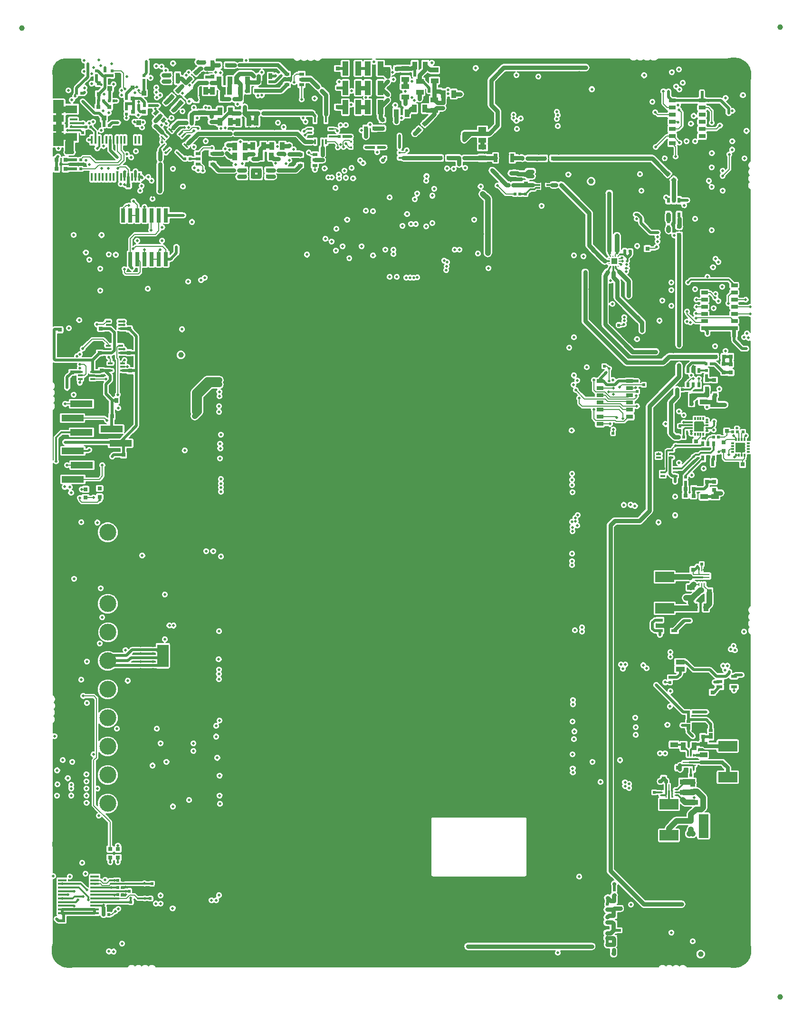
<source format=gbl>
G04 #@! TF.FileFunction,Copper,L6,Bot,Signal*
%FSLAX46Y46*%
G04 Gerber Fmt 4.6, Leading zero omitted, Abs format (unit mm)*
G04 Created by KiCad (PCBNEW 4.0.7) date Fri Sep 20 17:05:35 2019*
%MOMM*%
%LPD*%
G01*
G04 APERTURE LIST*
%ADD10C,0.150000*%
%ADD11C,0.500000*%
%ADD12C,3.000000*%
%ADD13R,4.000000X1.300000*%
%ADD14R,1.300000X4.000000*%
%ADD15R,1.750000X4.250000*%
%ADD16R,5.000000X2.000000*%
%ADD17C,1.000000*%
%ADD18R,0.495300X0.495300*%
%ADD19C,5.000000*%
%ADD20R,3.050000X2.150000*%
%ADD21R,1.650000X0.850000*%
%ADD22C,0.700000*%
%ADD23R,1.380000X0.450000*%
%ADD24R,2.100000X1.475000*%
%ADD25R,1.900000X2.375000*%
%ADD26R,1.900000X1.175000*%
%ADD27R,0.700000X0.800000*%
%ADD28R,1.399540X0.899160*%
%ADD29R,0.800000X0.700000*%
%ADD30R,0.899160X1.399540*%
%ADD31R,0.419100X1.470660*%
%ADD32R,0.900000X0.600000*%
%ADD33C,6.350000*%
%ADD34R,1.020000X2.540000*%
%ADD35R,1.905000X2.425700*%
%ADD36R,0.711200X1.498600*%
%ADD37R,0.914400X5.334000*%
%ADD38R,0.600000X0.900000*%
%ADD39R,0.797560X0.797560*%
%ADD40R,0.300000X0.500000*%
%ADD41R,0.600000X0.300000*%
%ADD42R,1.750000X1.750000*%
%ADD43R,0.500000X0.300000*%
%ADD44R,0.300000X0.600000*%
%ADD45R,0.250000X0.600000*%
%ADD46R,2.400000X0.250000*%
%ADD47R,0.600000X0.250000*%
%ADD48R,0.250000X2.400000*%
%ADD49R,1.100000X0.600000*%
%ADD50R,0.850000X0.350000*%
%ADD51R,2.000000X4.000000*%
%ADD52R,0.950000X0.300000*%
%ADD53R,0.300000X0.950000*%
%ADD54R,2.150000X2.150000*%
%ADD55R,1.100000X0.800000*%
%ADD56R,1.500000X0.800000*%
%ADD57R,2.100000X1.000000*%
%ADD58R,1.000000X2.100000*%
%ADD59R,0.800000X1.000000*%
%ADD60R,1.000000X0.800000*%
%ADD61R,0.800000X1.100000*%
%ADD62R,0.800000X1.500000*%
%ADD63R,3.400000X1.850000*%
%ADD64R,4.000000X1.200000*%
%ADD65R,0.670000X0.300000*%
%ADD66R,0.700000X1.600000*%
%ADD67R,1.180000X0.700000*%
%ADD68R,1.500000X0.450000*%
%ADD69R,0.800000X2.500000*%
%ADD70R,0.800000X0.800000*%
%ADD71R,0.900000X0.900000*%
%ADD72R,0.280000X0.200000*%
%ADD73R,0.200000X0.280000*%
%ADD74R,1.000000X1.000000*%
%ADD75R,1.000000X0.500000*%
%ADD76R,0.500000X1.000000*%
%ADD77R,0.700000X0.900000*%
%ADD78R,1.510000X0.920000*%
%ADD79R,0.250000X0.300000*%
%ADD80R,0.400000X0.400000*%
%ADD81R,0.700000X0.520000*%
%ADD82R,0.700000X1.050000*%
%ADD83C,0.860000*%
%ADD84C,0.500000*%
%ADD85C,0.790000*%
%ADD86C,0.300000*%
%ADD87C,0.200000*%
%ADD88C,0.700000*%
%ADD89C,0.100000*%
%ADD90C,1.000000*%
G04 APERTURE END LIST*
D10*
D11*
X156870400Y-82232500D03*
X109283500Y-63334900D03*
X157178200Y-67680440D03*
X103922340Y-52221340D03*
X111008940Y-53504040D03*
X118895640Y-57644240D03*
X120292640Y-57644240D03*
X116560600Y-63347600D03*
X115189000Y-63347600D03*
X122491500Y-63385700D03*
X119773700Y-63449200D03*
X111633000Y-63360300D03*
X109296200Y-65405000D03*
X111607600Y-65405000D03*
X120078500Y-65366900D03*
X121450100Y-65379600D03*
X114437940Y-65365840D03*
X115836700Y-65366900D03*
X117231940Y-65365840D03*
X97153240Y-72858840D03*
X100594940Y-72147640D03*
X183920820Y-63838960D03*
X185902600Y-69913500D03*
X187299600Y-70561200D03*
X187791780Y-72063480D03*
X187829880Y-75073380D03*
X187817180Y-73396980D03*
X175831500Y-60744100D03*
X177571400Y-60744100D03*
X174091600Y-60756800D03*
X179692300Y-60769500D03*
X113768520Y-142466800D03*
X114171890Y-138365290D03*
X118921690Y-137958890D03*
X117118290Y-137984290D03*
X115683190Y-137971590D03*
X121702990Y-137908090D03*
X88478920Y-186723220D03*
X87513720Y-186088220D03*
X131076700Y-131000500D03*
X129413000Y-130987800D03*
X118952700Y-135814940D03*
X135227740Y-140277040D03*
X133259240Y-138219640D03*
X134503840Y-139426140D03*
X139814300Y-141147800D03*
X137744200Y-141160500D03*
X139293600Y-136613900D03*
X136601200Y-138569700D03*
X135763000Y-137718800D03*
X134937500Y-136893300D03*
X132751990Y-135901490D03*
X133780690Y-135926890D03*
X130402490Y-136003090D03*
X129373790Y-135977690D03*
X166808840Y-191933700D03*
X166808840Y-190536700D03*
X166796140Y-187704600D03*
X166796140Y-189101600D03*
X173532800Y-182524400D03*
X174530340Y-183556240D03*
X174510700Y-182524400D03*
X173532800Y-183565800D03*
X172130040Y-183581640D03*
X182955980Y-180800580D03*
X182950940Y-180098580D03*
X182227040Y-179781080D03*
X182232080Y-180483080D03*
X194751380Y-73689080D03*
X194754500Y-75349100D03*
X203136500Y-70180200D03*
X203146080Y-71974580D03*
X203149200Y-73634600D03*
X203136500Y-76911200D03*
X203133380Y-75251180D03*
X198624880Y-80026380D03*
X198628000Y-81686400D03*
X198640700Y-78409800D03*
X198637580Y-76749780D03*
X99326140Y-142900940D03*
X99326140Y-145694940D03*
X99326140Y-144297940D03*
X99326140Y-141503940D03*
X168653920Y-61851140D03*
X90210060Y-91679900D03*
X90210060Y-89686000D03*
X157599640Y-144497240D03*
X158996640Y-144497240D03*
X160393640Y-144497240D03*
X156456640Y-144509940D03*
X155059640Y-144509940D03*
X153662640Y-144509940D03*
X170218100Y-200494900D03*
X174129700Y-199707500D03*
X170243500Y-202222100D03*
X173570900Y-204012800D03*
X151822840Y-204087600D03*
X151822840Y-205484600D03*
X152927740Y-204074900D03*
X152927740Y-202677900D03*
X154908940Y-198398000D03*
X154908940Y-199795000D03*
X179628800Y-62979300D03*
X180849960Y-64075180D03*
X153149300Y-82473800D03*
X153149300Y-79946500D03*
X170989680Y-80153380D03*
X169568340Y-80107740D03*
X168351200Y-80098900D03*
X168770300Y-77660500D03*
X169987440Y-77669340D03*
X171408780Y-77714980D03*
X169826360Y-63554480D03*
X173826860Y-62957580D03*
X177344760Y-62932180D03*
X175604860Y-62932180D03*
X193865500Y-51282600D03*
X191312800Y-51308000D03*
X181624660Y-51359940D03*
X189141100Y-51308000D03*
X179364060Y-51413280D03*
X177027260Y-51372640D03*
X155609980Y-51370100D03*
X157972180Y-51306600D03*
X155818260Y-55761760D03*
X156953640Y-53148100D03*
X155805560Y-54428260D03*
X122457900Y-133782940D03*
X112128300Y-135585200D03*
X113868200Y-135585200D03*
X115049300Y-135813800D03*
X119663900Y-133782940D03*
X116865400Y-133184900D03*
X118135400Y-133184900D03*
X121060900Y-133782940D03*
X116484400Y-135813800D03*
X118907840Y-151083040D03*
X120304840Y-151083040D03*
X121701840Y-151083040D03*
X123098840Y-151083040D03*
X124495840Y-151083040D03*
X130083840Y-151083040D03*
X128686840Y-151083040D03*
X127289840Y-151083040D03*
X125892840Y-151083040D03*
X159194500Y-163461700D03*
X162746200Y-167425600D03*
X161515480Y-167427780D03*
X160372480Y-167427780D03*
X150964900Y-174193200D03*
X152244480Y-174209580D03*
X153387480Y-174209580D03*
X154618200Y-174207400D03*
X155749680Y-174209580D03*
X155419480Y-183886980D03*
X154288000Y-183884800D03*
X153057280Y-183886980D03*
X149552080Y-183886980D03*
X150782800Y-183884800D03*
X151914280Y-183886980D03*
X146046880Y-183886980D03*
X144915400Y-183884800D03*
X143684680Y-183886980D03*
X147189880Y-183886980D03*
X148420600Y-183884800D03*
X156902840Y-176782600D03*
X158274440Y-179398800D03*
X161099500Y-176885600D03*
X159442840Y-176884200D03*
X162313040Y-179348000D03*
X163969700Y-179349400D03*
X151257000Y-181597300D03*
X149600340Y-181595900D03*
X152457840Y-182624600D03*
X154114500Y-182626000D03*
X156166240Y-182650000D03*
X157525140Y-181608600D03*
X159181800Y-181610000D03*
X162890200Y-181635400D03*
X161233540Y-181634000D03*
X165056240Y-181659400D03*
X154622500Y-185127900D03*
X136966380Y-182020080D03*
X138197100Y-182017900D03*
X135834900Y-182017900D03*
X131927600Y-182041800D03*
X130721100Y-181533800D03*
X133359580Y-182032780D03*
X134590300Y-182030600D03*
X123922300Y-183580000D03*
X122691580Y-183582180D03*
X120417100Y-183580000D03*
X121548580Y-183582180D03*
X125166900Y-183567300D03*
X127635000Y-182118000D03*
X127529100Y-183567300D03*
X126298380Y-183569480D03*
X130526300Y-186780400D03*
X129295580Y-186782580D03*
X125790380Y-186782580D03*
X127021100Y-186780400D03*
X128152580Y-186782580D03*
X124658900Y-186780400D03*
X117546900Y-186793100D03*
X116316180Y-186795280D03*
X112810980Y-186795280D03*
X114041700Y-186793100D03*
X115173180Y-186795280D03*
X121040580Y-186795280D03*
X119909100Y-186793100D03*
X118678380Y-186795280D03*
X122183580Y-186795280D03*
X123414300Y-186793100D03*
X129286000Y-181546500D03*
X123338100Y-189510900D03*
X122107380Y-189513080D03*
X118602180Y-189513080D03*
X119832900Y-189510900D03*
X120964380Y-189513080D03*
X115096980Y-189513080D03*
X113965500Y-189510900D03*
X112734780Y-189513080D03*
X116239980Y-189513080D03*
X117470700Y-189510900D03*
X166166800Y-185597800D03*
X166166800Y-184150000D03*
X164510140Y-184148600D03*
X164510140Y-185545600D03*
X160687440Y-185520200D03*
X160687440Y-184123200D03*
X162344100Y-184124600D03*
X162344100Y-185572400D03*
X158635700Y-185547000D03*
X158635700Y-184099200D03*
X156979040Y-184097800D03*
X156979040Y-185494800D03*
X165564240Y-190511300D03*
X165564240Y-189114300D03*
X122221040Y-117005340D03*
X126348540Y-117183140D03*
X127745540Y-117132340D03*
X124993400Y-117030500D03*
X123541840Y-117030740D03*
X120963740Y-117005340D03*
X155274220Y-62941580D03*
X158159660Y-62992380D03*
X170443580Y-67869940D03*
X168589380Y-67880100D03*
X166846940Y-67869940D03*
X163362060Y-67869940D03*
X171459580Y-53468140D03*
X174035140Y-53422420D03*
X160054980Y-51370100D03*
X157164460Y-54301260D03*
X158312540Y-53021100D03*
X162000620Y-51314220D03*
X169127860Y-51441220D03*
X165424540Y-51349780D03*
X172734660Y-51385340D03*
X175071460Y-51425980D03*
X175462620Y-58319540D03*
X173059780Y-58334780D03*
X170895700Y-58289060D03*
X175442300Y-55540780D03*
X173125820Y-55510300D03*
X175442300Y-56318020D03*
X173141060Y-56302780D03*
X170773780Y-56373900D03*
X164855580Y-58192540D03*
X166389740Y-58156980D03*
X168599540Y-58146820D03*
X160324220Y-54473980D03*
X164449180Y-53955820D03*
X164408540Y-56511060D03*
X168050900Y-56226580D03*
X166451740Y-60652260D03*
X164648340Y-60068060D03*
X163342780Y-60037580D03*
X159425060Y-56475500D03*
X161604380Y-56475500D03*
X161568820Y-58629420D03*
X159425060Y-58629420D03*
X166765660Y-65858260D03*
X170413100Y-65822700D03*
X168716380Y-65837940D03*
X167930020Y-63629140D03*
X164495940Y-63613900D03*
X193659180Y-56074180D03*
X197392980Y-56653300D03*
X196367400Y-51282600D03*
X195650540Y-54895620D03*
X193836980Y-54118380D03*
X86013980Y-91634180D03*
X87238260Y-91629100D03*
X87238260Y-89647900D03*
X86013980Y-89652980D03*
D12*
X90053780Y-148013980D03*
X90053780Y-158173980D03*
X90053780Y-168333980D03*
X90053780Y-178493980D03*
X90053780Y-183573980D03*
X90053780Y-173413980D03*
X90053780Y-163253980D03*
X90103780Y-153093980D03*
D11*
X185648020Y-96521140D03*
X192386640Y-109271940D03*
X188591880Y-112347880D03*
X186064580Y-111705260D03*
X187182180Y-110600360D03*
X188515680Y-106002960D03*
X188502980Y-109160180D03*
X171561180Y-72685780D03*
X167370180Y-69815580D03*
X168817980Y-69828280D03*
X179282780Y-69840980D03*
X177326980Y-69828280D03*
X175345780Y-69815580D03*
X173288380Y-69777480D03*
X170862680Y-69790180D03*
X172221580Y-67567680D03*
X173923380Y-67567680D03*
X175980780Y-67605780D03*
X177961980Y-67618480D03*
X179917780Y-67631180D03*
X188655380Y-68596380D03*
X189290380Y-69371080D03*
X189798380Y-75009880D03*
X189798380Y-73371580D03*
X192668580Y-77791180D03*
X193443280Y-78642080D03*
X193570280Y-80559780D03*
X193570280Y-82185380D03*
X186333820Y-104153840D03*
X185000320Y-104128440D03*
X183717620Y-101537640D03*
X174698080Y-83493480D03*
X174736180Y-82198080D03*
X176831680Y-82185380D03*
X176793580Y-83480780D03*
X178393780Y-83823680D03*
X178431880Y-82642580D03*
X177847680Y-84826980D03*
X178419180Y-85385780D03*
X178444580Y-87989280D03*
X177631780Y-87278080D03*
X175688680Y-86871680D03*
X175726780Y-85576280D03*
X174710780Y-80267680D03*
X177822280Y-83226780D03*
X177860380Y-81766280D03*
X180692480Y-81296380D03*
X180667080Y-79962880D03*
X180705180Y-77791180D03*
X180692480Y-76800580D03*
X178152480Y-77778480D03*
X178165180Y-76762480D03*
X173364580Y-77867380D03*
X172704180Y-77156180D03*
X170443580Y-74781280D03*
X169376780Y-74793980D03*
X169554580Y-72304780D03*
X170595980Y-72292080D03*
X173974180Y-74959080D03*
X176731140Y-77732840D03*
X175841080Y-76800580D03*
X179333580Y-103572180D03*
X177644480Y-101883080D03*
X175879180Y-100117780D03*
X178495380Y-102772080D03*
X180565480Y-104804080D03*
X187083120Y-106084240D03*
X185292420Y-106071540D03*
X183133420Y-104014140D03*
X182028520Y-103112440D03*
X180733120Y-101766240D03*
X179031320Y-100115240D03*
X177443820Y-98426140D03*
X176183980Y-97145980D03*
X183374720Y-100254940D03*
X184108780Y-85817580D03*
X184515180Y-82210780D03*
X184540580Y-83442680D03*
X188325180Y-87392380D03*
X188655380Y-88230580D03*
X188096580Y-90059380D03*
X188731580Y-91202380D03*
X187931480Y-94720280D03*
X188553780Y-92878780D03*
X187918780Y-92002480D03*
X186410020Y-89879040D03*
X193288340Y-94997140D03*
X188563940Y-98413440D03*
X185762320Y-94806640D03*
X184921580Y-94796480D03*
X184962220Y-92812740D03*
X185734380Y-91989780D03*
X185025720Y-91263340D03*
X165247040Y-177495040D03*
D13*
X199238580Y-182769680D03*
D14*
X202488580Y-187569680D03*
D15*
X196238580Y-187569680D03*
D11*
X125721800Y-99876480D03*
X127118800Y-99876480D03*
X124324800Y-99876480D03*
X124299400Y-101654480D03*
X127093400Y-101654480D03*
X125696400Y-101654480D03*
D16*
X82753780Y-87873980D03*
X82753780Y-93373980D03*
X82743780Y-72753980D03*
X82743780Y-78253980D03*
X202153780Y-201693980D03*
X202153780Y-196193980D03*
X202153780Y-142503980D03*
X202153780Y-137003980D03*
X202173260Y-131051620D03*
X202173260Y-125551620D03*
X202158700Y-115266640D03*
X202158700Y-109766640D03*
X202142780Y-86281580D03*
X202142780Y-80781580D03*
D17*
X176196680Y-72825480D03*
X195703880Y-210391880D03*
X74751680Y-45517380D03*
X209879680Y-45326880D03*
X103082780Y-103737280D03*
X209866980Y-217983380D03*
D11*
X187893380Y-136604880D03*
X185708980Y-138801980D03*
X185480380Y-136261980D03*
X185480380Y-135207880D03*
X186928180Y-139817980D03*
X188490280Y-137938380D03*
X189176080Y-138634340D03*
X189163380Y-140806040D03*
X190712780Y-138647040D03*
X190700080Y-140818740D03*
X192097080Y-140818740D03*
X192109780Y-138647040D03*
X193506780Y-138647040D03*
X194903780Y-138647040D03*
X193494080Y-140818740D03*
X194421180Y-140833980D03*
X199082080Y-140818740D03*
X199094780Y-138647040D03*
X197697780Y-138647040D03*
X197685080Y-140818740D03*
X196300780Y-138647040D03*
X199920280Y-108868080D03*
X203951580Y-99925780D03*
X203443580Y-100535380D03*
X204205580Y-100687780D03*
X177593680Y-94694880D03*
X177619080Y-91494480D03*
X179778080Y-92954980D03*
X179803480Y-91646880D03*
X147824880Y-100613080D03*
X148663080Y-101578280D03*
X149577480Y-102594280D03*
X150339480Y-103191180D03*
X145830980Y-103203880D03*
X147862980Y-105159680D03*
X146783480Y-105159680D03*
X145488080Y-105159680D03*
X134738800Y-95012380D03*
X107553180Y-61547880D03*
X106460980Y-59655580D03*
X108797780Y-59617480D03*
X111007580Y-59617480D03*
X113636480Y-59579380D03*
X103717780Y-63236980D03*
X100252040Y-63173820D03*
X98537540Y-63961220D03*
X110297740Y-69950540D03*
X111694740Y-69950540D03*
X111504240Y-71931740D03*
X110107240Y-71931740D03*
X108710240Y-71931740D03*
X121511840Y-71982540D03*
X122908840Y-71982540D03*
X124305840Y-71982540D03*
X120570680Y-73028680D03*
X112163280Y-72990580D03*
X116495340Y-69747340D03*
X115098340Y-69747340D03*
X117892340Y-69747340D03*
X119098840Y-73011240D03*
X117701840Y-73011240D03*
X114907840Y-73011240D03*
X113510840Y-73011240D03*
X116304840Y-73011240D03*
X122208980Y-61789180D03*
X119872180Y-61789180D03*
X120964380Y-61789180D03*
X121575340Y-59676240D03*
X122972340Y-59676240D03*
X124369340Y-59676240D03*
X125766340Y-59676240D03*
X120178340Y-59676240D03*
X118781340Y-59676240D03*
X127835080Y-60823980D03*
X126768280Y-53686580D03*
X127733480Y-54664480D03*
X125891980Y-55655080D03*
X128812980Y-55655080D03*
X127847780Y-59401580D03*
X130044880Y-59363480D03*
X126869880Y-57090180D03*
X127847780Y-58042680D03*
X130032180Y-57052080D03*
X130032180Y-58029980D03*
X117268680Y-59693680D03*
X142338480Y-81664680D03*
X150931300Y-89449780D03*
X147718200Y-90414980D03*
X127644340Y-107158840D03*
X126247340Y-107158840D03*
X129041340Y-107158840D03*
X130438340Y-107158840D03*
X131835340Y-107158840D03*
X124894340Y-107158840D03*
X164227240Y-149272440D03*
X163598280Y-146764880D03*
X164563480Y-145799680D03*
X98078980Y-94047180D03*
X99031480Y-93005780D03*
X100136380Y-91913580D03*
X102866880Y-92319980D03*
X101901680Y-93297880D03*
D18*
X89414200Y-62856480D03*
X90313360Y-62856480D03*
X90303200Y-58474980D03*
X91202360Y-58474980D03*
X89297360Y-58474980D03*
X88398200Y-58474980D03*
X88045980Y-54034560D03*
X88045980Y-53135400D03*
X90816280Y-53135900D03*
X90816280Y-54035060D03*
X89519180Y-53160800D03*
X89519180Y-54059960D03*
D11*
X185529840Y-112854340D03*
X187695260Y-129624960D03*
X185523560Y-129612260D03*
X187690180Y-124501780D03*
X187695260Y-128227960D03*
X185523560Y-128215260D03*
X185523560Y-126818260D03*
X185523560Y-125421260D03*
X187695260Y-126830960D03*
X187695260Y-125433960D03*
X187695260Y-131021960D03*
X185523560Y-131009260D03*
X185531180Y-122330080D03*
X185531180Y-124501780D03*
X185523560Y-121230260D03*
X185523560Y-119833260D03*
X187677480Y-120717180D03*
X187695260Y-119845960D03*
X187695260Y-114257960D03*
X187695260Y-115654960D03*
X185523560Y-114245260D03*
X185523560Y-115642260D03*
X185523560Y-117039260D03*
X187695260Y-117051960D03*
X187918780Y-113008280D03*
X185523560Y-118436260D03*
X187695260Y-118448960D03*
X168690980Y-115078380D03*
X157426080Y-117008780D03*
X158492880Y-118088280D03*
X156333640Y-115896440D03*
X158124580Y-114151280D03*
X166265280Y-122609480D03*
X163445880Y-110061880D03*
X160766180Y-109464980D03*
X158289680Y-108106080D03*
X147353760Y-108259800D03*
X151698380Y-108487080D03*
X148318960Y-108259800D03*
X145524960Y-108221700D03*
X146439360Y-108221700D03*
X144559760Y-108221700D03*
X155523380Y-104016860D03*
X152790580Y-106556680D03*
X151063380Y-106569380D03*
X156689480Y-106467780D03*
X154797180Y-106493180D03*
X157144040Y-121591640D03*
X155622680Y-122342780D03*
X158541040Y-121591640D03*
X159938040Y-121591640D03*
X161335040Y-121591640D03*
X170621380Y-123866780D03*
X170888080Y-122914280D03*
X166760580Y-121593480D03*
X168320040Y-121591640D03*
X163687180Y-121593480D03*
X169717040Y-121591640D03*
X159991480Y-116018180D03*
X171114040Y-121591640D03*
X157316620Y-119371160D03*
X158713620Y-119371160D03*
X160110620Y-119371160D03*
X161507620Y-119371160D03*
X155919620Y-119371160D03*
X154522620Y-119371160D03*
X176128100Y-94656780D03*
X175891880Y-91977080D03*
X174012280Y-91964380D03*
X170921100Y-94288480D03*
X170933800Y-92116780D03*
X169536800Y-92116780D03*
X169524100Y-94288480D03*
X167713080Y-89119580D03*
X166811380Y-89119580D03*
X168139800Y-92116780D03*
X173999580Y-94224980D03*
X145792880Y-91761180D03*
X156968640Y-96414640D03*
X158365640Y-96414640D03*
X151393340Y-94242940D03*
X152790340Y-94242940D03*
X151380640Y-96414640D03*
X152777640Y-96414640D03*
X155584340Y-94242940D03*
X155571640Y-96414640D03*
X154187340Y-94242940D03*
X154174640Y-96414640D03*
X144230540Y-114994740D03*
X142833540Y-114994740D03*
X140052240Y-112823040D03*
X138655240Y-112823040D03*
X141449240Y-112823040D03*
X142846240Y-112823040D03*
X144243240Y-112823040D03*
X137302240Y-112823040D03*
D19*
X82653540Y-53387200D03*
X82653540Y-190787200D03*
X152053540Y-53387200D03*
D11*
X129595300Y-95088580D03*
X128198300Y-95088580D03*
X126801300Y-95088580D03*
X125404300Y-95088580D03*
X116214580Y-94986980D03*
X122737300Y-94986980D03*
X118546300Y-94986980D03*
X119943300Y-94986980D03*
X121340300Y-94986980D03*
X117073100Y-92599380D03*
X122661100Y-92599380D03*
X121264100Y-92599380D03*
X119867100Y-92599380D03*
X124058100Y-92599380D03*
X118470100Y-92599380D03*
X136737780Y-92650180D03*
X125480500Y-92446980D03*
X126877500Y-92446980D03*
X128274500Y-92446980D03*
X133862500Y-92446980D03*
X132465500Y-92446980D03*
X131068500Y-92446980D03*
X135259500Y-92446980D03*
X129671500Y-92446980D03*
X114299420Y-92446980D03*
X115696420Y-92446980D03*
X195106980Y-141392780D03*
X194624380Y-142002380D03*
X197882880Y-143832680D03*
X197527280Y-144594680D03*
X195749280Y-147845880D03*
X112683980Y-167275380D03*
X92313180Y-59813060D03*
X124804240Y-160463840D03*
X136091340Y-141127940D03*
X131849540Y-141254940D03*
X87487180Y-102708580D03*
X81213380Y-67631180D03*
X93241640Y-198403440D03*
X93190840Y-199825840D03*
X158357640Y-172229140D03*
X177641940Y-90539440D03*
D20*
X195010780Y-162296580D03*
X195010780Y-154496580D03*
D21*
X192060780Y-159646580D03*
X192060780Y-158396580D03*
X192060780Y-157146580D03*
D11*
X188401380Y-176089180D03*
X93316540Y-173729240D03*
X113507840Y-177013640D03*
X85074180Y-67072380D03*
X113940360Y-117833540D03*
X148937400Y-83569680D03*
X138160180Y-84395180D03*
X116151080Y-59668280D03*
X114172420Y-61519940D03*
X120794480Y-102806180D03*
X107781780Y-53534180D03*
X99272780Y-51481860D03*
X105870520Y-62571840D03*
X103325440Y-61179920D03*
X167649580Y-72375900D03*
X142450340Y-72946040D03*
X98612380Y-83399500D03*
X97195060Y-83379180D03*
X140964340Y-85771860D03*
X140974500Y-84999700D03*
X151845700Y-84999700D03*
X152714380Y-84964140D03*
X145554220Y-79951360D03*
X145625340Y-77685680D03*
X186069660Y-159523300D03*
X185470540Y-158950300D03*
X193999540Y-120508900D03*
X191342700Y-117206900D03*
X94169940Y-109741240D03*
X88891820Y-104204040D03*
X94088660Y-104295480D03*
X93860060Y-101018880D03*
X92945660Y-100226400D03*
X97638160Y-184388960D03*
X93127120Y-185669120D03*
X150034720Y-91775880D03*
X151894000Y-91745400D03*
X147962080Y-91791120D03*
X152752480Y-93094680D03*
X174558380Y-152934540D03*
X174548220Y-152228420D03*
X204301780Y-142505300D03*
X200009180Y-142510380D03*
X171129820Y-119395060D03*
X162828420Y-119383860D03*
X164225420Y-119383860D03*
X169813420Y-119383860D03*
X168416420Y-119383860D03*
X167019420Y-119383860D03*
X165622420Y-119383860D03*
X149178700Y-81138900D03*
X134781980Y-198390380D03*
X129412420Y-198491980D03*
X124174940Y-198471660D03*
X151759340Y-165212900D03*
X149157420Y-167534340D03*
X145911300Y-167534340D03*
X181868820Y-159610700D03*
X182275220Y-158848700D03*
X181513220Y-158848700D03*
X181350340Y-175875820D03*
X109346420Y-171649260D03*
X109361660Y-169759500D03*
X91102800Y-209917900D03*
X90261020Y-209912740D03*
X144789580Y-75987780D03*
X145201060Y-74981940D03*
X129915340Y-83536660D03*
X128828220Y-83048980D03*
X172937860Y-165157020D03*
X172953100Y-165893620D03*
X184159580Y-171374940D03*
X184139260Y-169988100D03*
X203268680Y-110037600D03*
X98622700Y-201368180D03*
X99464480Y-201373340D03*
X107583660Y-138649580D03*
X172912860Y-177347760D03*
X172917900Y-178049760D03*
X172851500Y-134402700D03*
X172861660Y-135108820D03*
X193034340Y-107869860D03*
X190799140Y-106846240D03*
X188502980Y-107463460D03*
X192970840Y-90094940D03*
X190799140Y-90082240D03*
X192970840Y-84506940D03*
X190799140Y-84494240D03*
X192970840Y-88697940D03*
X190799140Y-88685240D03*
X190799140Y-87288240D03*
X190799140Y-85891240D03*
X192970840Y-87300940D03*
X192970840Y-85903940D03*
X192970840Y-91491940D03*
X192970840Y-92888940D03*
X190799140Y-91479240D03*
X190799140Y-92876240D03*
X190799140Y-94273240D03*
X192970840Y-94285940D03*
X192960680Y-105083480D03*
X190827080Y-105121580D03*
X188569020Y-100178740D03*
X190814380Y-103165780D03*
X194659940Y-102642540D03*
X192973380Y-103127680D03*
X192970840Y-97079940D03*
X192970840Y-98476940D03*
X190799140Y-97067240D03*
X190799140Y-98464240D03*
X190799140Y-99861240D03*
X192970840Y-99873940D03*
X190799140Y-101258240D03*
X192970840Y-101270940D03*
X180677240Y-181849900D03*
X178505540Y-181837200D03*
X180677240Y-180452900D03*
X178505540Y-180440200D03*
X178505540Y-179043200D03*
X180677240Y-179055900D03*
X180677240Y-183246900D03*
X180677240Y-184643900D03*
X178505540Y-183234200D03*
X178505540Y-184631200D03*
X178505540Y-186028200D03*
X180677240Y-186040900D03*
X180677240Y-174864900D03*
X178505540Y-174852200D03*
X180677240Y-193025900D03*
X178505540Y-193013200D03*
X180677240Y-191628900D03*
X178505540Y-191616200D03*
X178505540Y-190219200D03*
X178505540Y-188822200D03*
X180677240Y-190231900D03*
X180677240Y-188834900D03*
X184535500Y-193406900D03*
X183519500Y-197648700D03*
X182676220Y-193386580D03*
X178505540Y-195807200D03*
X178505540Y-197204200D03*
X182102180Y-196109460D03*
X195132380Y-202733780D03*
X186008700Y-202774420D03*
X189016060Y-202469620D03*
X191190300Y-200356340D03*
X184174820Y-202007340D03*
X186049340Y-200234420D03*
X188955100Y-200336020D03*
X184814900Y-198959340D03*
X191230940Y-202510260D03*
D22*
X192348540Y-201479020D03*
X191855780Y-105578780D03*
X191861900Y-101962820D03*
D11*
X102854180Y-89703780D03*
X140102100Y-191301600D03*
X138871380Y-191303780D03*
X135366180Y-191303780D03*
X136596900Y-191301600D03*
X137728380Y-191303780D03*
X143595780Y-191303780D03*
X142464300Y-191301600D03*
X141233580Y-191303780D03*
X144738780Y-191303780D03*
X145969500Y-191301600D03*
X147100980Y-191303780D03*
X146827240Y-72730360D03*
X146837400Y-71907400D03*
D23*
X83943780Y-63753980D03*
X83943780Y-63103980D03*
X83943780Y-62453980D03*
X83943780Y-61803980D03*
X83943780Y-61153980D03*
D24*
X83583780Y-64916480D03*
X83583780Y-59991480D03*
D25*
X81283780Y-65363980D03*
X81283780Y-59543980D03*
D26*
X81283780Y-63293980D03*
X81283780Y-61613980D03*
D11*
X108722860Y-141520900D03*
X109422860Y-140760900D03*
X110042860Y-141400900D03*
X108027140Y-142140580D03*
X106833340Y-143964300D03*
X107539460Y-143283580D03*
X109342860Y-142160900D03*
X108641820Y-142841620D03*
X108999770Y-184287310D03*
X108110770Y-184287310D03*
X108110770Y-185303310D03*
X108110770Y-186303310D03*
X108545110Y-188398810D03*
X108545110Y-187398810D03*
X108999770Y-186303310D03*
X108999770Y-185303310D03*
D22*
X180183780Y-210293980D03*
D11*
X194283780Y-208103980D03*
X170253780Y-210133980D03*
D22*
X176303780Y-209013980D03*
X154217280Y-209002520D03*
D11*
X166829640Y-202720340D03*
X164657940Y-202707640D03*
X167123780Y-200493980D03*
X164353780Y-200863980D03*
X166829640Y-204117340D03*
X166829640Y-205514340D03*
X164657940Y-204104640D03*
X164657940Y-205501640D03*
X164657940Y-206898640D03*
X166829640Y-206911340D03*
X167093780Y-210023980D03*
X164413780Y-209973980D03*
X164657940Y-207835640D03*
X166829640Y-207848340D03*
D22*
X180313780Y-197903980D03*
D11*
X156963780Y-202543980D03*
X157013780Y-197473980D03*
X158383780Y-210373980D03*
X157833780Y-212003980D03*
X108849920Y-95690740D03*
X112249920Y-99920740D03*
X111079920Y-97110740D03*
X144313780Y-141173980D03*
X141783780Y-141203980D03*
X141831740Y-139146740D03*
X109833780Y-157903980D03*
X109853780Y-159733980D03*
X109843780Y-160503980D03*
X105563740Y-114593780D03*
X105556120Y-113831780D03*
X156863780Y-60723980D03*
X146211980Y-64710180D03*
X144103780Y-67422900D03*
X148393940Y-67002440D03*
X150375140Y-65021240D03*
X148825740Y-63471840D03*
X147835140Y-64462440D03*
X153663780Y-62953980D03*
X151813780Y-60693980D03*
X155263780Y-60713980D03*
X153643780Y-60693980D03*
X152356340Y-63040040D03*
X150806940Y-61490640D03*
X149816340Y-62481240D03*
X151365740Y-64030640D03*
X143440940Y-71955440D03*
X141891540Y-70406040D03*
X144431540Y-70964840D03*
X144863340Y-67434240D03*
X145422140Y-69974240D03*
X141459740Y-73936640D03*
X139910340Y-72387240D03*
X140900940Y-71396640D03*
X140469140Y-74927240D03*
X138919740Y-73377840D03*
X137929140Y-74368440D03*
X138487940Y-76908440D03*
X158313780Y-60773980D03*
X136764540Y-77519740D03*
X136777240Y-75348040D03*
X135367540Y-77519740D03*
X133970540Y-77519740D03*
X135380240Y-75348040D03*
X133983240Y-75348040D03*
X132586240Y-75348040D03*
X132573540Y-77519740D03*
X114412540Y-77519740D03*
X114425240Y-75348040D03*
X120000540Y-77519740D03*
X120013240Y-75348040D03*
X115809540Y-77519740D03*
X115822240Y-75348040D03*
X117219240Y-75348040D03*
X118616240Y-75348040D03*
X117206540Y-77519740D03*
X118603540Y-77519740D03*
X113015540Y-77519740D03*
X111618540Y-77519740D03*
X113028240Y-75348040D03*
X111631240Y-75348040D03*
X110234240Y-75348040D03*
X110221540Y-77519740D03*
X121397540Y-77519740D03*
X121410240Y-75348040D03*
X122807240Y-75348040D03*
X124204240Y-75348040D03*
X122794540Y-77519740D03*
X124191540Y-77519740D03*
X129779540Y-77519740D03*
X128382540Y-77519740D03*
X129792240Y-75348040D03*
X128395240Y-75348040D03*
X126998240Y-75348040D03*
X126985540Y-77519740D03*
X131189240Y-75348040D03*
X131176540Y-77519740D03*
X125601240Y-75348040D03*
X125588540Y-77519740D03*
X103236540Y-77519740D03*
X103249240Y-75348040D03*
X108824540Y-77519740D03*
X108837240Y-75348040D03*
X104633540Y-77519740D03*
X104646240Y-75348040D03*
X106043240Y-75348040D03*
X107440240Y-75348040D03*
X106030540Y-77519740D03*
X107427540Y-77519740D03*
X101839540Y-77519740D03*
X101852240Y-75348040D03*
X182742260Y-200727180D03*
X178553780Y-205703980D03*
X97992620Y-75322300D03*
X98002780Y-74545060D03*
X91069260Y-77691900D03*
X89672260Y-77691900D03*
X89682260Y-75721900D03*
X91079260Y-75721900D03*
X166892540Y-136959740D03*
X165495540Y-136959740D03*
X168289540Y-136959740D03*
X169686540Y-136959740D03*
X171626540Y-133949740D03*
X92698240Y-91539940D03*
X91148840Y-93089340D03*
X92139440Y-94079940D03*
X93688840Y-92530540D03*
X94679440Y-93521140D03*
X93130040Y-95070540D03*
X95111240Y-97051740D03*
X96660640Y-95502340D03*
X95670040Y-94511740D03*
X94120640Y-96061140D03*
X109333780Y-137513980D03*
X110814640Y-135862340D03*
X109693780Y-134423980D03*
X107454640Y-134442340D03*
X108033780Y-136303980D03*
X109673780Y-132543980D03*
X107454640Y-132899340D03*
X107454640Y-131502340D03*
X106451520Y-130854560D03*
X107463780Y-129833980D03*
X104091520Y-130074560D03*
X105061520Y-129094560D03*
X107493780Y-124363980D03*
X112135240Y-114838040D03*
X113665240Y-114848040D03*
X122223240Y-114848040D03*
X115062240Y-114848040D03*
X116459240Y-114848040D03*
X120826240Y-114848040D03*
X118106240Y-117018040D03*
X116709240Y-117018040D03*
X119503240Y-117018040D03*
X112289360Y-117020740D03*
X109694640Y-115485340D03*
X107773780Y-117423980D03*
X146313780Y-121553980D03*
X143203780Y-123763980D03*
X143773780Y-120023980D03*
X141763780Y-124253980D03*
X144673780Y-122273980D03*
X140314540Y-124259740D03*
X140327240Y-122088040D03*
X142863780Y-120963980D03*
X141724240Y-122088040D03*
X138917540Y-124259740D03*
X137520540Y-124259740D03*
X138930240Y-122088040D03*
X137533240Y-122088040D03*
X136136240Y-122088040D03*
X136123540Y-124259740D03*
X117962540Y-124259740D03*
X117975240Y-122088040D03*
X123550540Y-124259740D03*
X123563240Y-122088040D03*
X119359540Y-124259740D03*
X119372240Y-122088040D03*
X120769240Y-122088040D03*
X122166240Y-122088040D03*
X120756540Y-124259740D03*
X122153540Y-124259740D03*
X116565540Y-124259740D03*
X115168540Y-124259740D03*
X116578240Y-122088040D03*
X115181240Y-122088040D03*
X113784240Y-122088040D03*
X113771540Y-124259740D03*
X124947540Y-124259740D03*
X124960240Y-122088040D03*
X126357240Y-122088040D03*
X127754240Y-122088040D03*
X126344540Y-124259740D03*
X127741540Y-124259740D03*
X133329540Y-124259740D03*
X131932540Y-124259740D03*
X133342240Y-122088040D03*
X131945240Y-122088040D03*
X130548240Y-122088040D03*
X130535540Y-124259740D03*
X134739240Y-122088040D03*
X134726540Y-124259740D03*
X129151240Y-122088040D03*
X129138540Y-124259740D03*
X112374540Y-124259740D03*
X112387240Y-122088040D03*
X110990240Y-122088040D03*
X105190980Y-121225180D03*
X109933780Y-111083980D03*
X109923780Y-110293980D03*
X107494640Y-118605340D03*
X107494640Y-120002340D03*
X107494640Y-121399340D03*
X107494640Y-122796340D03*
X109699360Y-122821740D03*
X109699360Y-121424740D03*
X109699360Y-118630740D03*
X110083780Y-119563980D03*
X110093780Y-120353980D03*
X101184120Y-108783080D03*
X101134120Y-109683080D03*
X182645740Y-67006340D03*
X181944700Y-67687060D03*
X183748100Y-66564380D03*
X184454220Y-65883660D03*
X183260420Y-67707380D03*
X126419770Y-177403310D03*
X126419770Y-178403310D03*
X125965110Y-179498810D03*
X125965110Y-180498810D03*
X125530770Y-178403310D03*
X125530770Y-177403310D03*
X125530770Y-176387310D03*
X126419770Y-176387310D03*
X121233090Y-159252470D03*
X120344090Y-159252470D03*
X120344090Y-160268470D03*
X120344090Y-161268470D03*
X120778430Y-163363970D03*
X120778430Y-162363970D03*
X121233090Y-161268470D03*
X121233090Y-160268470D03*
X135159910Y-153075190D03*
X135159910Y-154075190D03*
X134705250Y-155170690D03*
X134705250Y-156170690D03*
X134270910Y-154075190D03*
X134270910Y-153075190D03*
X134270910Y-152059190D03*
X135159910Y-152059190D03*
X145411350Y-152320810D03*
X144522350Y-152320810D03*
X144522350Y-153336810D03*
X144522350Y-154336810D03*
X144956690Y-156432310D03*
X144956690Y-155432310D03*
X145411350Y-154336810D03*
X145411350Y-153336810D03*
X145408810Y-146130830D03*
X145408810Y-147130830D03*
X144954150Y-148226330D03*
X144954150Y-149226330D03*
X144519810Y-147130830D03*
X144519810Y-146130830D03*
X144519810Y-145114830D03*
X145408810Y-145114830D03*
X126399450Y-133098090D03*
X125510450Y-133098090D03*
X125510450Y-134114090D03*
X125510450Y-135114090D03*
X125944790Y-137209590D03*
X125944790Y-136209590D03*
X126399450Y-135114090D03*
X126399450Y-134114090D03*
X151278750Y-136908090D03*
X151278750Y-137908090D03*
X150824090Y-139003590D03*
X150824090Y-140003590D03*
X150389750Y-137908090D03*
X150389750Y-136908090D03*
X150389750Y-135892090D03*
X151278750Y-135892090D03*
X130727610Y-125414590D03*
X129838610Y-125414590D03*
X129838610Y-126430590D03*
X129838610Y-127430590D03*
X130272950Y-129526090D03*
X130272950Y-128526090D03*
X130727610Y-127430590D03*
X130727610Y-126430590D03*
X151225410Y-117604090D03*
X151225410Y-118604090D03*
X150770750Y-119699590D03*
X150770750Y-120699590D03*
X150336410Y-118604090D03*
X150336410Y-117604090D03*
X150336410Y-116588090D03*
X151225410Y-116588090D03*
X114108390Y-90027310D03*
X113219390Y-90027310D03*
X113219390Y-91043310D03*
X113219390Y-92043310D03*
X113653730Y-94138810D03*
X113653730Y-93138810D03*
X114108390Y-92043310D03*
X114108390Y-91043310D03*
X114509710Y-84378350D03*
X114509710Y-85378350D03*
X114055050Y-86473850D03*
X114055050Y-87473850D03*
X113620710Y-85378350D03*
X113620710Y-84378350D03*
X113620710Y-83362350D03*
X114509710Y-83362350D03*
X140750980Y-96594800D03*
X141370740Y-95964880D03*
X141993040Y-95337500D03*
X139503840Y-97849560D03*
X140123600Y-97219640D03*
X138881540Y-98476940D03*
X137639480Y-99734240D03*
X138261780Y-99106860D03*
X140613820Y-95832800D03*
X141233580Y-95202880D03*
X141855880Y-94575500D03*
X139366680Y-97087560D03*
X139986440Y-96457640D03*
X138744380Y-97714940D03*
X137502320Y-98972240D03*
X138124620Y-98344860D03*
X139851820Y-95710880D03*
X140471580Y-95080960D03*
X141093880Y-94453580D03*
X138604680Y-96965640D03*
X139224440Y-96335720D03*
X137982380Y-97593020D03*
X136740320Y-98850320D03*
X137362620Y-98222940D03*
X145880820Y-164669220D03*
X145880820Y-163669220D03*
X145880820Y-162669220D03*
X145885900Y-159666440D03*
X145885900Y-158666440D03*
X145885900Y-161666440D03*
X145885900Y-160666440D03*
X146711400Y-161174440D03*
X146711400Y-162174440D03*
X146711400Y-159174440D03*
X146711400Y-160174440D03*
X146706320Y-163177220D03*
X146706320Y-164177220D03*
X147404820Y-164669220D03*
X147404820Y-163669220D03*
X147404820Y-162669220D03*
X147409900Y-159666440D03*
X147409900Y-158666440D03*
X147409900Y-161666440D03*
X147409900Y-160666440D03*
X146697700Y-158186120D03*
X144269460Y-175757840D03*
X144981660Y-178238160D03*
X144981660Y-179238160D03*
X144981660Y-176238160D03*
X144981660Y-177238160D03*
X144976580Y-180240940D03*
X144976580Y-181240940D03*
X144976580Y-182240940D03*
X144278080Y-181748940D03*
X144278080Y-180748940D03*
X144283160Y-177746160D03*
X144283160Y-176746160D03*
X144283160Y-179746160D03*
X144283160Y-178746160D03*
X143457660Y-178238160D03*
X143457660Y-179238160D03*
X143457660Y-176238160D03*
X143457660Y-177238160D03*
X143452580Y-180240940D03*
X143452580Y-181240940D03*
X143452580Y-182240940D03*
X133598340Y-114913280D03*
X130538960Y-111879300D03*
X130528960Y-112879300D03*
X130528960Y-113889300D03*
X132683940Y-114913280D03*
X131769540Y-114913280D03*
X131748160Y-113889300D03*
X131748160Y-112879300D03*
X131758160Y-111879300D03*
X134856960Y-111879300D03*
X134846960Y-112879300D03*
X134846960Y-113889300D03*
X133627760Y-113889300D03*
X133627760Y-112879300D03*
X133637760Y-111879300D03*
X132723360Y-111879300D03*
X132713360Y-112879300D03*
X132713360Y-113889300D03*
X132713360Y-117902500D03*
X132713360Y-116892500D03*
X132723360Y-115892500D03*
X133637760Y-115892500D03*
X133627760Y-116892500D03*
X133627760Y-117902500D03*
X134846960Y-117902500D03*
X134846960Y-116892500D03*
X134856960Y-115892500D03*
X131758160Y-115892500D03*
X131748160Y-116892500D03*
X131748160Y-117902500D03*
X130528960Y-117902500D03*
X130528960Y-116892500D03*
X130538960Y-115892500D03*
X160343320Y-95199120D03*
X160333320Y-96199120D03*
X160333320Y-97209120D03*
X161552520Y-97209120D03*
X161552520Y-96199120D03*
X161562520Y-95199120D03*
X164661320Y-95199120D03*
X164651320Y-96199120D03*
X164651320Y-97209120D03*
X163432120Y-97209120D03*
X163432120Y-96199120D03*
X163442120Y-95199120D03*
X162527720Y-95199120D03*
X162517720Y-96199120D03*
X162517720Y-97209120D03*
X162517720Y-93195920D03*
X162517720Y-92185920D03*
X162527720Y-91185920D03*
X163442120Y-91185920D03*
X163432120Y-92185920D03*
X163432120Y-93195920D03*
X164651320Y-93195920D03*
X164651320Y-92185920D03*
X164661320Y-91185920D03*
X161562520Y-91185920D03*
X161552520Y-92185920D03*
X161552520Y-93195920D03*
X161573900Y-94219900D03*
X162488300Y-94219900D03*
X160333320Y-93195920D03*
X160333320Y-92185920D03*
X160343320Y-91185920D03*
X163402700Y-94219900D03*
D27*
X201677260Y-123201300D03*
X203177260Y-123201300D03*
D11*
X191490380Y-169675380D03*
X192049180Y-177485880D03*
X192044140Y-176783880D03*
X188477580Y-179645180D03*
X190507440Y-179752380D03*
X203336580Y-101692580D03*
X199926040Y-107865900D03*
X202798780Y-115262380D03*
X201833580Y-115236980D03*
X199750780Y-115236980D03*
X200715980Y-115262380D03*
X201338280Y-115935480D03*
X200373080Y-115910080D03*
X204317020Y-125593980D03*
X200019340Y-125548260D03*
X202173260Y-131049900D03*
X202178340Y-125553340D03*
X204301780Y-131070220D03*
X200014260Y-131100700D03*
X190763580Y-151578180D03*
X163478900Y-80092420D03*
X160419520Y-77058440D03*
X160409520Y-78058440D03*
X160409520Y-79068440D03*
X162564500Y-80092420D03*
X161650100Y-80092420D03*
X161628720Y-79068440D03*
X161628720Y-78058440D03*
X161638720Y-77058440D03*
X164737520Y-77058440D03*
X164727520Y-78058440D03*
X164727520Y-79068440D03*
X163508320Y-79068440D03*
X163508320Y-78058440D03*
X163518320Y-77058440D03*
X162603920Y-77058440D03*
X162593920Y-78058440D03*
X162593920Y-79068440D03*
X162593920Y-83081640D03*
X162593920Y-82071640D03*
X162603920Y-81071640D03*
X163518320Y-81071640D03*
X163508320Y-82071640D03*
X163508320Y-83081640D03*
X164727520Y-83081640D03*
X164727520Y-82071640D03*
X164737520Y-81071640D03*
X161638720Y-81071640D03*
X161628720Y-82071640D03*
X161628720Y-83081640D03*
X160409520Y-83081640D03*
X160409520Y-82071640D03*
X160419520Y-81071640D03*
X197037380Y-123069220D03*
X193054980Y-162866980D03*
X82819780Y-61165580D03*
X190311780Y-157456780D03*
X190311780Y-156643980D03*
X192394580Y-153748380D03*
X192394580Y-152732380D03*
X193867780Y-157761580D03*
X199709780Y-159031580D03*
X200471780Y-159031580D03*
X200065380Y-159793580D03*
X193662080Y-188992080D03*
X188480480Y-174615680D03*
X189369480Y-174615680D03*
X192404780Y-168684780D03*
X195122580Y-169446780D03*
X201792580Y-156288380D03*
X201030580Y-156135980D03*
X201538580Y-155526380D03*
X189943480Y-151919580D03*
X196560180Y-151767180D03*
X194934580Y-160911180D03*
X194934580Y-158980780D03*
X194705980Y-156491580D03*
X197626980Y-157101180D03*
X192394580Y-154561180D03*
X192419980Y-155577180D03*
X196712580Y-150243180D03*
X199531980Y-153291180D03*
X195493380Y-157863180D03*
X197576180Y-161520780D03*
X194322480Y-188992080D03*
X200009180Y-136998580D03*
X202152940Y-142505300D03*
X204301780Y-137013820D03*
X202152940Y-137008740D03*
X202071980Y-164390980D03*
X201106780Y-164365580D03*
X199023980Y-164365580D03*
X199989180Y-164390980D03*
X198582380Y-107350280D03*
X194390240Y-105767280D03*
X203377900Y-106872760D03*
X203377900Y-105364000D03*
X203362660Y-104099080D03*
X195406700Y-116460140D03*
X202777780Y-120158380D03*
X187055180Y-179162580D03*
D28*
X198266740Y-128903600D03*
X198266740Y-130808600D03*
X198125180Y-112564900D03*
X198125180Y-114469900D03*
X196300780Y-128949320D03*
X196300780Y-130854320D03*
X196229660Y-112048160D03*
X196229660Y-113953160D03*
D27*
X196842500Y-126300100D03*
X195342500Y-126300100D03*
X201053100Y-104043200D03*
X202553100Y-104043200D03*
X194063740Y-111009300D03*
X192563740Y-111009300D03*
X190437200Y-114719100D03*
X188937200Y-114719100D03*
D29*
X196046780Y-104017380D03*
X196046780Y-102517380D03*
D27*
X198345460Y-104038120D03*
X199845460Y-104038120D03*
X200347700Y-117288180D03*
X198847700Y-117288180D03*
D29*
X199780580Y-120811860D03*
X199780580Y-119311860D03*
D28*
X190969680Y-174996680D03*
X190969680Y-173091680D03*
X196214780Y-174933180D03*
X196214780Y-173028180D03*
D30*
X196176680Y-179911580D03*
X194271680Y-179911580D03*
D28*
X194551080Y-183353280D03*
X194551080Y-181448280D03*
D31*
X91768900Y-72008980D03*
X91118660Y-72008980D03*
X90468420Y-72008980D03*
X89818180Y-72008980D03*
X93709460Y-65458980D03*
X93719620Y-72008980D03*
X93069380Y-72008980D03*
X92419140Y-72008980D03*
X89167940Y-65458980D03*
X89818180Y-65458980D03*
X90468420Y-65458980D03*
X91118660Y-65458980D03*
X91768900Y-65458980D03*
X92419140Y-65458980D03*
X89167940Y-72008980D03*
X93069380Y-65458980D03*
X94369860Y-72008980D03*
X88517700Y-72008980D03*
X88517700Y-65458980D03*
X94369860Y-65458980D03*
X95017560Y-72008980D03*
X87870000Y-72008980D03*
X87870000Y-65458980D03*
X95017560Y-65458980D03*
X95667800Y-72008980D03*
X87219760Y-72008980D03*
X87219760Y-65458980D03*
X95667800Y-65458980D03*
D18*
X192993700Y-126389000D03*
X192993700Y-125489840D03*
X197603800Y-105314620D03*
X196704640Y-105314620D03*
X196768820Y-107390920D03*
X196768820Y-106491760D03*
X192391720Y-109901860D03*
X191492560Y-109901860D03*
X197984800Y-118354980D03*
X198883960Y-118354980D03*
X191787200Y-118360060D03*
X192686360Y-118360060D03*
X191977700Y-117270400D03*
X191977700Y-116371240D03*
X201383320Y-117430420D03*
X202282480Y-117430420D03*
X204177320Y-117410100D03*
X203278160Y-117410100D03*
X198782360Y-123231780D03*
X197883200Y-123231780D03*
D29*
X193992280Y-188179980D03*
X193992280Y-186679980D03*
D11*
X137737320Y-155362200D03*
X140527240Y-155348040D03*
X140514540Y-157519740D03*
X139130240Y-155348040D03*
X139117540Y-157519740D03*
X104637320Y-176112200D03*
X115298540Y-181369740D03*
X115311240Y-179198040D03*
X113914240Y-179198040D03*
X113901540Y-181369740D03*
X102362320Y-173537200D03*
X105737320Y-177212200D03*
X112504540Y-181369740D03*
X112517240Y-179198040D03*
X108562320Y-181387200D03*
X108662320Y-179187200D03*
X111120240Y-179198040D03*
X111107540Y-181369740D03*
X104537320Y-179187200D03*
X105737320Y-180437200D03*
X106966240Y-155148040D03*
X108791240Y-154248040D03*
X103539300Y-161668840D03*
X101989900Y-160119440D03*
X100999300Y-161110040D03*
X108762320Y-156437200D03*
X105520500Y-159687640D03*
X103971100Y-158138240D03*
X102980500Y-159128840D03*
X104529900Y-160678240D03*
X98987320Y-173437200D03*
X99022940Y-175597640D03*
X96897940Y-174897640D03*
X172054240Y-179273040D03*
X172079240Y-181448040D03*
X173476240Y-181448040D03*
X170682240Y-181448040D03*
X174439300Y-180918840D03*
X175429900Y-179928240D03*
X173800460Y-178383660D03*
X173800460Y-175589660D03*
X173800460Y-174192660D03*
X175950460Y-174142660D03*
X175950460Y-175539660D03*
X175950460Y-178333660D03*
X176100460Y-169758660D03*
X176100460Y-168361660D03*
X176100460Y-166964660D03*
X173950460Y-167014660D03*
X173950460Y-168411660D03*
X173950460Y-169808660D03*
X100912320Y-182837200D03*
X100911660Y-177772860D03*
X98537320Y-181737200D03*
X100911660Y-180566860D03*
X98537320Y-178987200D03*
X103161660Y-179194860D03*
X103161660Y-180591860D03*
X103161660Y-181988860D03*
X103161660Y-177797860D03*
X153116540Y-149894740D03*
X153129240Y-147723040D03*
X154513540Y-149894740D03*
X154526240Y-147723040D03*
X155923240Y-147723040D03*
X157320240Y-147723040D03*
X155910540Y-149894740D03*
X157307540Y-149894740D03*
X151719540Y-149894740D03*
X151732240Y-147723040D03*
X161166540Y-149894740D03*
X161179240Y-147723040D03*
X162563540Y-149894740D03*
X162576240Y-147723040D03*
X159769540Y-149894740D03*
X159782240Y-147723040D03*
X175145820Y-143106960D03*
X165512320Y-144837200D03*
X172164620Y-146088160D03*
X173155220Y-145097560D03*
X174145820Y-144106960D03*
X166714280Y-144217340D03*
X168111280Y-144217340D03*
X166701580Y-146389040D03*
X168098580Y-146389040D03*
X170892580Y-146389040D03*
X169508280Y-144217340D03*
X169495580Y-146389040D03*
X173905220Y-141197560D03*
X170924020Y-144203760D03*
X171914620Y-143213160D03*
X172905220Y-142222560D03*
X113087320Y-164512200D03*
X111812320Y-164512200D03*
X110362320Y-164512200D03*
X108785700Y-164808000D03*
X105710700Y-164808000D03*
X103258360Y-163888560D03*
X105208360Y-162313560D03*
X110644540Y-162269740D03*
X109247540Y-162269740D03*
X112516340Y-162291900D03*
X114144540Y-162319740D03*
X125398940Y-165530940D03*
X125398940Y-164430940D03*
X128614240Y-161048040D03*
X127217240Y-161048040D03*
X126061240Y-162273040D03*
X124664240Y-162273040D03*
X123267240Y-162273040D03*
X130017240Y-162273040D03*
X131414240Y-162273040D03*
X132811240Y-162273040D03*
X134208240Y-162273040D03*
X137002240Y-162273040D03*
X135605240Y-162273040D03*
X111787320Y-143762200D03*
X114962320Y-143787200D03*
X126667540Y-149444740D03*
X126680240Y-147273040D03*
X132255540Y-149444740D03*
X132268240Y-147273040D03*
X128064540Y-149444740D03*
X128077240Y-147273040D03*
X129474240Y-147273040D03*
X130871240Y-147273040D03*
X129461540Y-149444740D03*
X130858540Y-149444740D03*
X125270540Y-149444740D03*
X123873540Y-149444740D03*
X125283240Y-147273040D03*
X123886240Y-147273040D03*
X122489240Y-147273040D03*
X122476540Y-149444740D03*
X115887320Y-145912200D03*
X121079540Y-149444740D03*
X121092240Y-147273040D03*
X111837320Y-145937200D03*
X118776240Y-148723040D03*
X118262320Y-145137200D03*
X119937320Y-146787200D03*
X117262320Y-147287200D03*
X119682540Y-149444740D03*
X114087320Y-145937200D03*
X108818100Y-126609980D03*
X107182340Y-125507620D03*
X100372600Y-126871600D03*
X101922000Y-125322200D03*
X101513640Y-127695960D03*
X99382000Y-125881000D03*
X100931400Y-124331600D03*
X105828520Y-127694560D03*
X105841220Y-125522860D03*
X103047220Y-125522860D03*
X104444220Y-125522860D03*
X103034520Y-127694560D03*
X104431520Y-127694560D03*
X100324360Y-116408740D03*
X100324360Y-117805740D03*
X100324360Y-119202740D03*
X100324360Y-120599740D03*
X100324360Y-123393740D03*
X100324360Y-121996740D03*
X102490980Y-162743420D03*
X104665220Y-168067260D03*
X104665220Y-169464260D03*
X104665220Y-170861260D03*
X104665220Y-166670260D03*
X104660700Y-165608000D03*
X100311660Y-162453860D03*
X100311660Y-163850860D03*
X102483360Y-163863560D03*
X102483360Y-165260560D03*
X100311660Y-165247860D03*
X102483360Y-169451560D03*
X100311660Y-169438860D03*
X100311660Y-168041860D03*
X100311660Y-166644860D03*
X102483360Y-168054560D03*
X102483360Y-166657560D03*
X100687560Y-90803600D03*
X100700260Y-88631900D03*
X99303260Y-88631900D03*
X99290560Y-90803600D03*
X96496560Y-90803600D03*
X95099560Y-90803600D03*
X96509260Y-88631900D03*
X95112260Y-88631900D03*
X93715260Y-88631900D03*
X93702560Y-90803600D03*
X97906260Y-88631900D03*
X97893560Y-90803600D03*
X92318260Y-88631900D03*
X92305560Y-90803600D03*
X103067540Y-85284180D03*
X103085320Y-86203660D03*
X104482320Y-86203660D03*
X102151180Y-87188040D03*
X107632500Y-88379300D03*
X111467320Y-86203660D03*
X111454620Y-88375360D03*
X108660620Y-88375360D03*
X104531160Y-88361520D03*
X108673320Y-86203660D03*
X107276320Y-86203660D03*
X105879320Y-86203660D03*
X105883780Y-88363980D03*
X110070320Y-86203660D03*
X110057620Y-88375360D03*
X112826220Y-88789380D03*
X117017220Y-88789380D03*
X115620220Y-88789380D03*
X114223220Y-88789380D03*
X130992300Y-88789380D03*
X131005000Y-86617680D03*
X136580300Y-88789380D03*
X136593000Y-86617680D03*
X132389300Y-88789380D03*
X132402000Y-86617680D03*
X133799000Y-86617680D03*
X135196000Y-86617680D03*
X133786300Y-88789380D03*
X135183300Y-88789380D03*
X129595300Y-88789380D03*
X128198300Y-88789380D03*
X129608000Y-86617680D03*
X128211000Y-86617680D03*
X126814000Y-86617680D03*
X126801300Y-88789380D03*
X137977300Y-88789380D03*
X137990000Y-86617680D03*
X139387000Y-86617680D03*
X139374300Y-88789380D03*
X146359300Y-88789380D03*
X146372000Y-86617680D03*
X142732180Y-86604980D03*
X142541680Y-88700480D03*
X138668180Y-89932380D03*
X137309280Y-89779980D03*
X119816300Y-88789380D03*
X119829000Y-86617680D03*
X125404300Y-88789380D03*
X121213300Y-88789380D03*
X121226000Y-86617680D03*
X122623000Y-86617680D03*
X124020000Y-86617680D03*
X122610300Y-88789380D03*
X124007300Y-88789380D03*
X118419300Y-88789380D03*
X177328040Y-79498140D03*
X180670200Y-136194800D03*
X180585560Y-132185460D03*
X178622380Y-134265540D03*
X180572860Y-134357160D03*
X184763860Y-134357160D03*
X192724460Y-131949060D03*
X183379560Y-132185460D03*
X183366860Y-134357160D03*
X181982560Y-132185460D03*
X181969860Y-134357160D03*
X165709600Y-71069200D03*
X165699440Y-71892160D03*
X141563780Y-89830780D03*
X140309020Y-89835860D03*
X152369520Y-153197560D03*
X151625300Y-153195020D03*
X151622760Y-152354280D03*
X152366980Y-152356820D03*
X152369520Y-154017980D03*
X151625300Y-154015440D03*
X151627840Y-154856180D03*
X185239660Y-101757480D03*
X180306980Y-87033100D03*
X164972420Y-159591880D03*
X162178420Y-159591880D03*
X163575420Y-159591880D03*
X166369420Y-159591880D03*
X167766420Y-159591880D03*
X169163420Y-159591880D03*
X173354420Y-159591880D03*
X171957420Y-159591880D03*
X170560420Y-159591880D03*
X176580220Y-154872560D03*
X174136740Y-138484480D03*
X174136740Y-139881480D03*
X174136740Y-137087480D03*
X176306480Y-136296400D03*
X176305900Y-149680800D03*
X176305900Y-151077800D03*
X176311560Y-152074880D03*
X176305900Y-148283800D03*
X176305900Y-146886800D03*
X176305900Y-145489800D03*
X176305900Y-144092800D03*
X176305900Y-138504800D03*
X176305900Y-139901800D03*
X176305900Y-141298800D03*
X176305900Y-137107800D03*
X176305900Y-142695800D03*
X180672160Y-170671360D03*
X178500460Y-170658660D03*
X178500460Y-173452660D03*
X180672160Y-173465360D03*
X180672160Y-169274360D03*
X178500460Y-169261660D03*
X178500460Y-167864660D03*
X178500460Y-166467660D03*
X180672160Y-167877360D03*
X180672160Y-166480360D03*
X180672160Y-160892360D03*
X180672160Y-162289360D03*
X178500460Y-160879660D03*
X178500460Y-162276660D03*
X178500460Y-163673660D03*
X180672160Y-163686360D03*
X178500460Y-159482660D03*
X180672160Y-159495360D03*
X180672160Y-142731360D03*
X178500460Y-142718660D03*
X180672160Y-137143360D03*
X180672160Y-141334360D03*
X178500460Y-141321660D03*
X178500460Y-139924660D03*
X178500460Y-138527660D03*
X180672160Y-139937360D03*
X180672160Y-138540360D03*
X180672160Y-144128360D03*
X180672160Y-145525360D03*
X178500460Y-144115660D03*
X178500460Y-145512660D03*
X178500460Y-146909660D03*
X180672160Y-146922360D03*
X180672160Y-158098360D03*
X178500460Y-158085660D03*
X178500460Y-156688660D03*
X178500460Y-155291660D03*
X180672160Y-156701360D03*
X180672160Y-155304360D03*
X180672160Y-149716360D03*
X180672160Y-151113360D03*
X178500460Y-149703660D03*
X178500460Y-151100660D03*
X178500460Y-152497660D03*
X180672160Y-152510360D03*
X178500460Y-148306660D03*
X180672160Y-148319360D03*
X178500460Y-153894660D03*
X180672160Y-153907360D03*
X157631580Y-104359760D03*
X159028580Y-104359760D03*
X163219580Y-104359760D03*
X161822580Y-104359760D03*
X160425580Y-104359760D03*
X159031120Y-106483200D03*
X160428120Y-106483200D03*
X161825120Y-106483200D03*
X164837800Y-105078400D03*
X163181720Y-106493180D03*
X98104400Y-96805020D03*
X98104400Y-95408020D03*
X100359920Y-105232740D03*
X100359920Y-103835740D03*
X100359920Y-102438740D03*
X100359920Y-101041740D03*
X100359920Y-95453740D03*
X100359920Y-96850740D03*
X100359920Y-98247740D03*
X100942140Y-94254320D03*
X100359920Y-99644740D03*
X191886260Y-56450100D03*
X191363020Y-55916700D03*
X172786660Y-141144860D03*
X173723920Y-108249320D03*
X173068600Y-109036720D03*
X173094000Y-107375560D03*
X109375560Y-200789140D03*
X108533780Y-200783980D03*
X108826920Y-138642960D03*
X101038660Y-151907240D03*
X101785420Y-151912320D03*
X109926120Y-108221780D03*
X109933740Y-108983780D03*
X172789200Y-140423500D03*
X142996240Y-128348040D03*
X144393240Y-128348040D03*
X141599240Y-128348040D03*
X140202240Y-128348040D03*
X138805240Y-128348040D03*
X137408240Y-128348040D03*
X133204540Y-130519740D03*
X138792540Y-130519740D03*
X134601540Y-130519740D03*
X135998540Y-130519740D03*
X137395540Y-130519740D03*
X127433660Y-130486720D03*
X140189540Y-130519740D03*
X141586540Y-130519740D03*
X142983540Y-130519740D03*
X109890560Y-130759200D03*
X144380540Y-130519740D03*
X174127780Y-125445120D03*
X174127780Y-129636120D03*
X174127780Y-128239120D03*
X174127780Y-126842120D03*
X174127780Y-124048120D03*
X173573440Y-123093480D03*
X165808080Y-106028360D03*
X164258680Y-107577760D03*
X165249280Y-108568360D03*
X166798680Y-107018960D03*
X167789280Y-108009560D03*
X166239880Y-109558960D03*
X168221080Y-111540160D03*
X169770480Y-109990760D03*
X168779880Y-109000160D03*
X167230480Y-110549560D03*
X172742280Y-112962560D03*
X173732880Y-113953160D03*
X174757080Y-114988340D03*
X171751680Y-111971960D03*
X170761080Y-110981360D03*
X169211680Y-112530760D03*
X170196880Y-113526520D03*
X169638080Y-116066520D03*
X171187480Y-114517120D03*
X172178080Y-115507720D03*
X170628680Y-117057120D03*
X158924680Y-114938680D03*
X173168680Y-116498320D03*
X170923540Y-130519740D03*
X170936240Y-128348040D03*
X169539240Y-128348040D03*
X169526540Y-130519740D03*
X162541540Y-130519740D03*
X162554240Y-128348040D03*
X168129540Y-130519740D03*
X168142240Y-128348040D03*
X163938540Y-130519740D03*
X163951240Y-128348040D03*
X165348240Y-128348040D03*
X166745240Y-128348040D03*
X165335540Y-130519740D03*
X166732540Y-130519740D03*
X161144540Y-130519740D03*
X159747540Y-130519740D03*
X161157240Y-128348040D03*
X159760240Y-128348040D03*
X158363240Y-128348040D03*
X158350540Y-130519740D03*
X145777540Y-130519740D03*
X145790240Y-128348040D03*
X147174540Y-130519740D03*
X147187240Y-128348040D03*
X148584240Y-128348040D03*
X148571540Y-130519740D03*
X155556540Y-130519740D03*
X154159540Y-130519740D03*
X155569240Y-128348040D03*
X154172240Y-128348040D03*
X152775240Y-128348040D03*
X152762540Y-130519740D03*
X156966240Y-128348040D03*
X156953540Y-130519740D03*
X151378240Y-128348040D03*
X151365540Y-130519740D03*
X154066240Y-112823040D03*
X163598040Y-117052140D03*
X164995040Y-117052140D03*
X166392040Y-117052140D03*
X167789040Y-117052140D03*
X162201040Y-117052140D03*
X161032880Y-117046880D03*
X145627540Y-114994740D03*
X145640240Y-112823040D03*
X147024540Y-114994740D03*
X147037240Y-112823040D03*
X148434240Y-112823040D03*
X149831240Y-112823040D03*
X148421540Y-114994740D03*
X149818540Y-114994740D03*
X155406540Y-114994740D03*
X154009540Y-114994740D03*
X155419240Y-112823040D03*
X188257180Y-101752400D03*
X156816240Y-112823040D03*
X151228240Y-112823040D03*
X151215540Y-114994740D03*
X135399240Y-145948040D03*
X135049240Y-147848040D03*
X138649240Y-147748040D03*
X120198940Y-165755940D03*
X117869640Y-166322340D03*
X124414240Y-145948040D03*
X142381740Y-137736740D03*
X142331740Y-136536740D03*
X127492540Y-156419740D03*
X127505240Y-154248040D03*
X128889540Y-156419740D03*
X128902240Y-154248040D03*
X130299240Y-154248040D03*
X131696240Y-154248040D03*
X130286540Y-156419740D03*
X131683540Y-156419740D03*
X126095540Y-156419740D03*
X124698540Y-156419740D03*
X126108240Y-154248040D03*
X124711240Y-154248040D03*
X123314240Y-154248040D03*
X123301540Y-156419740D03*
X116316540Y-156419740D03*
X116329240Y-154248040D03*
X121904540Y-156419740D03*
X121917240Y-154248040D03*
X117713540Y-156419740D03*
X117726240Y-154248040D03*
X119123240Y-154248040D03*
X120520240Y-154248040D03*
X119110540Y-156419740D03*
X120507540Y-156419740D03*
X114919540Y-156419740D03*
X113522540Y-156419740D03*
X114932240Y-154248040D03*
X113535240Y-154248040D03*
X112138240Y-154248040D03*
X112125540Y-156419740D03*
X110748940Y-151055940D03*
X107248940Y-153905940D03*
X110741240Y-154248040D03*
X110728540Y-156419740D03*
X103127120Y-109698320D03*
X102117100Y-109690700D03*
X102167100Y-108790700D03*
X103177120Y-108798320D03*
X98119640Y-137338340D03*
X95947940Y-137325640D03*
X98119640Y-131750340D03*
X95947940Y-131737640D03*
X98119640Y-135941340D03*
X95947940Y-135928640D03*
X95947940Y-134531640D03*
X95947940Y-133134640D03*
X98119640Y-134544340D03*
X98119640Y-133147340D03*
X98119640Y-138735340D03*
X98119640Y-140132340D03*
X95947940Y-138722640D03*
X95947940Y-140119640D03*
X95947940Y-141516640D03*
X98119640Y-141529340D03*
X98119640Y-130353340D03*
X95947940Y-130340640D03*
X95947940Y-128943640D03*
X95947940Y-127546640D03*
X98119640Y-128956340D03*
X98119640Y-127559340D03*
X98119640Y-121971340D03*
X98119640Y-123368340D03*
X95947940Y-121958640D03*
X95947940Y-123355640D03*
X95947940Y-124752640D03*
X98119640Y-124765340D03*
X95947940Y-120561640D03*
X98119640Y-120574340D03*
X95947940Y-126149640D03*
X98119640Y-126162340D03*
X98119640Y-103810340D03*
X95947940Y-103797640D03*
X98119640Y-98222340D03*
X95947940Y-98209640D03*
X98119640Y-102413340D03*
X95947940Y-102400640D03*
X95947940Y-101003640D03*
X95947940Y-99606640D03*
X98119640Y-99619340D03*
X98119640Y-105207340D03*
X98119640Y-106604340D03*
X95947940Y-105194640D03*
X95947940Y-106591640D03*
X95947940Y-107988640D03*
X100048940Y-109255940D03*
X98119640Y-119177340D03*
X95947940Y-119164640D03*
X95947940Y-117767640D03*
X95947940Y-116370640D03*
X98119640Y-117780340D03*
X98119640Y-116383340D03*
X99198940Y-109255940D03*
X98119640Y-112192340D03*
X95947940Y-110782640D03*
X95947940Y-112179640D03*
X95947940Y-113576640D03*
X98119640Y-113589340D03*
X95947940Y-109385640D03*
X98180580Y-109236380D03*
X95947940Y-114973640D03*
X98119640Y-114986340D03*
X98119640Y-159690340D03*
X95947940Y-159677640D03*
X98119640Y-154102340D03*
X95947940Y-154089640D03*
X98119640Y-158293340D03*
X95947940Y-158280640D03*
X95947940Y-156883640D03*
X95947940Y-155486640D03*
X98119640Y-156896340D03*
X98119640Y-155499340D03*
X98119640Y-161087340D03*
X98119640Y-162484340D03*
X95947940Y-161074640D03*
X95947940Y-162471640D03*
X95947940Y-163868640D03*
X98119640Y-163881340D03*
X98119640Y-152705340D03*
X95947940Y-152692640D03*
X95947940Y-151295640D03*
X95947940Y-149898640D03*
X98119640Y-151308340D03*
X98119640Y-149911340D03*
X98119640Y-144323340D03*
X98119640Y-145720340D03*
X95947940Y-144310640D03*
X95947940Y-145707640D03*
X95947940Y-147104640D03*
X98119640Y-147117340D03*
X95947940Y-142913640D03*
X98119640Y-142926340D03*
X95947940Y-148501640D03*
X98119640Y-148514340D03*
X98119640Y-170866340D03*
X95947940Y-170853640D03*
X98119640Y-165278340D03*
X95947940Y-165265640D03*
X98119640Y-169469340D03*
X95947940Y-169456640D03*
X95947940Y-168059640D03*
X95947940Y-166662640D03*
X98119640Y-168072340D03*
X98119640Y-166675340D03*
X98119640Y-172263340D03*
X95947940Y-172250640D03*
X95947940Y-173647640D03*
X169960980Y-122533280D03*
X167349240Y-174134140D03*
X163749240Y-174684140D03*
X186598940Y-133255940D03*
X128598940Y-164305940D03*
X129569340Y-164631740D03*
X132617340Y-165495340D03*
X137430640Y-165469940D03*
X175001540Y-133314040D03*
X176309640Y-125452740D03*
X176309640Y-129643740D03*
X176309640Y-128246740D03*
X176309640Y-126849740D03*
X176309640Y-124055740D03*
X180678440Y-122646040D03*
X178506740Y-122633340D03*
X178506740Y-124030340D03*
X180678440Y-124043040D03*
X180678440Y-126837040D03*
X180678440Y-128234040D03*
X178506740Y-126824340D03*
X178506740Y-128221340D03*
X178506740Y-129618340D03*
X180678440Y-129631040D03*
X178506740Y-125427340D03*
X180678440Y-125440040D03*
X178506740Y-130456540D03*
X180678440Y-131028040D03*
X169105440Y-117063340D03*
X175306340Y-121731640D03*
X176296940Y-122722240D03*
X173469300Y-119910860D03*
X174315740Y-120741040D03*
X176144540Y-119471040D03*
X177693940Y-117921640D03*
X178684540Y-118912240D03*
X177135140Y-120461640D03*
X180665740Y-120893440D03*
X179675140Y-119902840D03*
X178125740Y-121452240D03*
X174163340Y-117489840D03*
X175712740Y-115940440D03*
X176703340Y-116931040D03*
X175153940Y-118480440D03*
X155107060Y-161921060D03*
X156615820Y-161799140D03*
X156621480Y-158429960D03*
X160632740Y-161925340D03*
X168125740Y-163385840D03*
X166103780Y-162663980D03*
X159418020Y-158292800D03*
X160804860Y-158346140D03*
X159495140Y-161939340D03*
X159418020Y-159633920D03*
X155204160Y-158422340D03*
X152415240Y-157190440D03*
X160804860Y-159611060D03*
X163576000Y-158422340D03*
X164973000Y-158394400D03*
X162191700Y-158391860D03*
X175674140Y-160910140D03*
X175968640Y-172976940D03*
X173946940Y-164123240D03*
X176118640Y-164135940D03*
X173946940Y-162726240D03*
X176118640Y-162738940D03*
X173796940Y-172748340D03*
X117098500Y-130455540D03*
X117111200Y-128283840D03*
X122686500Y-130455540D03*
X122699200Y-128283840D03*
X118495500Y-130455540D03*
X118508200Y-128283840D03*
X119905200Y-128283840D03*
X121302200Y-128283840D03*
X119892500Y-130455540D03*
X121289500Y-130455540D03*
X115701500Y-130455540D03*
X114304500Y-130455540D03*
X115714200Y-128283840D03*
X114317200Y-128283840D03*
X112920200Y-128283840D03*
X112907500Y-130455540D03*
X111523200Y-128283840D03*
X111510500Y-130455540D03*
X124083500Y-130455540D03*
X124096200Y-128283840D03*
X125493200Y-128283840D03*
X125480500Y-130455540D03*
X170570580Y-157189040D03*
X170583280Y-155017340D03*
X171967580Y-157189040D03*
X171980280Y-155017340D03*
X173377280Y-155017340D03*
X173364580Y-157189040D03*
X169173580Y-157189040D03*
X167776580Y-157189040D03*
X169186280Y-155017340D03*
X167789280Y-155017340D03*
X166392280Y-155017340D03*
X166379580Y-157189040D03*
X153806580Y-157189040D03*
X152372060Y-154858720D03*
X155203580Y-157189040D03*
X155216280Y-155017340D03*
X156613280Y-155017340D03*
X158010280Y-155017340D03*
X156600580Y-157189040D03*
X157997580Y-157189040D03*
X163585580Y-157189040D03*
X162188580Y-157189040D03*
X163598280Y-155017340D03*
X162201280Y-155017340D03*
X160804280Y-155017340D03*
X160791580Y-157189040D03*
X164995280Y-155017340D03*
X164982580Y-157189040D03*
X159407280Y-155017340D03*
X159394580Y-157189040D03*
X178792520Y-198878820D03*
X181279220Y-199309860D03*
X183123780Y-206173980D03*
X181033780Y-207253980D03*
X118728000Y-204369900D03*
X118730540Y-205604340D03*
X118717840Y-203153240D03*
X136304800Y-201791800D03*
X137549400Y-201817200D03*
X138882900Y-201855300D03*
X129434100Y-204598500D03*
X129436640Y-205832940D03*
X129423940Y-203381840D03*
X129423940Y-197463640D03*
X129436640Y-199914740D03*
X124166140Y-203508840D03*
X124178840Y-205959940D03*
X124176300Y-204725500D03*
X124191540Y-199838540D03*
X124178840Y-197387440D03*
X134770640Y-203394540D03*
X134783340Y-205845640D03*
X134780800Y-204611200D03*
X134783340Y-199940140D03*
X134770640Y-197489040D03*
X131021600Y-201766400D03*
X132165780Y-201793980D03*
X133334180Y-201793980D03*
X128101780Y-201743180D03*
X126970300Y-201741000D03*
X125739580Y-201743180D03*
X119515400Y-201690200D03*
X120760000Y-201715600D03*
X122093500Y-201753700D03*
D22*
X139060380Y-69052040D03*
X144780460Y-64297160D03*
D32*
X108747540Y-69745500D03*
X108747540Y-68795500D03*
X108747540Y-67845500D03*
X106147540Y-69745500D03*
X106147540Y-68795500D03*
X106147540Y-67845500D03*
D30*
X105608580Y-56669540D03*
X107513580Y-56669540D03*
X108694680Y-56669540D03*
X110599680Y-56669540D03*
X109906260Y-54863600D03*
X111811260Y-54863600D03*
X111757920Y-56702560D03*
X113662920Y-56702560D03*
X113053320Y-54886460D03*
X114958320Y-54886460D03*
D29*
X108676900Y-52706440D03*
X108676900Y-54206440D03*
D10*
G36*
X103317099Y-56248011D02*
X102966869Y-55897781D01*
X103317099Y-55547551D01*
X103667329Y-55897781D01*
X103317099Y-56248011D01*
X103317099Y-56248011D01*
G37*
G36*
X103952901Y-55612209D02*
X103602671Y-55261979D01*
X103952901Y-54911749D01*
X104303131Y-55261979D01*
X103952901Y-55612209D01*
X103952901Y-55612209D01*
G37*
D18*
X99969780Y-55018540D03*
X99070620Y-55018540D03*
X107655820Y-55229360D03*
X108554980Y-55229360D03*
D27*
X110399720Y-58178300D03*
X108899720Y-58178300D03*
D18*
X111696960Y-58185920D03*
X112596120Y-58185920D03*
D27*
X113667300Y-58185920D03*
X115167300Y-58185920D03*
D18*
X116032740Y-54078740D03*
X116931900Y-54078740D03*
X116799820Y-55206500D03*
X117698980Y-55206500D03*
X99982480Y-53926340D03*
X99083320Y-53926340D03*
X106627120Y-52724920D03*
X107526280Y-52724920D03*
X107655820Y-54215900D03*
X106756660Y-54215900D03*
D27*
X105823780Y-58246880D03*
X107323780Y-58246880D03*
D32*
X121981900Y-53718020D03*
X121981900Y-54668020D03*
X121981900Y-55618020D03*
X124581900Y-53718020D03*
X124581900Y-54668020D03*
X124581900Y-55618020D03*
D10*
G36*
X104719905Y-55068280D02*
X104154220Y-54502595D01*
X104649195Y-54007620D01*
X105214880Y-54573305D01*
X104719905Y-55068280D01*
X104719905Y-55068280D01*
G37*
G36*
X105780565Y-54007620D02*
X105214880Y-53441935D01*
X105709855Y-52946960D01*
X106275540Y-53512645D01*
X105780565Y-54007620D01*
X105780565Y-54007620D01*
G37*
D27*
X102480000Y-53918720D03*
X100980000Y-53918720D03*
X102487620Y-55046480D03*
X100987620Y-55046480D03*
D10*
G36*
X101524585Y-58258520D02*
X100958900Y-57692835D01*
X101453875Y-57197860D01*
X102019560Y-57763545D01*
X101524585Y-58258520D01*
X101524585Y-58258520D01*
G37*
G36*
X102585245Y-57197860D02*
X102019560Y-56632175D01*
X102514535Y-56137200D01*
X103080220Y-56702885D01*
X102585245Y-57197860D01*
X102585245Y-57197860D01*
G37*
G36*
X101299680Y-60160319D02*
X101936076Y-59523923D01*
X102360340Y-59948187D01*
X101723944Y-60584583D01*
X101299680Y-60160319D01*
X101299680Y-60160319D01*
G37*
G36*
X100627929Y-59488567D02*
X101264325Y-58852171D01*
X101688589Y-59276435D01*
X101052193Y-59912831D01*
X100627929Y-59488567D01*
X100627929Y-59488567D01*
G37*
G36*
X99956177Y-58816816D02*
X100592573Y-58180420D01*
X101016837Y-58604684D01*
X100380441Y-59241080D01*
X99956177Y-58816816D01*
X99956177Y-58816816D01*
G37*
G36*
X99461203Y-61998796D02*
X100097599Y-61362400D01*
X100521863Y-61786664D01*
X99885467Y-62423060D01*
X99461203Y-61998796D01*
X99461203Y-61998796D01*
G37*
G36*
X98789451Y-61327045D02*
X99425847Y-60690649D01*
X99850111Y-61114913D01*
X99213715Y-61751309D01*
X98789451Y-61327045D01*
X98789451Y-61327045D01*
G37*
G36*
X98117700Y-60655293D02*
X98754096Y-60018897D01*
X99178360Y-60443161D01*
X98541964Y-61079557D01*
X98117700Y-60655293D01*
X98117700Y-60655293D01*
G37*
D11*
X101925580Y-65777980D03*
X127970740Y-63837420D03*
D22*
X99323780Y-74533980D03*
D11*
X159540400Y-65823700D03*
X159537860Y-64650220D03*
X163358020Y-66021820D03*
X161610500Y-65402060D03*
X162209940Y-65996420D03*
X159540400Y-66981940D03*
X160489360Y-67445220D03*
X160669660Y-69104380D03*
X161345300Y-68022340D03*
X171760360Y-61845140D03*
X160746920Y-61855300D03*
X148795200Y-87691560D03*
X149135560Y-95326800D03*
X156423820Y-79788620D03*
X156428900Y-78589740D03*
X151041100Y-76873100D03*
X151028400Y-78168500D03*
X134529020Y-65821160D03*
X135258000Y-65821160D03*
X140923740Y-67719540D03*
X140126180Y-67719540D03*
D22*
X158539640Y-70888460D03*
D11*
X176769220Y-89003740D03*
X184155540Y-98462700D03*
X180716380Y-96979340D03*
X181892120Y-92341440D03*
D22*
X187696300Y-103156620D03*
X179405740Y-74957540D03*
D29*
X191859360Y-82359800D03*
X191859360Y-80859800D03*
D10*
G36*
X189310260Y-71521245D02*
X189875945Y-70955560D01*
X190370920Y-71450535D01*
X189805235Y-72016220D01*
X189310260Y-71521245D01*
X189310260Y-71521245D01*
G37*
G36*
X190370920Y-72581905D02*
X190936605Y-72016220D01*
X191431580Y-72511195D01*
X190865895Y-73076880D01*
X190370920Y-72581905D01*
X190370920Y-72581905D01*
G37*
D22*
X189957280Y-81602520D03*
X180767280Y-82522520D03*
X182847280Y-93222520D03*
X185267280Y-99392520D03*
D11*
X187764420Y-78549500D03*
X183807280Y-88282520D03*
X182297280Y-83382520D03*
X182677280Y-78982520D03*
X189462480Y-83494320D03*
X184150460Y-73088100D03*
X172778420Y-125928120D03*
X172786040Y-126880620D03*
X178506740Y-137136740D03*
X98123200Y-101045880D03*
D33*
X83194580Y-209744180D03*
D30*
X112644380Y-68419580D03*
X114549380Y-68419580D03*
X119276320Y-66550140D03*
X121181320Y-66550140D03*
X114572240Y-66585700D03*
X112667240Y-66585700D03*
X117808200Y-66570460D03*
X115903200Y-66570460D03*
X117277340Y-68358620D03*
X119182340Y-68358620D03*
D34*
X132387070Y-59614670D03*
X134677070Y-59614670D03*
X136354550Y-59609590D03*
X138644550Y-59609590D03*
X132409930Y-56167890D03*
X134699930Y-56167890D03*
X136341850Y-56167890D03*
X138631850Y-56167890D03*
X132364210Y-52733810D03*
X134654210Y-52733810D03*
X136349470Y-52738890D03*
X138639470Y-52738890D03*
D28*
X143058340Y-55930400D03*
X143058340Y-57835400D03*
X143073580Y-52745240D03*
X143073580Y-54650240D03*
D30*
X144757600Y-52188980D03*
X146662600Y-52188980D03*
D28*
X145656760Y-55054100D03*
X145656760Y-56959100D03*
X148285660Y-53004320D03*
X148285660Y-54909320D03*
D30*
X149802040Y-57294380D03*
X151707040Y-57294380D03*
D28*
X148234860Y-58287520D03*
X148234860Y-60192520D03*
D30*
X143401240Y-60647180D03*
X141496240Y-60647180D03*
X146566080Y-59849620D03*
X144661080Y-59849620D03*
D18*
X115936220Y-67931900D03*
X115936220Y-68831060D03*
X122382740Y-66430760D03*
X122382740Y-65531600D03*
X111455660Y-66341860D03*
X110556500Y-66341860D03*
X120472660Y-68808200D03*
X120472660Y-67909040D03*
X106149600Y-51574300D03*
X105250440Y-51574300D03*
X112657080Y-52153420D03*
X113556240Y-52153420D03*
D29*
X131053030Y-59602670D03*
X131053030Y-58102670D03*
D18*
X139897310Y-58311650D03*
X139897310Y-57412490D03*
X131030170Y-56162810D03*
X131030170Y-57061970D03*
X139917630Y-55050290D03*
X139917630Y-54151130D03*
D29*
X131020010Y-52730570D03*
X131020010Y-54230570D03*
D27*
X140007100Y-52818900D03*
X141507100Y-52818900D03*
D18*
X143035480Y-59016500D03*
X142136320Y-59016500D03*
X144749980Y-53880620D03*
X145649140Y-53880620D03*
X145626280Y-58117340D03*
X146525440Y-58117340D03*
X147333160Y-56760980D03*
X148232320Y-56760980D03*
X152895760Y-57309620D03*
X153794920Y-57309620D03*
X149748700Y-58856480D03*
X149748700Y-59755640D03*
X141473380Y-62186420D03*
X141473380Y-63085580D03*
X180298740Y-198988040D03*
X180298740Y-199887200D03*
X180197140Y-208721320D03*
X180197140Y-209620480D03*
X152664620Y-70639540D03*
X152664620Y-69740380D03*
D29*
X180237780Y-200882180D03*
X180237780Y-202382180D03*
X180192060Y-203493300D03*
X180192060Y-204993300D03*
X180176820Y-206124740D03*
X180176820Y-207624740D03*
D28*
X106826520Y-60599200D03*
X106826520Y-62504200D03*
D30*
X110038340Y-60337300D03*
X111943340Y-60337300D03*
X110035800Y-62209280D03*
X111940800Y-62209280D03*
X113287000Y-62260080D03*
X115192000Y-62260080D03*
X116487400Y-62234680D03*
X118392400Y-62234680D03*
D18*
X179160820Y-200374880D03*
X179160820Y-199475720D03*
X179084620Y-201522960D03*
X179084620Y-202422120D03*
X181443780Y-202173560D03*
X181443780Y-201274400D03*
X179059220Y-203803880D03*
X179059220Y-204703040D03*
X181244200Y-206153980D03*
X182143360Y-206153980D03*
X179018580Y-206628360D03*
X179018580Y-207527520D03*
X179063360Y-208653980D03*
X178164200Y-208653980D03*
X104927860Y-61259320D03*
X104028700Y-61259320D03*
X108486520Y-61312120D03*
X108486520Y-62211280D03*
X113485120Y-60659880D03*
X114384280Y-60659880D03*
X114424920Y-59580380D03*
X115324080Y-59580380D03*
X138288220Y-66766040D03*
X137389060Y-66766040D03*
X162300860Y-73439440D03*
X161401700Y-73439440D03*
X163037980Y-71373600D03*
X163037980Y-70474440D03*
X170810860Y-73449440D03*
X169911700Y-73449440D03*
D33*
X201583980Y-53940580D03*
D28*
X156820060Y-63591040D03*
X156820060Y-65496040D03*
X156820060Y-66740640D03*
X156820060Y-68645640D03*
D10*
G36*
X160194080Y-67491740D02*
X159698780Y-66996440D01*
X161603780Y-66996440D01*
X161108480Y-67491740D01*
X160194080Y-67491740D01*
X160194080Y-67491740D01*
G37*
D35*
X160651280Y-65783590D03*
D36*
X159152680Y-68660140D03*
D37*
X160651280Y-66742440D03*
D36*
X162149880Y-68660140D03*
D10*
G36*
X161108480Y-64075440D02*
X161603780Y-64570740D01*
X159698780Y-64570740D01*
X160194080Y-64075440D01*
X161108480Y-64075440D01*
X161108480Y-64075440D01*
G37*
D33*
X201609380Y-209744180D03*
D32*
X124344100Y-68063940D03*
X124344100Y-69013940D03*
X124344100Y-69963940D03*
X126944100Y-68063940D03*
X126944100Y-69013940D03*
X126944100Y-69963940D03*
D29*
X166531280Y-67279440D03*
X166531280Y-68779440D03*
D27*
X109826820Y-52158500D03*
X111326820Y-52158500D03*
X108692840Y-51589540D03*
X107192840Y-51589540D03*
D18*
X189957280Y-80932100D03*
X189957280Y-80032940D03*
X99380500Y-68884400D03*
X99380500Y-69783560D03*
X152672240Y-65432540D03*
X153571400Y-65432540D03*
X183147160Y-85221680D03*
X183147160Y-84322520D03*
X182169260Y-85208980D03*
X182169260Y-84309820D03*
D38*
X189957280Y-78782520D03*
X190907280Y-78782520D03*
X191857280Y-78782520D03*
X189957280Y-76182520D03*
X190907280Y-76182520D03*
X191857280Y-76182520D03*
D18*
X120492980Y-70812260D03*
X119593820Y-70812260D03*
X113414000Y-71985740D03*
X112514840Y-71985740D03*
X119603980Y-71955260D03*
X120503140Y-71955260D03*
X112509760Y-70812260D03*
X113408920Y-70812260D03*
D27*
X117065820Y-70812260D03*
X118565820Y-70812260D03*
X114426760Y-71978120D03*
X115926760Y-71978120D03*
X118570900Y-71970500D03*
X117070900Y-71970500D03*
X114434380Y-70812260D03*
X115934380Y-70812260D03*
D18*
X161935620Y-71373600D03*
X161935620Y-70474440D03*
X111895080Y-64294620D03*
X112794240Y-64294620D03*
X132174440Y-64812780D03*
X131275280Y-64812780D03*
X163931700Y-68709440D03*
X164830860Y-68709440D03*
X152679860Y-64347960D03*
X153579020Y-64347960D03*
X152672240Y-68681200D03*
X153571400Y-68681200D03*
X98542300Y-62933180D03*
X98542300Y-62034020D03*
X103815340Y-68785340D03*
X104714500Y-68785340D03*
D10*
G36*
X127170529Y-56031599D02*
X127520759Y-55681369D01*
X127870989Y-56031599D01*
X127520759Y-56381829D01*
X127170529Y-56031599D01*
X127170529Y-56031599D01*
G37*
G36*
X127806331Y-56667401D02*
X128156561Y-56317171D01*
X128506791Y-56667401D01*
X128156561Y-57017631D01*
X127806331Y-56667401D01*
X127806331Y-56667401D01*
G37*
D18*
X128295860Y-69011400D03*
X128295860Y-68112240D03*
X122385280Y-67972540D03*
X121486120Y-67972540D03*
X111257540Y-67835380D03*
X110358380Y-67835380D03*
X117726920Y-60692900D03*
X116827760Y-60692900D03*
X104943100Y-62404860D03*
X104043940Y-62404860D03*
D29*
X138974020Y-63363140D03*
X138974020Y-61863140D03*
X186233260Y-84785500D03*
X186233260Y-83285500D03*
D27*
X167881280Y-68719440D03*
X169381280Y-68719440D03*
X149295880Y-68663420D03*
X150795880Y-68663420D03*
D10*
G36*
X146494635Y-62040160D02*
X147060320Y-62605845D01*
X146565345Y-63100820D01*
X145999660Y-62535135D01*
X146494635Y-62040160D01*
X146494635Y-62040160D01*
G37*
G36*
X145433975Y-63100820D02*
X145999660Y-63666505D01*
X145504685Y-64161480D01*
X144939000Y-63595795D01*
X145433975Y-63100820D01*
X145433975Y-63100820D01*
G37*
D27*
X136075180Y-63405620D03*
X137575180Y-63405620D03*
X115023660Y-56692400D03*
X116523660Y-56692400D03*
D10*
G36*
X103132405Y-59322780D02*
X102566720Y-58757095D01*
X103061695Y-58262120D01*
X103627380Y-58827805D01*
X103132405Y-59322780D01*
X103132405Y-59322780D01*
G37*
G36*
X104193065Y-58262120D02*
X103627380Y-57696435D01*
X104122355Y-57201460D01*
X104688040Y-57767145D01*
X104193065Y-58262120D01*
X104193065Y-58262120D01*
G37*
D18*
X92706880Y-199833100D03*
X91807720Y-199833100D03*
D27*
X93723780Y-73533980D03*
X95223780Y-73533980D03*
D18*
X193946560Y-178552680D03*
X193047400Y-178552680D03*
D27*
X190143480Y-177181080D03*
X191643480Y-177181080D03*
D29*
X196113180Y-170157280D03*
X196113180Y-171657280D03*
D18*
X187436180Y-181583200D03*
X187436180Y-182482360D03*
D27*
X187603480Y-179149580D03*
X189103480Y-179149580D03*
X197637880Y-184280380D03*
X196137880Y-184280380D03*
D18*
X85603780Y-64164400D03*
X85603780Y-65063560D03*
X82733360Y-67643980D03*
X81834200Y-67643980D03*
D29*
X194436420Y-128831780D03*
X194436420Y-130331780D03*
D27*
X201068340Y-105369080D03*
X202568340Y-105369080D03*
D29*
X194075740Y-112392900D03*
X194075740Y-113892900D03*
X192983540Y-128765740D03*
X192983540Y-130265740D03*
D27*
X201093740Y-106862600D03*
X202593740Y-106862600D03*
D29*
X198114340Y-108191740D03*
X198114340Y-109691740D03*
X194909540Y-120622480D03*
X194909540Y-119122480D03*
X197824780Y-163782180D03*
X197824780Y-165282180D03*
D39*
X82513880Y-70583980D03*
X80913680Y-70583980D03*
X82503880Y-68973980D03*
X80903680Y-68973980D03*
D40*
X194682100Y-117860140D03*
X195182100Y-117860140D03*
X195682100Y-117860140D03*
X196182100Y-117860140D03*
D41*
X196832100Y-117210140D03*
X196832100Y-116710140D03*
X196832100Y-116210140D03*
X196832100Y-115710140D03*
D40*
X196182100Y-115060140D03*
X195682100Y-115060140D03*
X195182100Y-115060140D03*
X194682100Y-115060140D03*
D41*
X194032100Y-115710140D03*
X194032100Y-116210140D03*
X194032100Y-116710140D03*
X194032100Y-117210140D03*
D42*
X195432100Y-116460140D03*
D43*
X201367620Y-119433780D03*
X201367620Y-119933780D03*
X201367620Y-120433780D03*
X201367620Y-120933780D03*
D44*
X202017620Y-121583780D03*
X202517620Y-121583780D03*
X203017620Y-121583780D03*
X203517620Y-121583780D03*
D43*
X204167620Y-120933780D03*
X204167620Y-120433780D03*
X204167620Y-119933780D03*
X204167620Y-119433780D03*
D44*
X203517620Y-118783780D03*
X203017620Y-118783780D03*
X202517620Y-118783780D03*
X202017620Y-118783780D03*
D42*
X202767620Y-120183780D03*
D18*
X84514200Y-57143980D03*
X85413360Y-57143980D03*
X85243360Y-70583980D03*
X84344200Y-70583980D03*
X85218960Y-68977380D03*
X84319800Y-68977380D03*
D30*
X192633380Y-173396480D03*
X194538380Y-173396480D03*
D28*
X192722280Y-179695680D03*
X192722280Y-181600680D03*
D18*
X194433880Y-167310940D03*
X193534720Y-167310940D03*
X87033360Y-63103980D03*
X86134200Y-63103980D03*
D29*
X198068620Y-126271460D03*
X198068620Y-127771460D03*
D27*
X196800460Y-110856900D03*
X198300460Y-110856900D03*
X193000620Y-127549780D03*
X194500620Y-127549780D03*
D29*
X199836460Y-106836780D03*
X199836460Y-105336780D03*
D18*
X96499280Y-54885060D03*
X96499280Y-53985900D03*
X95551860Y-59324980D03*
X94652700Y-59324980D03*
X93400480Y-58100700D03*
X93400480Y-58999860D03*
X93400480Y-60828660D03*
X93400480Y-59929500D03*
X97520360Y-59324980D03*
X96621200Y-59324980D03*
X190235580Y-161096600D03*
X190235580Y-161995760D03*
D45*
X194450180Y-177566680D03*
X193950180Y-177566680D03*
X193450180Y-177566680D03*
X192950180Y-177566680D03*
X192950180Y-174966680D03*
X193450180Y-174966680D03*
X194450180Y-174966680D03*
X193950180Y-174966680D03*
D46*
X193700180Y-175766680D03*
X193700180Y-176766680D03*
X193700180Y-176266680D03*
D47*
X188729880Y-182096680D03*
X188729880Y-181596680D03*
X188729880Y-181096680D03*
X188729880Y-180596680D03*
X191329880Y-180596680D03*
X191329880Y-181096680D03*
X191329880Y-182096680D03*
X191329880Y-181596680D03*
D48*
X190529880Y-181346680D03*
X189529880Y-181346680D03*
X190029880Y-181346680D03*
D38*
X195356620Y-106466840D03*
X194406620Y-106466840D03*
X193456620Y-106466840D03*
X195356620Y-109066840D03*
X194406620Y-109066840D03*
X193456620Y-109066840D03*
X196093140Y-122102120D03*
X197043140Y-122102120D03*
X197993140Y-122102120D03*
X196093140Y-119502120D03*
X197043140Y-119502120D03*
X197993140Y-119502120D03*
D49*
X199044780Y-160926380D03*
X199044780Y-161876380D03*
X199044780Y-162826380D03*
X201644780Y-162826380D03*
X201644780Y-161876380D03*
X201644780Y-160926380D03*
D18*
X94779520Y-199162540D03*
X93880360Y-199162540D03*
X92717040Y-198522460D03*
X91817880Y-198522460D03*
X98813040Y-197841740D03*
X97913880Y-197841740D03*
X92752600Y-197242300D03*
X91853440Y-197242300D03*
D29*
X88933780Y-106513980D03*
X88933780Y-105013980D03*
X83692420Y-106830300D03*
X83692420Y-108330300D03*
X81493780Y-99253980D03*
X81493780Y-97753980D03*
X93853780Y-99073980D03*
X93853780Y-97573980D03*
X88630180Y-103356980D03*
X88630180Y-101856980D03*
X93833780Y-103333980D03*
X93833780Y-101833980D03*
X88823780Y-99033980D03*
X88823780Y-97533980D03*
X94013780Y-106533980D03*
X94013780Y-105033980D03*
D27*
X92853780Y-121513980D03*
X94353780Y-121513980D03*
D18*
X202592360Y-100371780D03*
X201693200Y-100371780D03*
X181123780Y-98414400D03*
X181123780Y-99313560D03*
X195044200Y-56983980D03*
X195943360Y-56983980D03*
X83744200Y-67633980D03*
X84643360Y-67633980D03*
D29*
X88604780Y-127495740D03*
X88604780Y-128995740D03*
X86085100Y-127632900D03*
X86085100Y-129132900D03*
X90453780Y-193193980D03*
X90453780Y-191693980D03*
X91883780Y-193183980D03*
X91883780Y-191683980D03*
D18*
X98543800Y-200503660D03*
X97644640Y-200503660D03*
X178546180Y-104849800D03*
X178546180Y-105748960D03*
X186493840Y-109048420D03*
X185594680Y-109048420D03*
X185284800Y-110206660D03*
X184385640Y-110206660D03*
X179198960Y-117653940D03*
X180098120Y-117653940D03*
X95069080Y-201128500D03*
X94169920Y-201128500D03*
D50*
X92313780Y-103359980D03*
X92313780Y-102703980D03*
X92313780Y-102053980D03*
X90113780Y-102053980D03*
X90113780Y-103353980D03*
X90113780Y-102703980D03*
X92313780Y-99039980D03*
X92313780Y-98383980D03*
X92313780Y-97733980D03*
X90113780Y-97733980D03*
X90113780Y-99033980D03*
X90113780Y-98383980D03*
X92723780Y-106509980D03*
X92723780Y-105853980D03*
X92723780Y-105203980D03*
X90523780Y-105203980D03*
X90523780Y-106503980D03*
X90523780Y-105853980D03*
X85142580Y-106726180D03*
X85142580Y-107382180D03*
X85142580Y-108032180D03*
X87342580Y-108032180D03*
X87342580Y-106732180D03*
X87342580Y-107382180D03*
D27*
X90791600Y-114604800D03*
X92291600Y-114604800D03*
D18*
X83073360Y-204433980D03*
X82174200Y-204433980D03*
X184347540Y-107491400D03*
X184347540Y-108390560D03*
X165413360Y-75103980D03*
X164514200Y-75103980D03*
X162584200Y-75083980D03*
X163483360Y-75083980D03*
X89314200Y-202193980D03*
X90213360Y-202193980D03*
X90213360Y-203343980D03*
X89314200Y-203343980D03*
D51*
X99863780Y-157273980D03*
X99863780Y-164373980D03*
D10*
G36*
X100824587Y-68058400D02*
X101496339Y-67386648D01*
X101708471Y-67598780D01*
X101036719Y-68270532D01*
X100824587Y-68058400D01*
X100824587Y-68058400D01*
G37*
G36*
X100364967Y-67598780D02*
X101036719Y-66927028D01*
X101248851Y-67139160D01*
X100577099Y-67810912D01*
X100364967Y-67598780D01*
X100364967Y-67598780D01*
G37*
G36*
X99905348Y-67139161D02*
X100577100Y-66467409D01*
X100789232Y-66679541D01*
X100117480Y-67351293D01*
X99905348Y-67139161D01*
X99905348Y-67139161D01*
G37*
G36*
X99445728Y-66679541D02*
X100117480Y-66007789D01*
X100329612Y-66219921D01*
X99657860Y-66891673D01*
X99445728Y-66679541D01*
X99445728Y-66679541D01*
G37*
G36*
X103546948Y-65336039D02*
X104218700Y-64664287D01*
X104430832Y-64876419D01*
X103759080Y-65548171D01*
X103546948Y-65336039D01*
X103546948Y-65336039D01*
G37*
G36*
X103087328Y-64876419D02*
X103759080Y-64204667D01*
X103971212Y-64416799D01*
X103299460Y-65088551D01*
X103087328Y-64876419D01*
X103087328Y-64876419D01*
G37*
G36*
X102627709Y-64416800D02*
X103299461Y-63745048D01*
X103511593Y-63957180D01*
X102839841Y-64628932D01*
X102627709Y-64416800D01*
X102627709Y-64416800D01*
G37*
G36*
X102168089Y-63957180D02*
X102839841Y-63285428D01*
X103051973Y-63497560D01*
X102380221Y-64169312D01*
X102168089Y-63957180D01*
X102168089Y-63957180D01*
G37*
G36*
X102168089Y-67598780D02*
X102380221Y-67386648D01*
X103051973Y-68058400D01*
X102839841Y-68270532D01*
X102168089Y-67598780D01*
X102168089Y-67598780D01*
G37*
G36*
X102627709Y-67139160D02*
X102839841Y-66927028D01*
X103511593Y-67598780D01*
X103299461Y-67810912D01*
X102627709Y-67139160D01*
X102627709Y-67139160D01*
G37*
G36*
X103087328Y-66679541D02*
X103299460Y-66467409D01*
X103971212Y-67139161D01*
X103759080Y-67351293D01*
X103087328Y-66679541D01*
X103087328Y-66679541D01*
G37*
G36*
X103546948Y-66219921D02*
X103759080Y-66007789D01*
X104430832Y-66679541D01*
X104218700Y-66891673D01*
X103546948Y-66219921D01*
X103546948Y-66219921D01*
G37*
G36*
X100824587Y-63497560D02*
X101036719Y-63285428D01*
X101708471Y-63957180D01*
X101496339Y-64169312D01*
X100824587Y-63497560D01*
X100824587Y-63497560D01*
G37*
G36*
X100364967Y-63957180D02*
X100577099Y-63745048D01*
X101248851Y-64416800D01*
X101036719Y-64628932D01*
X100364967Y-63957180D01*
X100364967Y-63957180D01*
G37*
G36*
X99905348Y-64416799D02*
X100117480Y-64204667D01*
X100789232Y-64876419D01*
X100577100Y-65088551D01*
X99905348Y-64416799D01*
X99905348Y-64416799D01*
G37*
G36*
X101938280Y-64257700D02*
X103458560Y-65777980D01*
X101938280Y-67298260D01*
X100418000Y-65777980D01*
X101938280Y-64257700D01*
X101938280Y-64257700D01*
G37*
G36*
X99445728Y-64876419D02*
X99657860Y-64664287D01*
X100329612Y-65336039D01*
X100117480Y-65548171D01*
X99445728Y-64876419D01*
X99445728Y-64876419D01*
G37*
D52*
X129895740Y-62862420D03*
X129895740Y-63512420D03*
X129895740Y-64162420D03*
X129895740Y-64812420D03*
X126045740Y-62862420D03*
X126045740Y-63512420D03*
X126045740Y-64162420D03*
X126045740Y-64812420D03*
D53*
X128945740Y-61912420D03*
X128295740Y-61912420D03*
X127645740Y-61912420D03*
X126995740Y-61912420D03*
X126995740Y-65762420D03*
X127645740Y-65762420D03*
X128295740Y-65762420D03*
D54*
X127970740Y-63837420D03*
D53*
X128945740Y-65762420D03*
D19*
X114813540Y-195023340D03*
X114813540Y-149303340D03*
X114813540Y-103583340D03*
X168153540Y-103583340D03*
X168153540Y-195023340D03*
X168153540Y-149303340D03*
D55*
X168650340Y-75886180D03*
D56*
X170250340Y-75886180D03*
X167050340Y-75886180D03*
D57*
X171067060Y-59335540D03*
D58*
X171617060Y-59885540D03*
D59*
X167117060Y-59335540D03*
D60*
X171617060Y-63835540D03*
D61*
X154847980Y-72883900D03*
D62*
X154847980Y-74483900D03*
X154847980Y-71283900D03*
D18*
X195889300Y-140948280D03*
X196788460Y-140948280D03*
D27*
X192845680Y-141938880D03*
X194345680Y-141938880D03*
D29*
X195830880Y-147108480D03*
X195830880Y-145608480D03*
D30*
X196656380Y-148644480D03*
X194751380Y-148644480D03*
X199120180Y-146079080D03*
X197215180Y-146079080D03*
D28*
X193976680Y-145101180D03*
X193976680Y-147006180D03*
D45*
X195360280Y-142010480D03*
X195860280Y-142010480D03*
X196360280Y-142010480D03*
X196860280Y-142010480D03*
X196860280Y-144610480D03*
X196360280Y-144610480D03*
X195360280Y-144610480D03*
X195860280Y-144610480D03*
D46*
X196110280Y-143810480D03*
X196110280Y-142810480D03*
X196110280Y-143310480D03*
D12*
X90053780Y-140373980D03*
X90053780Y-135293980D03*
D63*
X200520080Y-178889280D03*
X200520080Y-173339280D03*
X190055280Y-183702480D03*
X190055280Y-189252480D03*
D29*
X164541280Y-71699440D03*
X164541280Y-73199440D03*
D63*
X189290380Y-143265980D03*
X189290380Y-148815980D03*
D29*
X196818940Y-108191740D03*
X196818940Y-109691740D03*
D50*
X190423780Y-122003980D03*
X190423780Y-120703980D03*
X188223780Y-120703980D03*
X188223780Y-121353980D03*
X188223780Y-122003980D03*
X191142220Y-125253380D03*
X191142220Y-123953380D03*
X188942220Y-123953380D03*
X188942220Y-124603380D03*
X188942220Y-125253380D03*
D64*
X83763780Y-114943980D03*
X85363780Y-112403980D03*
X85363780Y-117483980D03*
X85442380Y-123333380D03*
X83842380Y-125873380D03*
X83842380Y-120793380D03*
X92325780Y-119447180D03*
X90725780Y-116907180D03*
D65*
X168546280Y-72949440D03*
X168546280Y-73449440D03*
X168546280Y-73949440D03*
X168546280Y-74449440D03*
X166776280Y-72949440D03*
X166776280Y-74449440D03*
X166776280Y-73449440D03*
X166776280Y-73949440D03*
D66*
X167661280Y-73699440D03*
D67*
X190633780Y-66063980D03*
X190633780Y-64793980D03*
X190633780Y-63523980D03*
X190633780Y-62253980D03*
X190633780Y-60983980D03*
X190633780Y-59713980D03*
X190633780Y-58443980D03*
X195953780Y-66063980D03*
X195953780Y-64793980D03*
X195953780Y-63523980D03*
X195953780Y-58443980D03*
X195953780Y-59713980D03*
X195953780Y-60983980D03*
X195953780Y-62253980D03*
X177743780Y-116013980D03*
X177743780Y-114743980D03*
X177743780Y-113473980D03*
X177743780Y-112203980D03*
X177743780Y-110933980D03*
X177743780Y-109663980D03*
X177743780Y-108393980D03*
X183063780Y-116013980D03*
X183063780Y-114743980D03*
X183063780Y-113473980D03*
X183063780Y-108393980D03*
X183063780Y-109663980D03*
X183063780Y-110933980D03*
X183063780Y-112203980D03*
D68*
X87723780Y-203068980D03*
X87723780Y-202418980D03*
X87723780Y-201768980D03*
X87723780Y-201118980D03*
X87723780Y-200468980D03*
X87723780Y-199818980D03*
X87723780Y-199168980D03*
X87723780Y-198518980D03*
X87723780Y-197868980D03*
X87723780Y-197218980D03*
X87723780Y-196568980D03*
X87723780Y-195918980D03*
X81923780Y-195918980D03*
X81923780Y-196568980D03*
X81923780Y-197218980D03*
X81923780Y-197868980D03*
X81923780Y-198518980D03*
X81923780Y-199168980D03*
X81923780Y-203068980D03*
X81923780Y-202418980D03*
X81923780Y-201768980D03*
X81923780Y-201118980D03*
X81923780Y-200468980D03*
X81923780Y-199818980D03*
D69*
X92813780Y-78853980D03*
X94083780Y-78853980D03*
X95353780Y-78853980D03*
X96623780Y-78853980D03*
X97893780Y-78853980D03*
X99163780Y-78853980D03*
X100433780Y-78853980D03*
X92813780Y-86653980D03*
X94083780Y-86653980D03*
X95353780Y-86653980D03*
X100433780Y-86653980D03*
X99163780Y-86653980D03*
X97893780Y-86653980D03*
X96623780Y-86653980D03*
D67*
X201703980Y-91354780D03*
X201703980Y-92624780D03*
X201703980Y-93894780D03*
X201703980Y-95164780D03*
X201703980Y-96434780D03*
X201703980Y-97704780D03*
X201703980Y-98974780D03*
X196383980Y-91354780D03*
X196383980Y-92624780D03*
X196383980Y-93894780D03*
X196383980Y-98974780D03*
X196383980Y-97704780D03*
X196383980Y-96434780D03*
X196383980Y-95164780D03*
D70*
X88419280Y-55365980D03*
X88419280Y-57265980D03*
D71*
X90419280Y-56315980D03*
D70*
X90305780Y-59570480D03*
X88405780Y-59570480D03*
D71*
X89355780Y-61570480D03*
D70*
X94483280Y-56152480D03*
X94483280Y-58052480D03*
D71*
X96483280Y-57102480D03*
D70*
X96496780Y-60420480D03*
X94596780Y-60420480D03*
D71*
X95546780Y-62420480D03*
X180307280Y-87032520D03*
D72*
X179412280Y-87432520D03*
X179412280Y-86632520D03*
X179412280Y-87032520D03*
D73*
X180982280Y-87927520D03*
X180532280Y-87927520D03*
X180082280Y-87927520D03*
X179632280Y-87927520D03*
X180982280Y-86137520D03*
X180532280Y-86137520D03*
X180082280Y-86137520D03*
D72*
X181202280Y-86632520D03*
X181202280Y-87432520D03*
X181202280Y-87032520D03*
D73*
X179632280Y-86137520D03*
D74*
X180307280Y-87032520D03*
D75*
X156756100Y-210203900D03*
X156756100Y-209003900D03*
X156756100Y-207803900D03*
X188468000Y-202672800D03*
X188468000Y-201472800D03*
X188468000Y-200272800D03*
D10*
G36*
X176124949Y-86608558D02*
X175417842Y-85901451D01*
X175771395Y-85547898D01*
X176478502Y-86255005D01*
X176124949Y-86608558D01*
X176124949Y-86608558D01*
G37*
G36*
X176973477Y-85760030D02*
X176266370Y-85052923D01*
X176619923Y-84699370D01*
X177327030Y-85406477D01*
X176973477Y-85760030D01*
X176973477Y-85760030D01*
G37*
G36*
X177822005Y-84911502D02*
X177114898Y-84204395D01*
X177468451Y-83850842D01*
X178175558Y-84557949D01*
X177822005Y-84911502D01*
X177822005Y-84911502D01*
G37*
G36*
X183592549Y-98317958D02*
X182885442Y-97610851D01*
X183238995Y-97257298D01*
X183946102Y-97964405D01*
X183592549Y-98317958D01*
X183592549Y-98317958D01*
G37*
G36*
X184441077Y-97469430D02*
X183733970Y-96762323D01*
X184087523Y-96408770D01*
X184794630Y-97115877D01*
X184441077Y-97469430D01*
X184441077Y-97469430D01*
G37*
G36*
X185289605Y-96620902D02*
X184582498Y-95913795D01*
X184936051Y-95560242D01*
X185643158Y-96267349D01*
X185289605Y-96620902D01*
X185289605Y-96620902D01*
G37*
D76*
X178225600Y-76136500D03*
X179425600Y-76136500D03*
X180625600Y-76136500D03*
D75*
X108508800Y-65500100D03*
X108508800Y-64300100D03*
X108508800Y-63100100D03*
X122034300Y-61893300D03*
X122034300Y-60693300D03*
X122034300Y-59493300D03*
D76*
X127743100Y-58547000D03*
X128943100Y-58547000D03*
X130143100Y-58547000D03*
D75*
X147281900Y-67456200D03*
X147281900Y-68656200D03*
X147281900Y-69856200D03*
X173926500Y-67519700D03*
X173926500Y-68719700D03*
X173926500Y-69919700D03*
D49*
X191025300Y-152829300D03*
X191025300Y-150929300D03*
X188425300Y-150929300D03*
X188425300Y-151879300D03*
X188425300Y-152829300D03*
D77*
X90642400Y-109807500D03*
X92542400Y-109807500D03*
X91592400Y-111807500D03*
D78*
X134901520Y-65800840D03*
D79*
X134719520Y-67150840D03*
X134719520Y-64450840D03*
D80*
X133394520Y-64850840D03*
X133394520Y-65800840D03*
X133394520Y-66750840D03*
X136044520Y-64850840D03*
X136044520Y-65800840D03*
X136044520Y-66750840D03*
D78*
X140534460Y-67713460D03*
D79*
X140716460Y-66363460D03*
X140716460Y-69063460D03*
D80*
X142041460Y-68663460D03*
X142041460Y-67713460D03*
X142041460Y-66763460D03*
X139391460Y-68663460D03*
X139391460Y-67713460D03*
X139391460Y-66763460D03*
D81*
X119064460Y-55079220D03*
D82*
X119064460Y-54105220D03*
D81*
X193522380Y-168945680D03*
D82*
X193522380Y-169919680D03*
D81*
X197484780Y-170583980D03*
D82*
X197484780Y-171557980D03*
D11*
X192761060Y-77075900D03*
X190983060Y-82425140D03*
X188417200Y-153581100D03*
X132699180Y-79619980D03*
X190306380Y-163592380D03*
X203006380Y-160696780D03*
X105079220Y-80041620D03*
X166796140Y-54169180D03*
X185617540Y-53955820D03*
X198281980Y-102159940D03*
X109902680Y-152911680D03*
X200689900Y-121443620D03*
X163666860Y-61631700D03*
X191144580Y-128946780D03*
X191131880Y-132274180D03*
X143367180Y-78649700D03*
X103453620Y-73747500D03*
X96072380Y-73615420D03*
X93405380Y-61499620D03*
X142031140Y-64649220D03*
X132460420Y-66147820D03*
X132460420Y-62815340D03*
X167344780Y-77176500D03*
X136763180Y-62744220D03*
X93115820Y-56409460D03*
X170057500Y-60458220D03*
X162955660Y-63501140D03*
X182017280Y-98312520D03*
X150363780Y-88622740D03*
X142579780Y-80737580D03*
X145203780Y-89923980D03*
X146786020Y-80844260D03*
X137347380Y-86015700D03*
X137342300Y-78151860D03*
X182617280Y-87012520D03*
X184127280Y-78752520D03*
X191134420Y-126315340D03*
X173781720Y-132224780D03*
X110220180Y-128042540D03*
X176417660Y-176150140D03*
X103514580Y-78857980D03*
X104378180Y-90668980D03*
X188037280Y-81952520D03*
X177657180Y-80788380D03*
X194040180Y-107311060D03*
X194040180Y-117765700D03*
X192709220Y-115708300D03*
X201573820Y-118085740D03*
X203742980Y-118095900D03*
X80832380Y-122698380D03*
X196214420Y-123968380D03*
X86755660Y-120615580D03*
X191876100Y-122906660D03*
X175260460Y-52554740D03*
X109998940Y-178605940D03*
X109998940Y-182155940D03*
X101633780Y-184093980D03*
X101623780Y-202223980D03*
X110037320Y-183637200D03*
X199272580Y-128296540D03*
X200004100Y-112568860D03*
X187884260Y-84492700D03*
X198906820Y-120996580D03*
X196854500Y-115286660D03*
X198053380Y-117110380D03*
X196808780Y-112995580D03*
X191876100Y-113757580D03*
X194111300Y-125116460D03*
X94411220Y-88296620D03*
X88680980Y-88342340D03*
X97748780Y-81484340D03*
X88691140Y-92238700D03*
X97210300Y-91949140D03*
X95792980Y-74514580D03*
X99374380Y-84953980D03*
X96626100Y-84964140D03*
X98002780Y-75936980D03*
X94644900Y-76328140D03*
X189574860Y-75698220D03*
X93816860Y-77095220D03*
X193294460Y-76186900D03*
X197657140Y-81514820D03*
X188017280Y-83512520D03*
X197657140Y-73793220D03*
X189270060Y-68708140D03*
X188027280Y-82712520D03*
X197646980Y-70308340D03*
X193989380Y-62576580D03*
X85953020Y-56160540D03*
X189763180Y-169535680D03*
X114060660Y-69668260D03*
X140979580Y-54682260D03*
X199607860Y-71842500D03*
X187725740Y-66706620D03*
X87146820Y-53620540D03*
X200796580Y-68042660D03*
X191916740Y-65909060D03*
X179983820Y-94646620D03*
X188853500Y-94031940D03*
X200634020Y-94514540D03*
X180715340Y-114849780D03*
X86135900Y-85472140D03*
X122386780Y-69099300D03*
X86059700Y-196063740D03*
X86146060Y-69104380D03*
X135030900Y-69109460D03*
X86293380Y-183429780D03*
X147776620Y-51700300D03*
X121787340Y-69658100D03*
X135569380Y-69602220D03*
X155640460Y-52680740D03*
X203224820Y-57501660D03*
X203524540Y-68728460D03*
X138053500Y-67641340D03*
X140796700Y-53407180D03*
X105475460Y-70404860D03*
X104500100Y-63226820D03*
X193882700Y-97938460D03*
X190448620Y-90831540D03*
X191246180Y-68418580D03*
X179531700Y-116013100D03*
X189427540Y-116013100D03*
X86755660Y-86742140D03*
X86760740Y-69835900D03*
X112800820Y-69830820D03*
X89600460Y-197166100D03*
X88447300Y-185736100D03*
X193440740Y-90831540D03*
X150667140Y-56566940D03*
X162864220Y-53894860D03*
X162859140Y-62017780D03*
X162346060Y-60971300D03*
X144672740Y-58390660D03*
X144281580Y-57857260D03*
X162386700Y-61575820D03*
X201355380Y-65690620D03*
X194725980Y-65695700D03*
X201355380Y-60295660D03*
X187116140Y-58659900D03*
X188177860Y-133539100D03*
X143057300Y-56836180D03*
X202203740Y-116719220D03*
X192714300Y-114453540D03*
X201731300Y-121921140D03*
X198068620Y-115520340D03*
X184139260Y-109536100D03*
X199064300Y-109759620D03*
X199541820Y-91583380D03*
X155343780Y-79633980D03*
X156494940Y-73758660D03*
X175123300Y-89008820D03*
X91403860Y-202718540D03*
X87436380Y-62180340D03*
X188213420Y-121352180D03*
X184403420Y-84349460D03*
X88929900Y-82398740D03*
X200141260Y-102993060D03*
X200171740Y-57979180D03*
X144291740Y-55017540D03*
X194525680Y-182502380D03*
X173130900Y-172126780D03*
X173176620Y-170719620D03*
X157770020Y-85549340D03*
X156891180Y-75084540D03*
X173095340Y-86000460D03*
X173120740Y-100574980D03*
X157885820Y-88276300D03*
X131261540Y-72253980D03*
X159496180Y-73584940D03*
X130641780Y-73996420D03*
X130784020Y-81291300D03*
X148208420Y-74123420D03*
X172287620Y-102429180D03*
X172145380Y-71588500D03*
X153740540Y-70409940D03*
X156011300Y-85695660D03*
X133527220Y-70455660D03*
X183290900Y-201580620D03*
X89331220Y-201651740D03*
X180085420Y-108169580D03*
X133110660Y-86518620D03*
X133796460Y-72320020D03*
X125551620Y-85873460D03*
X179638380Y-90516580D03*
X190504500Y-92172660D03*
X204550700Y-95154620D03*
X181642840Y-86422360D03*
X181547280Y-87652520D03*
X203727740Y-93899860D03*
X181727280Y-87032520D03*
X204515140Y-96414460D03*
X190509580Y-94976820D03*
X182097280Y-97642520D03*
X188381060Y-97643820D03*
X182077280Y-96982520D03*
X193283260Y-97760660D03*
X194858060Y-97217100D03*
X194690420Y-79503140D03*
X194690420Y-92020260D03*
X184302860Y-79501600D03*
X198358180Y-86604980D03*
X198358180Y-92878780D03*
X182487280Y-87652520D03*
X197895900Y-88108660D03*
X182457280Y-88872520D03*
X198012740Y-95393380D03*
X198856020Y-87153620D03*
X182397280Y-88272520D03*
X198856020Y-94123380D03*
X85658380Y-200132820D03*
X103298680Y-99165280D03*
X184350080Y-100917880D03*
X203869980Y-102606980D03*
X203412780Y-153000580D03*
X105988540Y-61550420D03*
X128713780Y-70519020D03*
X124865820Y-61509780D03*
X142432460Y-61519940D03*
X99750300Y-83399500D03*
X95279900Y-83404580D03*
X201299500Y-67168900D03*
X197067860Y-58446540D03*
X200689900Y-60707140D03*
X189976180Y-56810780D03*
X184347540Y-108390560D03*
X196884980Y-100006020D03*
X197149140Y-72746740D03*
X196884980Y-89846020D03*
X80304060Y-196520940D03*
X87492260Y-174854740D03*
X82046500Y-175855500D03*
X178876380Y-106869100D03*
X80954300Y-204130780D03*
X86283220Y-182149620D03*
X83524780Y-182144540D03*
X83727980Y-176150140D03*
X99435340Y-172858300D03*
X105317980Y-172873540D03*
X80994940Y-182154700D03*
X81045740Y-177658900D03*
X100517380Y-176160300D03*
X105317980Y-174229900D03*
X80573300Y-171567980D03*
X184184980Y-111014380D03*
X173720180Y-134102980D03*
X184002100Y-130587620D03*
X184342460Y-112853340D03*
X173420460Y-133340980D03*
X183224860Y-130404740D03*
X181873580Y-115007260D03*
X173405220Y-132716140D03*
X181990420Y-130414900D03*
X82915180Y-179091460D03*
X86227340Y-179624860D03*
X83265700Y-127275460D03*
X110184620Y-126615060D03*
X107480100Y-65646300D03*
X100410700Y-67727700D03*
X105414500Y-66686300D03*
X105409420Y-63785620D03*
X106121200Y-63411100D03*
X99699500Y-65817620D03*
X121412000Y-63157100D03*
X119922980Y-69576820D03*
X130971980Y-63780540D03*
X125069020Y-63948180D03*
X123194500Y-67107940D03*
X125211260Y-64562860D03*
X120319800Y-66598800D03*
X131027860Y-66777740D03*
X170062580Y-61707900D03*
X191657660Y-59213620D03*
X191667820Y-62307340D03*
X107492800Y-59639200D03*
X191835460Y-52899180D03*
X88863860Y-63755140D03*
X110123660Y-53493540D03*
X193176580Y-65655060D03*
X190585780Y-53386860D03*
X111759420Y-67168900D03*
X110248700Y-63385700D03*
X141253900Y-59279660D03*
X108106900Y-59762260D03*
X125312860Y-62195580D03*
X197692700Y-62398780D03*
X199155740Y-62855980D03*
X176301400Y-56413400D03*
X189077600Y-56807100D03*
X130677340Y-85141940D03*
X129981380Y-72121900D03*
X174853020Y-86157940D03*
X83509540Y-128266060D03*
X83519700Y-180884700D03*
X86247660Y-180894860D03*
X110199860Y-127305940D03*
X88228860Y-180894860D03*
X104525500Y-182962420D03*
X133405300Y-59152660D03*
X120396000Y-62382400D03*
X132043860Y-66665980D03*
X143341780Y-67321300D03*
X93471420Y-67971540D03*
X81228620Y-66914900D03*
X113197060Y-59106940D03*
X83672100Y-58355100D03*
X95003780Y-71013980D03*
X88163780Y-66953980D03*
X193814700Y-151053800D03*
X82823740Y-109581820D03*
X95137660Y-108799500D03*
X90850140Y-121783980D03*
X82432580Y-119238900D03*
X84048020Y-143567020D03*
X88802900Y-145243420D03*
X86323860Y-158288860D03*
X86318780Y-165690420D03*
X83513780Y-63093980D03*
X85643780Y-62453980D03*
X196702100Y-167310940D03*
X89915420Y-115352700D03*
X91068580Y-55540780D03*
X82463060Y-112457100D03*
X82798340Y-123338460D03*
X83042180Y-56638060D03*
X93461260Y-54184420D03*
X89087380Y-123374020D03*
X98719060Y-56135140D03*
X117520140Y-53437660D03*
X117499820Y-57506740D03*
X116798780Y-57537220D03*
X98729220Y-56947940D03*
X95249420Y-56064020D03*
X106176500Y-70836660D03*
X104571220Y-58614180D03*
X95549140Y-58695460D03*
X90240540Y-104141140D03*
X84530620Y-103973500D03*
X85688860Y-164440740D03*
X100364980Y-53036340D03*
X85831100Y-53264940D03*
X91668020Y-170272580D03*
X91881380Y-191059940D03*
X101675620Y-70562340D03*
X88980700Y-70547100D03*
X89686820Y-108032420D03*
X89077220Y-150435180D03*
X85815860Y-51288820D03*
X101706100Y-51837460D03*
X88604780Y-129561460D03*
X85566940Y-102632380D03*
X85109740Y-129170300D03*
X88604780Y-155068140D03*
X87502420Y-129129660D03*
X104474700Y-53447820D03*
X88101860Y-98263580D03*
X87517660Y-52533420D03*
X103372340Y-60356620D03*
X103387580Y-57156220D03*
X89696980Y-58985020D03*
X88848620Y-55576340D03*
X109300700Y-53422420D03*
X88493020Y-51222780D03*
X93004060Y-104628820D03*
X85048780Y-108652180D03*
X91850900Y-110785780D03*
X83997220Y-110780700D03*
X92943100Y-97740340D03*
X91906780Y-113203860D03*
X85333260Y-133508620D03*
X85302780Y-161550220D03*
X88172980Y-133549260D03*
X85582180Y-58563380D03*
X90418340Y-57471180D03*
X93073780Y-71103980D03*
X90194820Y-60641100D03*
X90169420Y-70491220D03*
X96153780Y-72163980D03*
X86730260Y-62459740D03*
X97276340Y-72071100D03*
X96158740Y-63262380D03*
X197718100Y-67803900D03*
X98688580Y-52289580D03*
X95503420Y-61022100D03*
X95036060Y-67473700D03*
X86713780Y-65463980D03*
X88599700Y-127509140D03*
X85384060Y-127631060D03*
X90499620Y-194041900D03*
X91815340Y-194026660D03*
X84947180Y-97526980D03*
X92983740Y-102703500D03*
X85069100Y-103577260D03*
X83128540Y-98959540D03*
X92968500Y-98380420D03*
X93542540Y-105792140D03*
X85089420Y-106035980D03*
X85094500Y-105416220D03*
X101380980Y-61565660D03*
X96351780Y-62332740D03*
X99760460Y-81001740D03*
X99648700Y-62810260D03*
X192536500Y-55286780D03*
X90712980Y-51908580D03*
X91805180Y-70521700D03*
X93004060Y-73381740D03*
X89300740Y-66569460D03*
X81213380Y-68388100D03*
X187796860Y-162479860D03*
X120944060Y-53971060D03*
X91591820Y-58477020D03*
X96961380Y-51451380D03*
X91881380Y-62373380D03*
X91779780Y-68596380D03*
X196214780Y-173028180D03*
X105424660Y-59686060D03*
X80471700Y-101839900D03*
X80593620Y-99162740D03*
X80664740Y-104628820D03*
X98993380Y-59325380D03*
X89519180Y-52568980D03*
X99663940Y-52375940D03*
X104027660Y-53935500D03*
X97865620Y-72716260D03*
X94929380Y-57008900D03*
X94787140Y-62190500D03*
X98820660Y-57877580D03*
X89382020Y-57293380D03*
X88833380Y-52248940D03*
X95574540Y-56597420D03*
X92536700Y-57476260D03*
X92363980Y-73295380D03*
X199658660Y-74468860D03*
X199638340Y-70933180D03*
X92490980Y-56658380D03*
X94238500Y-68581140D03*
X192414580Y-169662980D03*
X194309780Y-171631180D03*
X119989020Y-53960900D03*
X200771180Y-160061780D03*
X198180380Y-161992180D03*
X87172220Y-55418860D03*
X89255020Y-60275340D03*
X194492300Y-61159260D03*
X189397060Y-161992180D03*
X201634780Y-163490780D03*
X198307380Y-93539180D03*
X191845620Y-60061980D03*
X170230220Y-61042420D03*
X195360980Y-107915580D03*
X191274180Y-119853580D03*
X194461820Y-121799220D03*
X194365300Y-107940980D03*
X85913780Y-56963980D03*
X147888380Y-75378180D03*
X129341300Y-72147300D03*
X149986420Y-86914860D03*
X193298500Y-96002980D03*
X150504580Y-87224740D03*
X150509660Y-70547100D03*
X131251380Y-71644380D03*
X151688220Y-70562340D03*
X150448700Y-87951180D03*
X132480740Y-72162540D03*
X194954580Y-93894780D03*
X143243780Y-89943980D03*
X144093620Y-80407380D03*
X194934260Y-95164780D03*
X144957220Y-80427700D03*
X143923780Y-89943980D03*
X194903780Y-96348420D03*
X144563780Y-89983980D03*
X147883300Y-80249900D03*
X185153760Y-74485100D03*
X140293780Y-75698220D03*
X139506380Y-84964140D03*
X184875460Y-71537600D03*
X131901620Y-84379940D03*
X132206420Y-70902700D03*
X135295060Y-84379940D03*
X83976900Y-82353020D03*
X84230900Y-57654060D03*
X86473780Y-51903980D03*
X107339820Y-89967940D03*
X91469900Y-85878540D03*
X90204980Y-85802340D03*
X106694660Y-90379420D03*
X124583880Y-58258580D03*
X133501820Y-56729500D03*
X99374380Y-57506740D03*
X100517380Y-62535940D03*
X98515860Y-59945140D03*
X104622020Y-55683020D03*
X123285940Y-55190260D03*
X131261540Y-55139460D03*
X170260700Y-62993140D03*
X187608900Y-60524260D03*
X174065620Y-196586980D03*
X83265700Y-196566660D03*
X126933380Y-58055380D03*
X106963900Y-70963660D03*
X126943540Y-70735060D03*
X125881820Y-67676900D03*
X108630140Y-66904740D03*
X131540940Y-66274820D03*
X131546020Y-62840740D03*
X110043780Y-122133980D03*
X109913780Y-113863980D03*
X110966940Y-67041900D03*
X110959900Y-63347600D03*
X135249340Y-63765300D03*
X113689820Y-65751580D03*
X114670260Y-51298980D03*
X137484540Y-51512340D03*
X180131140Y-109658020D03*
X83514620Y-180280180D03*
X177850220Y-179741700D03*
X136057060Y-57887740D03*
X136057060Y-78065500D03*
X96621020Y-77364460D03*
X93019300Y-88443940D03*
X97657340Y-54382540D03*
X102298500Y-84455000D03*
X94573780Y-84826980D03*
X150692540Y-57217180D03*
X190514660Y-206548860D03*
X190220020Y-166305100D03*
X184068140Y-168281220D03*
X203895380Y-63856740D03*
X82863780Y-63753980D03*
X96661660Y-200493500D03*
X100202420Y-154356940D03*
X100202420Y-146366100D03*
X172798940Y-139105940D03*
X181273780Y-109468980D03*
X110184620Y-117913020D03*
X109879820Y-112843180D03*
X172793780Y-124873980D03*
X179343740Y-110267620D03*
X180146380Y-117018940D03*
X180151460Y-110755300D03*
X172843780Y-128143980D03*
X91231140Y-199878820D03*
X99445500Y-199924540D03*
X103748260Y-120722260D03*
X94167380Y-200407140D03*
X96199380Y-139426820D03*
X172773940Y-133430940D03*
X110248940Y-139605940D03*
X93588260Y-161733100D03*
X109844260Y-161448620D03*
X173298940Y-152755940D03*
X93222500Y-156261940D03*
X93252980Y-199167620D03*
X172866740Y-168972100D03*
X90626620Y-198522460D03*
X109864580Y-199919460D03*
X109948940Y-168805940D03*
X98795260Y-170267500D03*
X96585460Y-197806180D03*
X172866740Y-174819180D03*
X109580100Y-175449100D03*
X98023100Y-176815620D03*
X92592580Y-208514820D03*
X91922020Y-202322300D03*
X91292100Y-197242300D03*
X176681820Y-113478180D03*
X174060540Y-111441100D03*
X173461100Y-109993300D03*
X86354340Y-198974580D03*
X86562620Y-200696700D03*
X84048020Y-199177780D03*
X84078500Y-201804140D03*
X84764300Y-200737340D03*
X82981220Y-199822940D03*
X81060980Y-180178580D03*
X82386860Y-127194180D03*
X85465340Y-194138420D03*
X110184620Y-125817500D03*
X86222260Y-178354860D03*
X193100380Y-146980780D03*
X172739740Y-117171340D03*
X179384380Y-106137580D03*
X175409280Y-105921680D03*
X179419940Y-108393100D03*
X176697060Y-108194980D03*
D83*
X189992840Y-79742360D02*
X189992840Y-78772360D01*
D84*
X189992840Y-80022780D02*
X189992840Y-78772360D01*
X188425300Y-150929300D02*
X187563800Y-150929300D01*
X187538400Y-152829300D02*
X188425300Y-152829300D01*
X187134500Y-152425400D02*
X187538400Y-152829300D01*
X187134500Y-151358600D02*
X187134500Y-152425400D01*
X187563800Y-150929300D02*
X187134500Y-151358600D01*
X188417200Y-152837400D02*
X188417200Y-153581100D01*
X188417200Y-152837400D02*
X188425300Y-152829300D01*
X201874380Y-160696780D02*
X203006380Y-160696780D01*
X201874380Y-160696780D02*
X201644780Y-160926380D01*
D85*
X165699440Y-71892160D02*
X164936500Y-71892160D01*
X164936500Y-71892160D02*
X164541280Y-71496940D01*
X165709600Y-71069200D02*
X164969020Y-71069200D01*
X164969020Y-71069200D02*
X164541280Y-71496940D01*
X161935620Y-71373600D02*
X163037980Y-71373600D01*
X163037980Y-71373600D02*
X163161320Y-71496940D01*
X163161320Y-71496940D02*
X164541280Y-71496940D01*
D84*
X199836460Y-105336780D02*
X199836460Y-104047120D01*
X199836460Y-104047120D02*
X199845460Y-104038120D01*
X199836460Y-105336780D02*
X201036040Y-105336780D01*
X201036040Y-105336780D02*
X201068340Y-105369080D01*
X199845460Y-104038120D02*
X201048020Y-104038120D01*
X201048020Y-104038120D02*
X201053100Y-104043200D01*
X201068340Y-105369080D02*
X201068340Y-104058440D01*
X201068340Y-104058440D02*
X201053100Y-104043200D01*
X199816400Y-105314620D02*
X199867620Y-105365840D01*
X193000620Y-127549780D02*
X193000620Y-126395920D01*
X193000620Y-126395920D02*
X192993700Y-126389000D01*
X192983540Y-128765740D02*
X192983540Y-127566860D01*
X192983540Y-127566860D02*
X193000620Y-127549780D01*
X197603800Y-105314620D02*
X198251500Y-105314620D01*
X198251500Y-105314620D02*
X199773660Y-106836780D01*
X199773660Y-106836780D02*
X199836460Y-106836780D01*
X199836460Y-106836780D02*
X201067920Y-106836780D01*
X201067920Y-106836780D02*
X201093740Y-106862600D01*
X196768820Y-107390920D02*
X196768820Y-108141620D01*
X196768820Y-108141620D02*
X196818940Y-108191740D01*
X198114340Y-108191740D02*
X196818940Y-108191740D01*
D86*
X196093140Y-122102120D02*
X192993700Y-125201560D01*
X192993700Y-125201560D02*
X192993700Y-125489840D01*
X192391720Y-109901860D02*
X193908100Y-109901860D01*
X193908100Y-109901860D02*
X194406620Y-109403340D01*
X194406620Y-109403340D02*
X194406620Y-109066840D01*
D87*
X203017620Y-118783780D02*
X203017620Y-117670640D01*
X203017620Y-117670640D02*
X203278160Y-117410100D01*
X195682100Y-117860140D02*
X195682100Y-118349920D01*
X195682100Y-118349920D02*
X194909540Y-119122480D01*
X201367620Y-120433780D02*
X200973300Y-120433780D01*
X200689900Y-120717180D02*
X200689900Y-121443620D01*
X200973300Y-120433780D02*
X200689900Y-120717180D01*
D84*
X191142220Y-125253380D02*
X190621100Y-125253380D01*
X190621100Y-125253380D02*
X190220020Y-124852300D01*
X190220020Y-124852300D02*
X190220020Y-122207740D01*
X190220020Y-122207740D02*
X190423780Y-122003980D01*
D87*
X93400480Y-61494720D02*
X93400480Y-60828660D01*
X93400480Y-61494720D02*
X93405380Y-61499620D01*
D84*
X142041460Y-64659540D02*
X142031140Y-64649220D01*
X142041460Y-66763460D02*
X142041460Y-64659540D01*
D87*
X133063440Y-66750840D02*
X132460420Y-66147820D01*
X133394520Y-66750840D02*
X133063440Y-66750840D01*
X136763180Y-62744220D02*
X136763180Y-62739140D01*
X90816280Y-53135900D02*
X92427980Y-53135900D01*
X92427980Y-53135900D02*
X92841500Y-53549420D01*
X92841500Y-53549420D02*
X92841500Y-56135140D01*
X92841500Y-56135140D02*
X93115820Y-56409460D01*
X181123780Y-98414400D02*
X181915400Y-98414400D01*
X181915400Y-98414400D02*
X182017280Y-98312520D01*
D86*
X190423780Y-122003980D02*
X190220020Y-122207740D01*
X190220020Y-122207740D02*
X190220020Y-124852300D01*
X190220020Y-124852300D02*
X190621100Y-125253380D01*
D84*
X191134420Y-126315340D02*
X191134420Y-125261180D01*
X191134420Y-125261180D02*
X191142220Y-125253380D01*
D87*
X191142220Y-125253380D02*
X191142220Y-126307540D01*
X191142220Y-126307540D02*
X191134420Y-126315340D01*
X190621100Y-125253380D02*
X191142220Y-125253380D01*
X190220020Y-124852300D02*
X190621100Y-125253380D01*
X190220020Y-122207740D02*
X190220020Y-124852300D01*
D84*
X100433780Y-78853980D02*
X103510580Y-78853980D01*
X103510580Y-78853980D02*
X103514580Y-78857980D01*
D86*
X182652840Y-86327560D02*
X182652840Y-87002360D01*
D84*
X184491040Y-78742360D02*
X184162840Y-78742360D01*
X185100420Y-79351740D02*
X184491040Y-78742360D01*
D87*
X182128620Y-85803340D02*
X182652840Y-86327560D01*
X181017840Y-86101320D02*
X181315820Y-85803340D01*
X181017840Y-86127360D02*
X181017840Y-86101320D01*
D86*
X182128620Y-85803340D02*
X182652840Y-86327560D01*
X181315820Y-85803340D02*
X182128620Y-85803340D01*
D84*
X182204820Y-85879540D02*
X182652840Y-86327560D01*
X182204820Y-85198820D02*
X182204820Y-85879540D01*
X183182720Y-85797680D02*
X182652840Y-86327560D01*
X183182720Y-85211520D02*
X183182720Y-85797680D01*
X185100420Y-79986740D02*
X185100420Y-79351740D01*
X186776640Y-81942360D02*
X185100420Y-80266140D01*
X185100420Y-80266140D02*
X185100420Y-79986740D01*
X188072840Y-81942360D02*
X186776640Y-81942360D01*
X187457360Y-81942360D02*
X187437220Y-81922220D01*
X188072840Y-81942360D02*
X187457360Y-81942360D01*
X188425300Y-151879300D02*
X189903200Y-151879300D01*
X189903200Y-151879300D02*
X189943480Y-151919580D01*
D87*
X100806909Y-64186990D02*
X100252040Y-63632121D01*
X100252040Y-63632121D02*
X100252040Y-63173820D01*
D84*
X196860280Y-142010480D02*
X196360280Y-142010480D01*
X196788460Y-140948280D02*
X196788460Y-141938660D01*
X196788460Y-141938660D02*
X196860280Y-142010480D01*
D87*
X196788460Y-141938660D02*
X196860280Y-142010480D01*
X196110280Y-143810480D02*
X197860680Y-143810480D01*
X197860680Y-143810480D02*
X197882880Y-143832680D01*
X197867080Y-143848480D02*
X197882880Y-143832680D01*
X196860280Y-144610480D02*
X197511480Y-144610480D01*
X197511480Y-144610480D02*
X197527280Y-144594680D01*
X89417580Y-102703980D02*
X87466380Y-102703980D01*
X87466380Y-102703980D02*
X87461780Y-102708580D01*
X89442980Y-102703980D02*
X89417580Y-102703980D01*
X90113780Y-102703980D02*
X89442980Y-102703980D01*
X81834200Y-67643980D02*
X81226180Y-67643980D01*
X81226180Y-67643980D02*
X81213380Y-67631180D01*
X203017620Y-121583780D02*
X203017620Y-120398220D01*
X203017620Y-120398220D02*
X202777780Y-120158380D01*
X93241640Y-198403440D02*
X92836060Y-198403440D01*
X92836060Y-198403440D02*
X92717040Y-198522460D01*
X93234380Y-198410700D02*
X93241640Y-198403440D01*
X92757680Y-198410700D02*
X93234380Y-198410700D01*
X92706880Y-199833100D02*
X93183580Y-199833100D01*
X93183580Y-199833100D02*
X93190840Y-199825840D01*
D84*
X189391980Y-176825780D02*
X189137980Y-176825780D01*
X189137980Y-176825780D02*
X188401380Y-176089180D01*
D86*
X189391980Y-176825780D02*
X189788180Y-176825780D01*
X189788180Y-176825780D02*
X190143480Y-177181080D01*
D87*
X196832100Y-116210140D02*
X195656700Y-116210140D01*
X195656700Y-116210140D02*
X195406700Y-116460140D01*
X166776280Y-72949440D02*
X167253840Y-72949440D01*
X167253840Y-72949440D02*
X167661280Y-73356880D01*
X167661280Y-73356880D02*
X167661280Y-73699440D01*
X168546280Y-72949440D02*
X168060560Y-72949440D01*
X168060560Y-72949440D02*
X167661280Y-73348720D01*
X167661280Y-73348720D02*
X167661280Y-73699440D01*
X168546280Y-73949440D02*
X167911280Y-73949440D01*
X167911280Y-73949440D02*
X167661280Y-73699440D01*
X168546280Y-74449440D02*
X167978880Y-74449440D01*
X167978880Y-74449440D02*
X167661280Y-74131840D01*
X167661280Y-74131840D02*
X167661280Y-73699440D01*
X168546280Y-73949440D02*
X168546280Y-74449440D01*
X166776280Y-74449440D02*
X167289800Y-74449440D01*
X167289800Y-74449440D02*
X167661280Y-74077960D01*
X167661280Y-74077960D02*
X167661280Y-73699440D01*
D84*
X167661280Y-73699440D02*
X167661280Y-72545080D01*
D87*
X126045740Y-64812420D02*
X126995740Y-64812420D01*
X126995740Y-64812420D02*
X127970740Y-63837420D01*
D86*
X193999540Y-120508900D02*
X194795960Y-120508900D01*
X194795960Y-120508900D02*
X194909540Y-120622480D01*
X191545900Y-117278020D02*
X191970080Y-117278020D01*
X191970080Y-117278020D02*
X191977700Y-117270400D01*
X83943780Y-61153980D02*
X82831380Y-61153980D01*
X82831380Y-61153980D02*
X82819780Y-61165580D01*
X188729880Y-181096680D02*
X188729880Y-180596680D01*
X190529880Y-181346680D02*
X190529880Y-179774820D01*
X190529880Y-179774820D02*
X190507440Y-179752380D01*
D85*
X108831140Y-58246880D02*
X108899720Y-58178300D01*
X107323780Y-58246880D02*
X108831140Y-58246880D01*
D87*
X190942840Y-79198920D02*
X190917020Y-79224740D01*
X190942840Y-78772360D02*
X190942840Y-79198920D01*
X202272300Y-120850840D02*
X202772300Y-120850840D01*
D83*
X189992840Y-81192360D02*
X189992840Y-81592360D01*
D84*
X189992840Y-80921940D02*
X189992840Y-81592360D01*
D86*
X182950940Y-180098580D02*
X182947480Y-180098580D01*
X182968140Y-180081380D02*
X182950940Y-180098580D01*
X182938580Y-180110940D02*
X182950940Y-180098580D01*
X182214680Y-179793440D02*
X182227040Y-179781080D01*
X182244240Y-179763880D02*
X182227040Y-179781080D01*
X182227040Y-179781080D02*
X182223580Y-179781080D01*
D88*
X188607880Y-179645180D02*
X189103480Y-179149580D01*
X189542240Y-179704880D02*
X189542240Y-179588340D01*
D86*
X195360280Y-142010480D02*
X195360280Y-141646080D01*
X195360280Y-141646080D02*
X195106980Y-141392780D01*
D84*
X195106980Y-141519780D02*
X194624380Y-142002380D01*
D87*
X194345680Y-141938880D02*
X194345680Y-142688880D01*
X194467280Y-142810480D02*
X196110280Y-142810480D01*
X194345680Y-142688880D02*
X194467280Y-142810480D01*
X195360280Y-142010480D02*
X195360280Y-142638080D01*
X195360280Y-142638080D02*
X195532680Y-142810480D01*
X195532680Y-142810480D02*
X196110280Y-142810480D01*
D88*
X188477580Y-179645180D02*
X188607880Y-179645180D01*
X192044140Y-177490920D02*
X192044140Y-176783880D01*
X189542240Y-179588340D02*
X189103480Y-179149580D01*
X189542240Y-179588340D02*
X189103480Y-179149580D01*
D86*
X192049180Y-177485880D02*
X191948280Y-177485880D01*
X191948280Y-177485880D02*
X191643480Y-177181080D01*
X192044140Y-176783880D02*
X192040680Y-176783880D01*
X192040680Y-176783880D02*
X191643480Y-177181080D01*
X193700180Y-176766680D02*
X192061340Y-176766680D01*
X192061340Y-176766680D02*
X192044140Y-176783880D01*
X191643480Y-177181080D02*
X191643480Y-177196020D01*
X191643480Y-177196020D02*
X192018740Y-177571280D01*
X191643480Y-177181080D02*
X191646940Y-177181080D01*
X191646940Y-177181080D02*
X192044140Y-176783880D01*
X189103480Y-179149580D02*
X189103480Y-179266120D01*
X189103480Y-179266120D02*
X189542240Y-179704880D01*
X192006380Y-177583640D02*
X192018740Y-177571280D01*
X192031780Y-176796240D02*
X192044140Y-176783880D01*
X193700180Y-176766680D02*
X194250980Y-176766680D01*
X194250980Y-176766680D02*
X194450180Y-176965880D01*
X194450180Y-176965880D02*
X194450180Y-177566680D01*
X189529880Y-181346680D02*
X189529880Y-181948280D01*
X189529880Y-181948280D02*
X189381480Y-182096680D01*
X189381480Y-182096680D02*
X188729880Y-182096680D01*
X189529880Y-181346680D02*
X189529880Y-179717240D01*
X189529880Y-179717240D02*
X189542240Y-179704880D01*
D84*
X198068620Y-126271460D02*
X196871140Y-126271460D01*
X196871140Y-126271460D02*
X196842500Y-126300100D01*
X194500620Y-127549780D02*
X196341420Y-127549780D01*
X196842500Y-127048700D02*
X196842500Y-126300100D01*
X196341420Y-127549780D02*
X196842500Y-127048700D01*
X194436420Y-128831780D02*
X194436420Y-127613980D01*
X194436420Y-127613980D02*
X194500620Y-127549780D01*
D85*
X196800460Y-109710220D02*
X196818940Y-109691740D01*
D88*
X194075740Y-112392900D02*
X194075740Y-111867820D01*
X194075740Y-111867820D02*
X195086660Y-110856900D01*
X196800460Y-110856900D02*
X195086660Y-110856900D01*
X195086660Y-110856900D02*
X194216140Y-110856900D01*
X194216140Y-110856900D02*
X194063740Y-111009300D01*
X194075740Y-112392900D02*
X194075740Y-111021300D01*
X194075740Y-111021300D02*
X194063740Y-111009300D01*
D85*
X196566780Y-110623220D02*
X196800460Y-110856900D01*
X196800460Y-110856900D02*
X196800460Y-109710220D01*
X194075740Y-112392900D02*
X194075740Y-112299620D01*
D84*
X193456620Y-106466840D02*
X193456620Y-105827060D01*
X194141780Y-105141900D02*
X196531920Y-105141900D01*
X193456620Y-105827060D02*
X194141780Y-105141900D01*
X196531920Y-105141900D02*
X196704640Y-105314620D01*
D86*
X195356620Y-106466840D02*
X196743900Y-106466840D01*
X196743900Y-106466840D02*
X196768820Y-106491760D01*
D85*
X191492560Y-109901860D02*
X191492560Y-111059540D01*
X191492560Y-111059540D02*
X190387660Y-112164440D01*
X190387660Y-117144800D02*
X190387660Y-114768640D01*
X190387660Y-114768640D02*
X190387660Y-112164440D01*
X191787200Y-118360060D02*
X191068380Y-118360060D01*
X190387660Y-117679340D02*
X190387660Y-117144800D01*
X191068380Y-118360060D02*
X190387660Y-117679340D01*
D87*
X197984800Y-118354980D02*
X197387900Y-118354980D01*
X197043140Y-118699740D02*
X197043140Y-119502120D01*
X197387900Y-118354980D02*
X197043140Y-118699740D01*
X198883960Y-118354980D02*
X199973620Y-118354980D01*
X200347700Y-117980900D02*
X200347700Y-117288180D01*
X199973620Y-118354980D02*
X200347700Y-117980900D01*
X200347700Y-117288180D02*
X200489940Y-117430420D01*
X200489940Y-117430420D02*
X201383320Y-117430420D01*
X201347760Y-117465980D02*
X201383320Y-117430420D01*
D86*
X192686360Y-118360060D02*
X192686360Y-116975760D01*
X192951980Y-116710140D02*
X194032100Y-116710140D01*
X192686360Y-116975760D02*
X192951980Y-116710140D01*
X191942140Y-116208680D02*
X194030640Y-116208680D01*
X194030640Y-116208680D02*
X194032100Y-116210140D01*
D87*
X202517620Y-118783780D02*
X202517620Y-117665560D01*
X202517620Y-117665560D02*
X202282480Y-117430420D01*
D86*
X194032100Y-117757620D02*
X194040180Y-117765700D01*
X194032100Y-117210140D02*
X194032100Y-117757620D01*
X194032100Y-115710140D02*
X192711060Y-115710140D01*
X192711060Y-115710140D02*
X192709220Y-115708300D01*
D87*
X202017620Y-118783780D02*
X202017620Y-118529540D01*
X202017620Y-118529540D02*
X201573820Y-118085740D01*
X203517620Y-118783780D02*
X203517620Y-118321260D01*
X203517620Y-118321260D02*
X203742980Y-118095900D01*
X202017620Y-118783780D02*
X200308660Y-118783780D01*
X200308660Y-118783780D02*
X199780580Y-119311860D01*
D86*
X85363780Y-117483980D02*
X81779580Y-117483980D01*
X80832380Y-118431180D02*
X80832380Y-122698380D01*
X81779580Y-117483980D02*
X80832380Y-118431180D01*
X83842380Y-120793380D02*
X86577860Y-120793380D01*
X86577860Y-120793380D02*
X86755660Y-120615580D01*
D85*
X176796700Y-85229700D02*
X176796700Y-85226120D01*
X176796700Y-85226120D02*
X175818800Y-84248220D01*
D89*
X176796700Y-85229700D02*
X176796700Y-85153500D01*
X176796700Y-85153500D02*
X175818800Y-84175600D01*
D85*
X175818800Y-84248220D02*
X175818800Y-84175600D01*
X175818800Y-84175600D02*
X175818800Y-78457380D01*
X178058330Y-86487750D02*
X175818800Y-84248220D01*
X178592940Y-87022360D02*
X178058330Y-86487750D01*
X175818800Y-78457380D02*
X170810860Y-73449440D01*
X178602840Y-87022360D02*
X178592940Y-87022360D01*
D86*
X179390340Y-87022360D02*
X178602840Y-87022360D01*
D85*
X169911700Y-73449440D02*
X169236240Y-73449440D01*
D86*
X169236240Y-73449440D02*
X168546280Y-73449440D01*
D85*
X165783780Y-73449440D02*
X164588780Y-73449440D01*
X164588780Y-73449440D02*
X164541280Y-73401940D01*
D86*
X166776280Y-73449440D02*
X165783780Y-73449440D01*
X164588780Y-73449440D02*
X164541280Y-73401940D01*
D85*
X164588780Y-73449440D02*
X164541280Y-73401940D01*
X164588780Y-73449440D02*
X164541280Y-73401940D01*
D86*
X164588780Y-73449440D02*
X164541280Y-73401940D01*
D85*
X162300860Y-73439440D02*
X164503780Y-73439440D01*
X164503780Y-73439440D02*
X164541280Y-73401940D01*
X158539640Y-70888460D02*
X161090620Y-73439440D01*
X161090620Y-73439440D02*
X161401700Y-73439440D01*
D84*
X99380500Y-67200380D02*
X99380500Y-67665200D01*
X99380500Y-67665200D02*
X99385580Y-67670280D01*
D85*
X99380500Y-68884400D02*
X99385580Y-68879320D01*
X99385580Y-68879320D02*
X99385580Y-67670280D01*
X99385580Y-67670280D02*
X99380500Y-67670280D01*
D86*
X99380500Y-66956901D02*
X99380500Y-67200380D01*
X99380500Y-67200380D02*
X99380500Y-67670280D01*
X99380500Y-67670280D02*
X99380500Y-68884400D01*
X99887670Y-66449731D02*
X99380500Y-66956901D01*
D85*
X99380500Y-69783560D02*
X99380500Y-74477260D01*
X99380500Y-74477260D02*
X99323780Y-74533980D01*
X106146600Y-64294620D02*
X108503320Y-64294620D01*
X108503320Y-64294620D02*
X108508800Y-64300100D01*
X111895080Y-64294620D02*
X106146600Y-64294620D01*
X106146600Y-64294620D02*
X106116580Y-64294620D01*
X104376680Y-66034520D02*
X104376680Y-66061941D01*
X106116580Y-64294620D02*
X104376680Y-66034520D01*
D86*
X104376680Y-66061941D02*
X103988890Y-66449731D01*
D85*
X112794240Y-64294620D02*
X123784820Y-64294620D01*
X126390860Y-65752580D02*
X126390860Y-65762420D01*
X125242780Y-65752580D02*
X126390860Y-65752580D01*
X123784820Y-64294620D02*
X125242780Y-65752580D01*
D86*
X126995740Y-65762420D02*
X126390860Y-65762420D01*
D84*
X132174440Y-64812780D02*
X133356460Y-64812780D01*
X133356460Y-64812780D02*
X133394520Y-64850840D01*
D86*
X129895740Y-64812420D02*
X131274920Y-64812420D01*
X131274920Y-64812420D02*
X131275280Y-64812780D01*
D85*
X162149880Y-68660140D02*
X163882400Y-68660140D01*
X163882400Y-68660140D02*
X163931700Y-68709440D01*
X167881280Y-68719440D02*
X166591280Y-68719440D01*
X166591280Y-68719440D02*
X166531280Y-68779440D01*
X164830860Y-68709440D02*
X166461280Y-68709440D01*
X166461280Y-68709440D02*
X166531280Y-68779440D01*
X158374540Y-55435500D02*
X158374540Y-54810260D01*
X155804060Y-64347960D02*
X154653440Y-64347960D01*
X154653440Y-64347960D02*
X153579020Y-65422380D01*
X153579020Y-65422380D02*
X153571400Y-65432540D01*
X156820060Y-63591040D02*
X156820060Y-63933940D01*
X156820060Y-63933940D02*
X157234080Y-64347960D01*
X153579020Y-64347960D02*
X155804060Y-64347960D01*
X155804060Y-64347960D02*
X157234080Y-64347960D01*
X157234080Y-64347960D02*
X158026560Y-64347960D01*
X158026560Y-64347960D02*
X159532780Y-62841740D01*
X175260460Y-52554740D02*
X160630060Y-52554740D01*
X159532780Y-60372860D02*
X158374540Y-59214620D01*
X159532780Y-62841740D02*
X159532780Y-60372860D01*
X158374540Y-59214620D02*
X158374540Y-55435500D01*
X160630060Y-52554740D02*
X158374540Y-54810260D01*
X175260460Y-52554740D02*
X175260460Y-52559820D01*
X175260460Y-52559820D02*
X175260460Y-52554740D01*
X175260460Y-52554740D02*
X175260460Y-52559820D01*
X171742560Y-52559820D02*
X175260460Y-52559820D01*
X153579020Y-64347960D02*
X153579020Y-65424920D01*
X153579020Y-65424920D02*
X153571400Y-65432540D01*
X150795880Y-68663420D02*
X152654460Y-68663420D01*
X152654460Y-68663420D02*
X152672240Y-68681200D01*
X152664620Y-69740380D02*
X152664620Y-68688820D01*
X152664620Y-68688820D02*
X152672240Y-68681200D01*
X156820060Y-68645640D02*
X159138180Y-68645640D01*
X159138180Y-68645640D02*
X159152680Y-68660140D01*
X153571400Y-68681200D02*
X156784500Y-68681200D01*
X156784500Y-68681200D02*
X156820060Y-68645640D01*
X156794660Y-68671040D02*
X156820060Y-68645640D01*
X159148340Y-68655800D02*
X159152680Y-68660140D01*
X159136700Y-68676120D02*
X159152680Y-68660140D01*
X141473380Y-62186420D02*
X141496240Y-62163560D01*
X141496240Y-62163560D02*
X141496240Y-60647180D01*
X148234860Y-58287520D02*
X148803820Y-58856480D01*
X148803820Y-58856480D02*
X149748700Y-58856480D01*
X149748700Y-58856480D02*
X149802040Y-58803140D01*
X149802040Y-58803140D02*
X149802040Y-57294380D01*
X149802040Y-57294380D02*
X149268640Y-56760980D01*
X149268640Y-56760980D02*
X148232320Y-56760980D01*
X148232320Y-56760980D02*
X148234860Y-56763520D01*
X148234860Y-56763520D02*
X148234860Y-58287520D01*
X148285660Y-54909320D02*
X148232320Y-54962660D01*
X148232320Y-54962660D02*
X148232320Y-56760980D01*
X146529990Y-62570490D02*
X148234860Y-60865620D01*
X148234860Y-60865620D02*
X148234860Y-60192520D01*
X146566080Y-59849620D02*
X146908980Y-60192520D01*
X146908980Y-60192520D02*
X148234860Y-60192520D01*
X148234860Y-60192520D02*
X148671740Y-59755640D01*
X148671740Y-59755640D02*
X149748700Y-59755640D01*
X151707040Y-57294380D02*
X151722280Y-57309620D01*
X151722280Y-57309620D02*
X152895760Y-57309620D01*
D84*
X145656760Y-55054100D02*
X146192700Y-55054100D01*
X146192700Y-55054100D02*
X147333160Y-56194560D01*
X147333160Y-56194560D02*
X147333160Y-56760980D01*
D85*
X145656760Y-55054100D02*
X145649140Y-55046480D01*
X145649140Y-55046480D02*
X145649140Y-53880620D01*
X145649140Y-53880620D02*
X146662600Y-52867160D01*
X146662600Y-52867160D02*
X146662600Y-52188980D01*
X146662600Y-52188980D02*
X147477940Y-53004320D01*
X147477940Y-53004320D02*
X148285660Y-53004320D01*
X145656760Y-56959100D02*
X145626280Y-56989580D01*
X145626280Y-56989580D02*
X145626280Y-58117340D01*
D84*
X144749980Y-53880620D02*
X144749980Y-52196600D01*
X144749980Y-52196600D02*
X144757600Y-52188980D01*
D85*
X144757600Y-52188980D02*
X144201340Y-52745240D01*
X144201340Y-52745240D02*
X143073580Y-52745240D01*
X141507100Y-52818900D02*
X141580760Y-52745240D01*
X141580760Y-52745240D02*
X143073580Y-52745240D01*
X143058340Y-57835400D02*
X143035480Y-57858260D01*
X143035480Y-57858260D02*
X143035480Y-59016500D01*
X138639470Y-52738890D02*
X138719480Y-52818900D01*
X138719480Y-52818900D02*
X140007100Y-52818900D01*
X139917630Y-54151130D02*
X140007100Y-54061660D01*
X140007100Y-54061660D02*
X140007100Y-52818900D01*
X139917630Y-54151130D02*
X138639470Y-52872970D01*
X138639470Y-52872970D02*
X138639470Y-52738890D01*
D84*
X131020010Y-52730570D02*
X132360970Y-52730570D01*
X132360970Y-52730570D02*
X132364210Y-52733810D01*
D85*
X139917630Y-55050290D02*
X138800030Y-56167890D01*
X138800030Y-56167890D02*
X138631850Y-56167890D01*
X139897310Y-57412490D02*
X138652710Y-56167890D01*
X138652710Y-56167890D02*
X138631850Y-56167890D01*
D84*
X132409930Y-56167890D02*
X131035250Y-56167890D01*
X131035250Y-56167890D02*
X131030170Y-56162810D01*
D85*
X139897310Y-58311650D02*
X138644550Y-59564410D01*
X138644550Y-59564410D02*
X138644550Y-59609590D01*
X138974020Y-61863140D02*
X138644550Y-61533670D01*
X138644550Y-61533670D02*
X138644550Y-59609590D01*
X132387070Y-59614670D02*
X131065030Y-59614670D01*
X131065030Y-59614670D02*
X131053030Y-59602670D01*
X137575180Y-63405620D02*
X137617660Y-63363140D01*
X137617660Y-63363140D02*
X138974020Y-63363140D01*
D86*
X102610031Y-67828590D02*
X103566781Y-68785340D01*
X103566781Y-68785340D02*
X103815340Y-68785340D01*
D85*
X126944100Y-69013940D02*
X128293320Y-69013940D01*
X128293320Y-69013940D02*
X128295860Y-69011400D01*
X111326820Y-52158500D02*
X112652000Y-52158500D01*
X112652000Y-52158500D02*
X112657080Y-52153420D01*
X120472660Y-68808200D02*
X119631920Y-68808200D01*
X119631920Y-68808200D02*
X119182340Y-68358620D01*
X120472660Y-67909040D02*
X121422620Y-67909040D01*
X121422620Y-67909040D02*
X121486120Y-67972540D01*
X111455660Y-66341860D02*
X112423400Y-66341860D01*
X112423400Y-66341860D02*
X112667240Y-66585700D01*
X121181320Y-66550140D02*
X122263360Y-66550140D01*
X122263360Y-66550140D02*
X122382740Y-66430760D01*
X115936220Y-67931900D02*
X115037060Y-67931900D01*
X115037060Y-67931900D02*
X114549380Y-68419580D01*
X117808200Y-66570460D02*
X119256000Y-66570460D01*
X119256000Y-66570460D02*
X119276320Y-66550140D01*
X117277340Y-68358620D02*
X117277340Y-67101320D01*
X117277340Y-67101320D02*
X117808200Y-66570460D01*
X115936220Y-68831060D02*
X116804900Y-68831060D01*
X116804900Y-68831060D02*
X117277340Y-68358620D01*
X116487400Y-62234680D02*
X116487400Y-61033260D01*
X115860020Y-62260080D02*
X116462000Y-62260080D01*
X116462000Y-62260080D02*
X116487400Y-62234680D01*
X114424920Y-59580380D02*
X114424920Y-60619240D01*
X114424920Y-60619240D02*
X114384280Y-60659880D01*
X114399520Y-60644640D02*
X114384280Y-60659880D01*
X115192000Y-61467600D02*
X114384280Y-60659880D01*
X116487400Y-61033260D02*
X116827760Y-60692900D01*
X116827760Y-60692900D02*
X115095480Y-60692900D01*
X114661140Y-60659880D02*
X115062460Y-60659880D01*
X114384280Y-60659880D02*
X114661140Y-60659880D01*
X115192000Y-62260080D02*
X115192000Y-61467600D01*
X115095480Y-60692900D02*
X115062460Y-60659880D01*
X115192000Y-62260080D02*
X115860020Y-62260080D01*
D84*
X110035800Y-62209280D02*
X110071360Y-62209280D01*
X110071360Y-62209280D02*
X111943340Y-60337300D01*
X110035800Y-62209280D02*
X110053580Y-62209280D01*
X110053580Y-62209280D02*
X111943340Y-60319520D01*
D85*
X110035800Y-62209280D02*
X108488520Y-62209280D01*
X108488520Y-62209280D02*
X108486520Y-62211280D01*
X113485120Y-60659880D02*
X112283700Y-60659880D01*
X112283700Y-60659880D02*
X111943340Y-60319520D01*
D84*
X104927860Y-61259320D02*
X104927860Y-61039940D01*
X104927860Y-61039940D02*
X105368600Y-60599200D01*
D85*
X106826520Y-60599200D02*
X105368600Y-60599200D01*
X105368600Y-60599200D02*
X105006100Y-60961700D01*
X104976100Y-62481700D02*
X104976100Y-60991700D01*
X104976100Y-60991700D02*
X105006100Y-60961700D01*
X108483860Y-60599200D02*
X108483860Y-61309460D01*
X108483860Y-61309460D02*
X108486520Y-61312120D01*
X106826520Y-60599200D02*
X108483860Y-60599200D01*
X108483860Y-60599200D02*
X109758660Y-60599200D01*
X109758660Y-60599200D02*
X110038340Y-60319520D01*
X199272580Y-128296540D02*
X198556300Y-128296540D01*
X198556300Y-128296540D02*
X198266740Y-128586100D01*
X198266740Y-128586100D02*
X198266740Y-128903600D01*
D84*
X198266740Y-128903600D02*
X196346500Y-128903600D01*
X196346500Y-128903600D02*
X196300780Y-128949320D01*
X198266740Y-128903600D02*
X198266740Y-127969580D01*
X198266740Y-127969580D02*
X198068620Y-127771460D01*
D85*
X198125180Y-112564900D02*
X198125180Y-111032180D01*
X198125180Y-111032180D02*
X198300460Y-110856900D01*
X196229660Y-112048160D02*
X197608440Y-112048160D01*
X197608440Y-112048160D02*
X198125180Y-112564900D01*
X198125180Y-112564900D02*
X200000140Y-112564900D01*
X200000140Y-112564900D02*
X200004100Y-112568860D01*
X156820060Y-65496040D02*
X156820060Y-66740640D01*
X156868320Y-66750800D02*
X156870860Y-66753340D01*
X143401240Y-60647180D02*
X144198800Y-59849620D01*
X144198800Y-59849620D02*
X144661080Y-59849620D01*
X143058340Y-55930400D02*
X143073580Y-55915160D01*
X143073580Y-55915160D02*
X143073580Y-54650240D01*
D84*
X134654210Y-52733810D02*
X136344390Y-52733810D01*
X136344390Y-52733810D02*
X136349470Y-52738890D01*
X136349470Y-52738890D02*
X136613050Y-52738890D01*
D85*
X134699930Y-56167890D02*
X136341850Y-56167890D01*
X134677070Y-59614670D02*
X136349470Y-59614670D01*
X136349470Y-59614670D02*
X136354550Y-59609590D01*
X111940800Y-62209280D02*
X113236200Y-62209280D01*
X113236200Y-62209280D02*
X113287000Y-62260080D01*
X169381280Y-68719440D02*
X173926240Y-68719440D01*
X173926240Y-68719440D02*
X173926500Y-68719700D01*
X183474820Y-68719440D02*
X187074140Y-68719440D01*
X187074140Y-68719440D02*
X189840590Y-71485890D01*
X169381280Y-68719440D02*
X183474820Y-68719440D01*
D87*
X187627020Y-84775340D02*
X187919820Y-84482540D01*
X186268820Y-84775340D02*
X187627020Y-84775340D01*
X196832100Y-115710140D02*
X196832100Y-115309060D01*
X196832100Y-115309060D02*
X196854500Y-115286660D01*
X199091540Y-120811860D02*
X198906820Y-120996580D01*
X199780580Y-120811860D02*
X199091540Y-120811860D01*
X202747300Y-122393580D02*
X203285780Y-122393580D01*
X203285780Y-122393580D02*
X203517620Y-122161740D01*
X203177260Y-123201300D02*
X203177260Y-122502100D01*
X203177260Y-122502100D02*
X203517620Y-122161740D01*
X203517620Y-122161740D02*
X203517620Y-121583780D01*
X199780580Y-120811860D02*
X199780580Y-122058300D01*
X203177260Y-122518740D02*
X203177260Y-123201300D01*
X203052100Y-122393580D02*
X203177260Y-122518740D01*
X200115860Y-122393580D02*
X202747300Y-122393580D01*
X202747300Y-122393580D02*
X203052100Y-122393580D01*
X199780580Y-122058300D02*
X200115860Y-122393580D01*
D86*
X164514200Y-75103980D02*
X164514200Y-75093560D01*
X164514200Y-75093560D02*
X165353780Y-74253980D01*
X163483360Y-75083980D02*
X164494200Y-75083980D01*
X164494200Y-75083980D02*
X164514200Y-75103980D01*
X165353780Y-74253980D02*
X166083780Y-74253980D01*
X166776280Y-73949440D02*
X166388320Y-73949440D01*
X166388320Y-73949440D02*
X166083780Y-74253980D01*
D85*
X147281900Y-68656200D02*
X147289120Y-68663420D01*
X147289120Y-68663420D02*
X149295880Y-68663420D01*
X142753540Y-68663460D02*
X149295840Y-68663460D01*
X149295840Y-68663460D02*
X149295880Y-68663420D01*
D86*
X142041460Y-68663460D02*
X142753540Y-68663460D01*
X142753540Y-68663460D02*
X145329060Y-68663460D01*
X145329060Y-68663460D02*
X145329100Y-68663420D01*
D85*
X149295880Y-68663420D02*
X145329100Y-68663420D01*
D86*
X139060380Y-69052040D02*
X139391460Y-68720960D01*
X139391460Y-68720960D02*
X139391460Y-68663460D01*
D85*
X144780460Y-64297160D02*
X145446470Y-63631150D01*
X145446470Y-63631150D02*
X145469330Y-63631150D01*
X136075180Y-63405620D02*
X136044520Y-63436280D01*
X136044520Y-63436280D02*
X136044520Y-64850840D01*
D87*
X94083780Y-86653980D02*
X94083780Y-83000500D01*
X99163780Y-81623820D02*
X99163780Y-78853980D01*
X98536180Y-82251420D02*
X99163780Y-81623820D01*
X94832860Y-82251420D02*
X98536180Y-82251420D01*
X94083780Y-83000500D02*
X94832860Y-82251420D01*
D84*
X94083780Y-87969180D02*
X94411220Y-88296620D01*
X94083780Y-86653980D02*
X94083780Y-87969180D01*
D87*
X97748780Y-81484340D02*
X97748780Y-78998980D01*
X97748780Y-78998980D02*
X97893780Y-78853980D01*
X99163780Y-85164580D02*
X99374380Y-84953980D01*
X99163780Y-85164580D02*
X99163780Y-86653980D01*
X99163780Y-86653980D02*
X97893780Y-86653980D01*
X96623780Y-84966460D02*
X96626100Y-84964140D01*
X96623780Y-86653980D02*
X96623780Y-84966460D01*
D85*
X192348540Y-201479020D02*
X192342320Y-201472800D01*
X192342320Y-201472800D02*
X188468000Y-201472800D01*
X179679020Y-134026780D02*
X179607900Y-134097900D01*
X191855780Y-107595540D02*
X186603060Y-112848260D01*
X186603060Y-112848260D02*
X186603060Y-131446140D01*
X186603060Y-131446140D02*
X184769180Y-133280020D01*
X184769180Y-133280020D02*
X180425780Y-133280020D01*
X180425780Y-133280020D02*
X179679020Y-134026780D01*
X191855780Y-105578780D02*
X191855780Y-107595540D01*
X185551500Y-201479020D02*
X192363780Y-201479020D01*
X179607900Y-195535420D02*
X185551500Y-201479020D01*
X179607900Y-134097900D02*
X179607900Y-195535420D01*
X191859360Y-82359800D02*
X191859360Y-101968400D01*
X191859360Y-101968400D02*
X191855780Y-101971980D01*
D87*
X95353780Y-77037020D02*
X94644900Y-76328140D01*
X95353780Y-78853980D02*
X95353780Y-77037020D01*
X94083780Y-78853980D02*
X95353780Y-78853980D01*
X94083780Y-78853980D02*
X94083780Y-77793500D01*
X189957280Y-76080640D02*
X189574860Y-75698220D01*
X189957280Y-76182520D02*
X189957280Y-76080640D01*
X93816860Y-77095220D02*
X93369820Y-77095220D01*
X93369820Y-77095220D02*
X92813780Y-77651260D01*
X92813780Y-77651260D02*
X92813780Y-78853980D01*
X193290080Y-76182520D02*
X193294460Y-76186900D01*
X191857280Y-76182520D02*
X193290080Y-76182520D01*
X93369820Y-77095220D02*
X92813780Y-77651260D01*
X92813780Y-78853980D02*
X92813780Y-77651260D01*
D84*
X191892840Y-76172360D02*
X193325640Y-76172360D01*
X193325640Y-76172360D02*
X193330020Y-76176740D01*
D87*
X199607860Y-71842500D02*
X200796580Y-70653780D01*
X200796580Y-70653780D02*
X200796580Y-68042660D01*
X190633780Y-64793980D02*
X189638380Y-64793980D01*
X189638380Y-64793980D02*
X187725740Y-66706620D01*
X190801660Y-64793980D02*
X191916740Y-65909060D01*
X200634020Y-94514540D02*
X200634020Y-93275020D01*
X200634020Y-93275020D02*
X201284260Y-92624780D01*
X201284260Y-92624780D02*
X201703980Y-92624780D01*
X177743780Y-114743980D02*
X180609540Y-114743980D01*
X180609540Y-114743980D02*
X180715340Y-114849780D01*
X190633780Y-64793980D02*
X190801660Y-64793980D01*
X191246180Y-66676380D02*
X190633780Y-66063980D01*
X191246180Y-66676380D02*
X191246180Y-68418580D01*
X177743780Y-116013980D02*
X179530820Y-116013980D01*
X179530820Y-116013980D02*
X179531700Y-116013100D01*
D84*
X179530820Y-116013980D02*
X179531700Y-116013100D01*
D86*
X193440740Y-90831540D02*
X193918260Y-90354020D01*
X193918260Y-90354020D02*
X200703220Y-90354020D01*
X200703220Y-90354020D02*
X201703980Y-91354780D01*
D87*
X202017620Y-121583780D02*
X201731300Y-121870100D01*
X201731300Y-121870100D02*
X201731300Y-121921140D01*
X202517620Y-121583780D02*
X202017620Y-121583780D01*
D86*
X196832100Y-116710140D02*
X197656060Y-116710140D01*
X198068620Y-116297580D02*
X198068620Y-115520340D01*
X197656060Y-116710140D02*
X198068620Y-116297580D01*
X196832100Y-117210140D02*
X196832100Y-116710140D01*
D87*
X184011380Y-109663980D02*
X184139260Y-109536100D01*
X183063780Y-109663980D02*
X184011380Y-109663980D01*
D85*
X99742511Y-64041830D02*
X98633861Y-62933180D01*
X98633861Y-62933180D02*
X98542300Y-62933180D01*
D86*
X100347290Y-64646609D02*
X99742511Y-64041830D01*
X98633861Y-62933180D02*
X98542300Y-62933180D01*
D85*
X115278360Y-55206500D02*
X114958320Y-54886460D01*
X116799820Y-55206500D02*
X115278360Y-55206500D01*
X116931900Y-55074420D02*
X116799820Y-55206500D01*
X116931900Y-54078740D02*
X116931900Y-55074420D01*
X114958320Y-56555240D02*
X114958320Y-54886460D01*
X114821160Y-56692400D02*
X114958320Y-56555240D01*
X112596120Y-58185920D02*
X113667300Y-58185920D01*
X113662920Y-58181540D02*
X113667300Y-58185920D01*
X113662920Y-56702560D02*
X113662920Y-58181540D01*
X113053320Y-54147320D02*
X113053320Y-54886460D01*
X115628880Y-53674880D02*
X116032740Y-54078740D01*
X113525760Y-53674880D02*
X113053320Y-54147320D01*
X115628880Y-53674880D02*
X113525760Y-53674880D01*
X113662920Y-55496060D02*
X113662920Y-56702560D01*
X113053320Y-54886460D02*
X113662920Y-55496060D01*
X109906260Y-55976120D02*
X110599680Y-56669540D01*
X109906260Y-54896620D02*
X109906260Y-55976120D01*
X109573520Y-55229360D02*
X109906260Y-54896620D01*
X108554980Y-55229360D02*
X109573520Y-55229360D01*
X110399720Y-56869500D02*
X110599680Y-56669540D01*
X110399720Y-58178300D02*
X110399720Y-56869500D01*
X111689340Y-58178300D02*
X111696960Y-58185920D01*
X110399720Y-58178300D02*
X111689340Y-58178300D01*
X105219960Y-56669540D02*
X104300899Y-57588601D01*
X105608580Y-56669540D02*
X105219960Y-56669540D01*
X105608580Y-58031680D02*
X105823780Y-58246880D01*
X105608580Y-56669540D02*
X105608580Y-58031680D01*
X105165501Y-57588601D02*
X105823780Y-58246880D01*
X104300899Y-57588601D02*
X105165501Y-57588601D01*
X105608580Y-55877060D02*
X106256280Y-55229360D01*
X106256280Y-55229360D02*
X107655820Y-55229360D01*
X105608580Y-56669540D02*
X105608580Y-55877060D01*
X115903200Y-66570460D02*
X114587480Y-66570460D01*
X114587480Y-66570460D02*
X114572240Y-66585700D01*
X111757920Y-54916940D02*
X111757920Y-56702560D01*
X111811260Y-54863600D02*
X111757920Y-54916940D01*
X107513580Y-56669540D02*
X108694680Y-56669540D01*
X193557580Y-104017380D02*
X190064380Y-104017380D01*
X190064380Y-104017380D02*
X189036400Y-105045360D01*
X182483200Y-105045360D02*
X189036400Y-105045360D01*
X175123300Y-89008820D02*
X175123300Y-97685460D01*
X175123300Y-97685460D02*
X182483200Y-105045360D01*
X193557580Y-104017380D02*
X196046780Y-104017380D01*
X196046780Y-104017380D02*
X198324720Y-104017380D01*
X198324720Y-104017380D02*
X198345460Y-104038120D01*
D87*
X90778420Y-203343980D02*
X91403860Y-202718540D01*
X90213360Y-203343980D02*
X90778420Y-203343980D01*
D90*
X109933740Y-108983780D02*
X108323980Y-108983780D01*
X106323780Y-113833740D02*
X105563740Y-114593780D01*
X106323780Y-110983980D02*
X106323780Y-113833740D01*
X108323980Y-108983780D02*
X106323780Y-110983980D01*
X105556120Y-113831780D02*
X105556120Y-110411640D01*
X107745980Y-108221780D02*
X109926120Y-108221780D01*
X105556120Y-110411640D02*
X107745980Y-108221780D01*
X193992280Y-188179980D02*
X193992280Y-188661880D01*
X193992280Y-188661880D02*
X194322480Y-188992080D01*
X193992280Y-188661880D02*
X193662080Y-188992080D01*
X157770020Y-85549340D02*
X157770020Y-75963380D01*
X157770020Y-75963380D02*
X156891180Y-75084540D01*
D87*
X160995220Y-75083980D02*
X159496180Y-73584940D01*
X162584200Y-75083980D02*
X160995220Y-75083980D01*
D86*
X89314200Y-202637260D02*
X89314200Y-201668760D01*
X89213980Y-201768980D02*
X89331220Y-201651740D01*
X89213980Y-201768980D02*
X87723780Y-201768980D01*
X89314200Y-201668760D02*
X89331220Y-201651740D01*
D88*
X89314200Y-203343980D02*
X89314200Y-202637260D01*
X89314200Y-202637260D02*
X89314200Y-202193980D01*
D86*
X89343780Y-202223560D02*
X89314200Y-202193980D01*
X87723780Y-201768980D02*
X88889200Y-201768980D01*
X88889200Y-201768980D02*
X89314200Y-202193980D01*
D87*
X201703980Y-95164780D02*
X204540540Y-95164780D01*
X204540540Y-95164780D02*
X204550700Y-95154620D01*
X181202280Y-86632520D02*
X181432680Y-86632520D01*
X181432680Y-86632520D02*
X181642840Y-86422360D01*
X181442840Y-86622360D02*
X181642840Y-86422360D01*
X181295340Y-86622360D02*
X181442840Y-86622360D01*
X201703980Y-93894780D02*
X203722660Y-93894780D01*
X203722660Y-93894780D02*
X203727740Y-93899860D01*
X181295340Y-87422360D02*
X181362840Y-87422360D01*
X181362840Y-87422360D02*
X181582840Y-87642360D01*
X201703980Y-96434780D02*
X204494820Y-96434780D01*
X204494820Y-96434780D02*
X204515140Y-96414460D01*
X181295340Y-87022360D02*
X181762840Y-87022360D01*
X201703980Y-97704780D02*
X201058820Y-97059620D01*
X195015540Y-97059620D02*
X194858060Y-97217100D01*
X201058820Y-97059620D02*
X195015540Y-97059620D01*
X182746140Y-88262360D02*
X182432840Y-88262360D01*
D86*
X84149620Y-200132820D02*
X83813460Y-200468980D01*
X85658380Y-200132820D02*
X84149620Y-200132820D01*
X81923780Y-200468980D02*
X83813460Y-200468980D01*
D84*
X81927980Y-200473180D02*
X81923780Y-200468980D01*
X195943360Y-56983980D02*
X195943360Y-58433560D01*
X201693200Y-101192200D02*
X203107980Y-102606980D01*
X203107980Y-102606980D02*
X203869980Y-102606980D01*
X201693200Y-101192200D02*
X201693200Y-100371780D01*
X128711380Y-70521420D02*
X128711380Y-70521700D01*
X128713780Y-70519020D02*
X128711380Y-70521420D01*
X197067860Y-58446540D02*
X197065300Y-58443980D01*
X197065300Y-58443980D02*
X195953780Y-58443980D01*
X197997500Y-58443980D02*
X199280180Y-58443980D01*
X197997500Y-58443980D02*
X195953780Y-58443980D01*
X200689900Y-59853700D02*
X200689900Y-60707140D01*
X199280180Y-58443980D02*
X200689900Y-59853700D01*
X190633780Y-58443980D02*
X195953780Y-58443980D01*
X189976180Y-56810780D02*
X189976180Y-57786380D01*
X189976180Y-57786380D02*
X190633780Y-58443980D01*
X195383820Y-58443980D02*
X195953780Y-58443980D01*
X195383820Y-58443980D02*
X195953780Y-58443980D01*
X195394020Y-58443980D02*
X195953780Y-58443980D01*
X183063780Y-108393980D02*
X184344120Y-108393980D01*
X184344120Y-108393980D02*
X184347540Y-108390560D01*
X196884980Y-100006020D02*
X196884980Y-99475780D01*
X196884980Y-99475780D02*
X196383980Y-98974780D01*
D88*
X201693200Y-100371780D02*
X201693200Y-98985560D01*
X201693200Y-98985560D02*
X201703980Y-98974780D01*
X196383980Y-98974780D02*
X201703980Y-98974780D01*
D84*
X177743780Y-108393980D02*
X177743780Y-108001700D01*
X177743780Y-108001700D02*
X178876380Y-106869100D01*
X177743780Y-108393980D02*
X178354020Y-108393980D01*
X181059900Y-108393980D02*
X183063780Y-108393980D01*
X180410540Y-109043340D02*
X181059900Y-108393980D01*
X179003380Y-109043340D02*
X180410540Y-109043340D01*
X178354020Y-108393980D02*
X179003380Y-109043340D01*
X87723780Y-202418980D02*
X87723780Y-203068980D01*
X87723780Y-203068980D02*
X81923780Y-203068980D01*
X81923780Y-202418980D02*
X87723780Y-202418980D01*
X81923780Y-202418980D02*
X81923780Y-203068980D01*
X82174200Y-204433980D02*
X82174200Y-203319400D01*
X82174200Y-203319400D02*
X81923780Y-203068980D01*
X82174200Y-204433980D02*
X81257500Y-204433980D01*
X81257500Y-204433980D02*
X80954300Y-204130780D01*
X195943360Y-58433560D02*
X195953780Y-58443980D01*
X184423780Y-108394400D02*
X183064200Y-108394400D01*
X183064200Y-108394400D02*
X183063780Y-108393980D01*
D87*
X180441020Y-111578260D02*
X179338660Y-111578260D01*
X178694380Y-110933980D02*
X177743780Y-110933980D01*
X179338660Y-111578260D02*
X178694380Y-110933980D01*
X177743780Y-110933980D02*
X178171140Y-110933980D01*
X184184980Y-111014380D02*
X184184980Y-111303940D01*
X183910660Y-111578260D02*
X180441020Y-111578260D01*
X184184980Y-111303940D02*
X183910660Y-111578260D01*
X177743780Y-112203980D02*
X177981660Y-112441860D01*
X177981660Y-112441860D02*
X181457020Y-112441860D01*
X181457020Y-112441860D02*
X181868500Y-112853340D01*
X184342460Y-112853340D02*
X181868500Y-112853340D01*
X178013660Y-112203980D02*
X177743780Y-112203980D01*
X177743780Y-113473980D02*
X181208980Y-113473980D01*
X181873580Y-114138580D02*
X181873580Y-115007260D01*
X181208980Y-113473980D02*
X181873580Y-114138580D01*
X100448179Y-67727700D02*
X100806909Y-67368970D01*
X100448179Y-67727700D02*
X100410700Y-67727700D01*
X104034659Y-64141220D02*
X103529270Y-64646609D01*
X105053820Y-64141220D02*
X105409420Y-63785620D01*
X104034659Y-64141220D02*
X105053820Y-64141220D01*
X105151200Y-63266600D02*
X105976700Y-63266600D01*
X105976700Y-63266600D02*
X106121200Y-63411100D01*
X104647420Y-63770380D02*
X105151200Y-63266600D01*
X103069651Y-64186990D02*
X103486261Y-63770380D01*
X103486261Y-63770380D02*
X104647420Y-63770380D01*
X99699500Y-65817620D02*
X99699500Y-65294399D01*
X99699500Y-65294399D02*
X99887670Y-65106229D01*
X130703860Y-63512420D02*
X130971980Y-63780540D01*
X130703860Y-63512420D02*
X129895740Y-63512420D01*
X126045740Y-63512420D02*
X125504780Y-63512420D01*
X125504780Y-63512420D02*
X125069020Y-63948180D01*
X125611700Y-64162420D02*
X125211260Y-64562860D01*
X126045740Y-64162420D02*
X125611700Y-64162420D01*
X128945740Y-65762420D02*
X130551020Y-65762420D01*
X131027860Y-66239260D02*
X131027860Y-66777740D01*
X130551020Y-65762420D02*
X131027860Y-66239260D01*
X190633780Y-62253980D02*
X191614460Y-62253980D01*
X191614460Y-62253980D02*
X191667820Y-62307340D01*
X197090700Y-59713980D02*
X197692700Y-60315980D01*
X197692700Y-60315980D02*
X197692700Y-62398780D01*
X195953780Y-59713980D02*
X197090700Y-59713980D01*
X198200700Y-63523980D02*
X198487740Y-63523980D01*
X198487740Y-63523980D02*
X199155740Y-62855980D01*
X195953780Y-63523980D02*
X198200700Y-63523980D01*
X190633780Y-59713980D02*
X189761980Y-59713980D01*
X189077600Y-59029600D02*
X189077600Y-56807100D01*
X189761980Y-59713980D02*
X189077600Y-59029600D01*
X104525500Y-182962420D02*
X104505180Y-182942100D01*
X133394520Y-65800840D02*
X133101420Y-65507740D01*
X142949620Y-67713460D02*
X142041460Y-67713460D01*
X142949620Y-67713460D02*
X143341780Y-67321300D01*
X131998140Y-66620260D02*
X132043860Y-66665980D01*
X131998140Y-65792220D02*
X131998140Y-66620260D01*
X132282620Y-65507740D02*
X131998140Y-65792220D01*
X133101420Y-65507740D02*
X132282620Y-65507740D01*
D84*
X95003780Y-71013980D02*
X95017560Y-71027760D01*
X95017560Y-71027760D02*
X95017560Y-72008980D01*
D86*
X88517700Y-65458980D02*
X88517700Y-66600060D01*
X88517700Y-66600060D02*
X88163780Y-66953980D01*
X193950180Y-177566680D02*
X193950180Y-178549060D01*
X193950180Y-178549060D02*
X193946560Y-178552680D01*
D84*
X191025300Y-152829300D02*
X191086700Y-152829300D01*
X191086700Y-152829300D02*
X192862200Y-151053800D01*
X192862200Y-151053800D02*
X193814700Y-151053800D01*
X193814700Y-151053800D02*
X192684400Y-151053800D01*
X192684400Y-151053800D02*
X191025300Y-152712900D01*
X191025300Y-152712900D02*
X191025300Y-152829300D01*
D86*
X188729880Y-181596680D02*
X187449660Y-181596680D01*
X187449660Y-181596680D02*
X187436180Y-181583200D01*
D88*
X82733360Y-67643980D02*
X82743360Y-67633980D01*
X82743360Y-67633980D02*
X83744200Y-67633980D01*
X83583780Y-64916480D02*
X83173780Y-65326480D01*
X83173780Y-65326480D02*
X83173780Y-67063560D01*
X83173780Y-67063560D02*
X83744200Y-67633980D01*
D84*
X83744200Y-67633980D02*
X83744200Y-65076900D01*
X83744200Y-65076900D02*
X83583780Y-64916480D01*
X82733360Y-67643980D02*
X82733360Y-65766900D01*
X82733360Y-65766900D02*
X83583780Y-64916480D01*
X83801700Y-65134400D02*
X83583780Y-64916480D01*
D90*
X83646580Y-64923480D02*
X81794080Y-64923480D01*
X81794080Y-64923480D02*
X81346580Y-65370980D01*
X81346580Y-63300980D02*
X81346580Y-65370980D01*
X81346580Y-61620980D02*
X81346580Y-63300980D01*
X81346580Y-61620980D02*
X81346580Y-59550980D01*
X83646580Y-59998480D02*
X81794080Y-59998480D01*
X81794080Y-59998480D02*
X81346580Y-59550980D01*
D84*
X83857500Y-65134400D02*
X83646580Y-64923480D01*
X93372360Y-157239840D02*
X90987920Y-157239840D01*
X90987920Y-157239840D02*
X90053780Y-158173980D01*
X91937260Y-158173980D02*
X93647260Y-158173980D01*
X93647260Y-158173980D02*
X94213100Y-157608140D01*
X98806020Y-156216220D02*
X99863780Y-157273980D01*
X94395980Y-156216220D02*
X98806020Y-156216220D01*
X93372360Y-157239840D02*
X94395980Y-156216220D01*
X90053780Y-158173980D02*
X91937260Y-158173980D01*
X94213100Y-157608140D02*
X99529620Y-157608140D01*
X99529620Y-157608140D02*
X99863780Y-157273980D01*
X90053780Y-158173980D02*
X90849380Y-158969580D01*
X90849380Y-158969580D02*
X99181340Y-158969580D01*
X99181340Y-158969580D02*
X99863780Y-158287140D01*
X99863780Y-158287140D02*
X99863780Y-157273980D01*
X99863780Y-157273980D02*
X99529620Y-157608140D01*
X90619620Y-157608140D02*
X90053780Y-158173980D01*
X95137660Y-106514900D02*
X94032860Y-106514900D01*
X94032860Y-106514900D02*
X94013780Y-106533980D01*
X85142580Y-106726180D02*
X83796540Y-106726180D01*
X83796540Y-106726180D02*
X83692420Y-106830300D01*
X82823740Y-109581820D02*
X82823740Y-107698980D01*
X95137660Y-110658780D02*
X95137660Y-108799500D01*
X82823740Y-107698980D02*
X83692420Y-106830300D01*
X93833780Y-103333980D02*
X95137660Y-103333980D01*
X95020820Y-103404540D02*
X95137660Y-103404540D01*
X95091380Y-103333980D02*
X95020820Y-103404540D01*
X95137660Y-103333980D02*
X95091380Y-103333980D01*
X93853780Y-99073980D02*
X95137660Y-100357860D01*
X95137660Y-100357860D02*
X95137660Y-103404540D01*
X95137660Y-103404540D02*
X95137660Y-103826180D01*
X92313780Y-99039980D02*
X93819780Y-99039980D01*
X93819780Y-99039980D02*
X93853780Y-99073980D01*
X92313780Y-103359980D02*
X93394060Y-103359980D01*
X93420060Y-103333980D02*
X93833780Y-103333980D01*
X93394060Y-103359980D02*
X93420060Y-103333980D01*
X95137660Y-103826180D02*
X95137660Y-106514900D01*
X95137660Y-106514900D02*
X95137660Y-107657860D01*
X92723780Y-106509980D02*
X93989780Y-106509980D01*
X93989780Y-106509980D02*
X94013780Y-106533980D01*
X92325780Y-119447180D02*
X92325780Y-119160260D01*
X92325780Y-119160260D02*
X95137660Y-116348380D01*
X95137660Y-116348380D02*
X95137660Y-110658780D01*
X95137660Y-110658780D02*
X95137660Y-107657860D01*
X92853780Y-121513980D02*
X91120140Y-121513980D01*
X91120140Y-121513980D02*
X90850140Y-121783980D01*
X82432580Y-119238900D02*
X92117500Y-119238900D01*
X92117500Y-119238900D02*
X92325780Y-119447180D01*
X92853780Y-121513980D02*
X92853780Y-119975180D01*
X92853780Y-119975180D02*
X92325780Y-119447180D01*
D87*
X92117500Y-119238900D02*
X92325780Y-119447180D01*
D86*
X83513780Y-63093980D02*
X83523780Y-63103980D01*
X83523780Y-63103980D02*
X83943780Y-63103980D01*
X83943780Y-63103980D02*
X86134200Y-63103980D01*
X83943780Y-62453980D02*
X85643780Y-62453980D01*
D84*
X84344200Y-70583980D02*
X82513880Y-70583980D01*
X84319800Y-68977380D02*
X82507280Y-68977380D01*
X82507280Y-68977380D02*
X82503880Y-68973980D01*
X194433880Y-167310940D02*
X196702100Y-167310940D01*
D87*
X83763780Y-114943980D02*
X89506700Y-114943980D01*
X89506700Y-114943980D02*
X89915420Y-115352700D01*
X82463060Y-112457100D02*
X82516180Y-112403980D01*
X82516180Y-112403980D02*
X85363780Y-112403980D01*
X82803420Y-123333380D02*
X82798340Y-123338460D01*
X85442380Y-123333380D02*
X82803420Y-123333380D01*
X88538740Y-125873380D02*
X83842380Y-125873380D01*
X89087380Y-125324740D02*
X89087380Y-123374020D01*
X88538740Y-125873380D02*
X89087380Y-125324740D01*
X95160960Y-56152480D02*
X95249420Y-56064020D01*
X95160960Y-56152480D02*
X94483280Y-56152480D01*
D84*
X93400480Y-58100700D02*
X93400480Y-57235280D01*
X93400480Y-57235280D02*
X94483280Y-56152480D01*
D87*
X95551860Y-59324980D02*
X95551860Y-58698180D01*
X95551860Y-58698180D02*
X95549140Y-58695460D01*
D84*
X95551860Y-59324980D02*
X95551860Y-60125660D01*
X95846680Y-60420480D02*
X96496780Y-60420480D01*
X95551860Y-60125660D02*
X95846680Y-60420480D01*
D87*
X87583700Y-164440740D02*
X85688860Y-164440740D01*
X88035820Y-164892860D02*
X87583700Y-164440740D01*
X88035820Y-165786940D02*
X88035820Y-164892860D01*
X88035820Y-175388140D02*
X88035820Y-165786940D01*
X87563380Y-175860580D02*
X88035820Y-175388140D01*
X87563380Y-183927620D02*
X87563380Y-175860580D01*
X90453780Y-186818020D02*
X87563380Y-183927620D01*
X90523780Y-105203980D02*
X90523780Y-104424380D01*
X90523780Y-104424380D02*
X90240540Y-104141140D01*
X90523780Y-104424380D02*
X90240540Y-104141140D01*
X90453780Y-186818020D02*
X90453780Y-191693980D01*
X91883780Y-191062340D02*
X91881380Y-191059940D01*
X91883780Y-191683980D02*
X91883780Y-191062340D01*
X89686580Y-108032180D02*
X89686820Y-108032420D01*
X89686580Y-108032180D02*
X87342580Y-108032180D01*
X90113780Y-102053980D02*
X90113780Y-101784260D01*
X87309380Y-100889940D02*
X85566940Y-102632380D01*
X89219460Y-100889940D02*
X87309380Y-100889940D01*
X90113780Y-101784260D02*
X89219460Y-100889940D01*
X88604780Y-128995740D02*
X88604780Y-129561460D01*
X85109740Y-129170300D02*
X85109740Y-129602100D01*
X85109740Y-129602100D02*
X85429780Y-129922140D01*
X85429780Y-129922140D02*
X88244100Y-129922140D01*
X88244100Y-129922140D02*
X88604780Y-129561460D01*
X87499180Y-129132900D02*
X87502420Y-129129660D01*
X89326140Y-98263580D02*
X88101860Y-98263580D01*
X89326140Y-98263580D02*
X89855740Y-97733980D01*
X90113780Y-97733980D02*
X89855740Y-97733980D01*
X87499180Y-129132900D02*
X86085100Y-129132900D01*
X89297360Y-58474980D02*
X89297360Y-58585400D01*
X89297360Y-58585400D02*
X89696980Y-58985020D01*
D84*
X90305780Y-59570480D02*
X89297360Y-58562060D01*
X89297360Y-58562060D02*
X89297360Y-58474980D01*
X88045980Y-54992680D02*
X88045980Y-54034560D01*
X88419280Y-55365980D02*
X88045980Y-54992680D01*
D87*
X88419280Y-55365980D02*
X88638260Y-55365980D01*
X88638260Y-55365980D02*
X88848620Y-55576340D01*
X92723780Y-104909100D02*
X92723780Y-105203980D01*
X93004060Y-104628820D02*
X92723780Y-104909100D01*
X85142580Y-108558380D02*
X85142580Y-108032180D01*
X85048780Y-108652180D02*
X85142580Y-108558380D01*
X91850900Y-110785780D02*
X91850900Y-104501820D01*
X91670982Y-102319538D02*
X91936540Y-102053980D01*
X91670982Y-104321902D02*
X91670982Y-102319538D01*
X91850900Y-104501820D02*
X91670982Y-104321902D01*
X91936540Y-102053980D02*
X92313780Y-102053980D01*
X92320140Y-97740340D02*
X92943100Y-97740340D01*
X92320140Y-97740340D02*
X92313780Y-97733980D01*
D88*
X195821080Y-176266680D02*
X199580280Y-176266680D01*
X199580280Y-176266680D02*
X200520080Y-177206480D01*
X200520080Y-177206480D02*
X200520080Y-178889280D01*
D86*
X193700180Y-176266680D02*
X195821080Y-176266680D01*
X200520080Y-177206480D02*
X200520080Y-178889280D01*
X199580280Y-176266680D02*
X200520080Y-177206480D01*
X190029880Y-181346680D02*
X190029880Y-183677080D01*
X190029880Y-183677080D02*
X190055280Y-183702480D01*
D84*
X88419280Y-57265980D02*
X89519180Y-56166080D01*
X88405780Y-58482560D02*
X88398200Y-58474980D01*
X88405780Y-59570480D02*
X88405780Y-58482560D01*
X88419280Y-58453900D02*
X88398200Y-58474980D01*
X88419280Y-57265980D02*
X88419280Y-58453900D01*
X89519180Y-56166080D02*
X89519180Y-54059960D01*
X90816280Y-54035060D02*
X89544080Y-54035060D01*
X89206760Y-54059960D02*
X89519180Y-54059960D01*
X88282200Y-53135400D02*
X89206760Y-54059960D01*
X88045980Y-53135400D02*
X88282200Y-53135400D01*
X89544080Y-54035060D02*
X89519180Y-54059960D01*
X89355780Y-61570480D02*
X88507680Y-60722380D01*
X87715780Y-60696980D02*
X85582180Y-58563380D01*
X87715780Y-60722380D02*
X87715780Y-60696980D01*
X88507680Y-60722380D02*
X87715780Y-60722380D01*
X89355780Y-61570480D02*
X89414200Y-61628900D01*
X89414200Y-61628900D02*
X89414200Y-62856480D01*
D87*
X89414200Y-62856480D02*
X89355780Y-62798060D01*
X89355780Y-62798060D02*
X89355780Y-61570480D01*
D84*
X90419280Y-57471180D02*
X90419280Y-56315980D01*
X90303200Y-58474980D02*
X90419280Y-58358900D01*
X90419280Y-58358900D02*
X90419280Y-57471180D01*
D86*
X90418340Y-57471180D02*
X90419280Y-57471180D01*
X90419280Y-57471180D02*
X90418340Y-57471180D01*
X90418340Y-57471180D02*
X90419280Y-57471180D01*
D84*
X93069380Y-72008980D02*
X93069380Y-71108380D01*
X93069380Y-71108380D02*
X93073780Y-71103980D01*
X95667800Y-72008980D02*
X95998780Y-72008980D01*
X95998780Y-72008980D02*
X96153780Y-72163980D01*
X194982880Y-174966680D02*
X196181280Y-174966680D01*
X196181280Y-174966680D02*
X196214780Y-174933180D01*
D86*
X194450180Y-174966680D02*
X194982880Y-174966680D01*
X196181280Y-174966680D02*
X196214780Y-174933180D01*
D90*
X192500030Y-182915130D02*
X192938180Y-183353280D01*
X192938180Y-183353280D02*
X194551080Y-183353280D01*
D86*
X191329880Y-182096680D02*
X191681580Y-182096680D01*
X192938180Y-183353280D02*
X194551080Y-183353280D01*
X191681580Y-182096680D02*
X192500030Y-182915130D01*
X87870000Y-65458980D02*
X87870000Y-63940620D01*
X87870000Y-63940620D02*
X87033360Y-63103980D01*
X86718780Y-65458980D02*
X87219760Y-65458980D01*
X86713780Y-65463980D02*
X86718780Y-65458980D01*
D87*
X86083260Y-127631060D02*
X85384060Y-127631060D01*
X86083260Y-127631060D02*
X86085100Y-127632900D01*
D86*
X90453780Y-193996060D02*
X90453780Y-193193980D01*
X90499620Y-194041900D02*
X90453780Y-193996060D01*
X91883780Y-193183980D02*
X91883780Y-193958220D01*
X91883780Y-193958220D02*
X91815340Y-194026660D01*
D87*
X92983260Y-102703980D02*
X92313780Y-102703980D01*
X92983260Y-102703980D02*
X92983740Y-102703500D01*
X92964940Y-98383980D02*
X92313780Y-98383980D01*
X92964940Y-98383980D02*
X92968500Y-98380420D01*
X93450220Y-105853980D02*
X93512060Y-105792140D01*
X93512060Y-105792140D02*
X93542540Y-105792140D01*
X92723780Y-105853980D02*
X93450220Y-105853980D01*
X85142580Y-107382180D02*
X85881900Y-107382180D01*
X85841260Y-105416220D02*
X85094500Y-105416220D01*
X86161300Y-105736260D02*
X85841260Y-105416220D01*
X86161300Y-107102780D02*
X86161300Y-105736260D01*
X85881900Y-107382180D02*
X86161300Y-107102780D01*
D84*
X91881380Y-62373380D02*
X90796460Y-62373380D01*
X90796460Y-62373380D02*
X90313360Y-62856480D01*
X90468420Y-65458980D02*
X90468420Y-67285020D01*
X90468420Y-67285020D02*
X91779780Y-68596380D01*
D87*
X90468420Y-67285020D02*
X91779780Y-68596380D01*
X93719620Y-70744500D02*
X93237740Y-70262620D01*
X93237740Y-70262620D02*
X92064260Y-70262620D01*
X92064260Y-70262620D02*
X91805180Y-70521700D01*
X93719620Y-70744500D02*
X93719620Y-72008980D01*
X93723780Y-73533980D02*
X93156300Y-73533980D01*
X93156300Y-73533980D02*
X93004060Y-73381740D01*
D84*
X80903680Y-68973980D02*
X80903680Y-68697800D01*
X80903680Y-68697800D02*
X81213380Y-68388100D01*
X193534720Y-167310940D02*
X193522380Y-167323280D01*
X193522380Y-167323280D02*
X193522380Y-168945680D01*
X193522380Y-168945680D02*
X193821080Y-168646980D01*
X196710380Y-168646980D02*
X197459380Y-169395980D01*
X193821080Y-168646980D02*
X196710380Y-168646980D01*
X192333300Y-167016300D02*
X192627940Y-167310940D01*
X192627940Y-167310940D02*
X193534720Y-167310940D01*
X192333300Y-167016300D02*
X187796860Y-162479860D01*
X119835900Y-55079220D02*
X119064460Y-55079220D01*
X119835900Y-55079220D02*
X120944060Y-53971060D01*
D87*
X91589780Y-58474980D02*
X91591820Y-58477020D01*
X91202360Y-58474980D02*
X91589780Y-58474980D01*
D84*
X96961380Y-53523800D02*
X96499280Y-53985900D01*
X96961380Y-51451380D02*
X96961380Y-53523800D01*
D87*
X90313360Y-62856480D02*
X90796460Y-62373380D01*
D86*
X90468420Y-67285020D02*
X91779780Y-68596380D01*
D84*
X80913680Y-70583980D02*
X80913680Y-68983980D01*
X80913680Y-68983980D02*
X80903680Y-68973980D01*
X93719620Y-72008980D02*
X93719620Y-73529820D01*
X93719620Y-73529820D02*
X93723780Y-73533980D01*
X197484780Y-170583980D02*
X197484780Y-169421380D01*
X197484780Y-169421380D02*
X197459380Y-169395980D01*
D88*
X200520080Y-173339280D02*
X196525880Y-173339280D01*
X196525880Y-173339280D02*
X196214780Y-173028180D01*
D84*
X196113180Y-171657280D02*
X196113180Y-172926580D01*
X196113180Y-172926580D02*
X196214780Y-173028180D01*
X196113180Y-171657280D02*
X197326480Y-171657280D01*
X197326480Y-171657280D02*
X197484780Y-171498980D01*
D86*
X196113180Y-172926580D02*
X196214780Y-173028180D01*
X193950180Y-174966680D02*
X193950180Y-173984680D01*
D88*
X196525880Y-173339280D02*
X196214780Y-173028180D01*
D84*
X196214780Y-173028180D02*
X194906680Y-173028180D01*
X194906680Y-173028180D02*
X194538380Y-173396480D01*
D86*
X193950180Y-173984680D02*
X194538380Y-173396480D01*
D84*
X90791600Y-111785400D02*
X91570300Y-111785400D01*
X91570300Y-111785400D02*
X91592400Y-111807500D01*
X90791600Y-112649000D02*
X90791600Y-111785400D01*
X90791600Y-111785400D02*
X90791600Y-111772000D01*
X90791600Y-111772000D02*
X89693750Y-110674150D01*
X90791600Y-113525300D02*
X90791600Y-112649000D01*
X90791600Y-114604800D02*
X90791600Y-113525300D01*
X90725780Y-116907180D02*
X90725780Y-114670620D01*
X90725780Y-114670620D02*
X90791600Y-114604800D01*
X89693750Y-110674150D02*
X89693750Y-108985050D01*
X89584880Y-106513980D02*
X90512900Y-107442000D01*
X90512900Y-107442000D02*
X90512900Y-108165900D01*
X88933780Y-106513980D02*
X89584880Y-106513980D01*
X89693750Y-108985050D02*
X90512900Y-108165900D01*
X80664740Y-104628820D02*
X87326820Y-104628820D01*
X87326820Y-104628820D02*
X87342580Y-104644580D01*
X90113780Y-99033980D02*
X90508020Y-99033980D01*
X90508020Y-99033980D02*
X91220980Y-99746940D01*
X90763540Y-103353980D02*
X90113780Y-103353980D01*
X91220980Y-102896540D02*
X90763540Y-103353980D01*
X91220980Y-99746940D02*
X91220980Y-102896540D01*
X88823780Y-99033980D02*
X90113780Y-99033980D01*
X87342580Y-106732180D02*
X87342580Y-104644580D01*
X87342580Y-104644580D02*
X88630180Y-103356980D01*
X90113780Y-103353980D02*
X88633180Y-103353980D01*
X88633180Y-103353980D02*
X88630180Y-103356980D01*
X90523780Y-106503980D02*
X88943780Y-106503980D01*
X88943780Y-106503980D02*
X88933780Y-106513980D01*
X87342580Y-106732180D02*
X88715580Y-106732180D01*
X88715580Y-106732180D02*
X88933780Y-106513980D01*
X80471700Y-101839900D02*
X80471700Y-104435780D01*
X80471700Y-104435780D02*
X80664740Y-104628820D01*
X80471700Y-101839900D02*
X80471700Y-99284660D01*
X80471700Y-99284660D02*
X80593620Y-99162740D01*
X81402540Y-99162740D02*
X81493780Y-99253980D01*
X80593620Y-99162740D02*
X81402540Y-99162740D01*
X81433780Y-99193980D02*
X81493780Y-99253980D01*
X97520360Y-59324980D02*
X98992980Y-59324980D01*
X98992980Y-59324980D02*
X98993380Y-59325380D01*
X89519180Y-52568980D02*
X89519180Y-53160800D01*
X93400480Y-58999860D02*
X94652700Y-58999860D01*
X94652700Y-58999860D02*
X94652700Y-58893580D01*
X96621200Y-59324980D02*
X96621200Y-58782000D01*
X95891680Y-58052480D02*
X94483280Y-58052480D01*
X96621200Y-58782000D02*
X95891680Y-58052480D01*
X94652700Y-59324980D02*
X94652700Y-60364560D01*
X94652700Y-60364560D02*
X94596780Y-60420480D01*
X93400480Y-59929500D02*
X93400480Y-58999860D01*
X94652700Y-59324980D02*
X94652700Y-58893580D01*
X94652700Y-58893580D02*
X94652700Y-58221900D01*
X94652700Y-58221900D02*
X94483280Y-58052480D01*
D87*
X95546780Y-62420480D02*
X95017120Y-62420480D01*
X95017120Y-62420480D02*
X94787140Y-62190500D01*
X95574540Y-56597420D02*
X95574540Y-56881900D01*
X95795120Y-57102480D02*
X96483280Y-57102480D01*
X95574540Y-56881900D02*
X95795120Y-57102480D01*
X96483280Y-57102480D02*
X96079600Y-57102480D01*
D84*
X96483280Y-57102480D02*
X96483280Y-54901060D01*
X96483280Y-54901060D02*
X96499280Y-54885060D01*
X193269680Y-169662980D02*
X192414580Y-169662980D01*
X193522380Y-169915680D02*
X193269680Y-169662980D01*
X193522380Y-169860680D02*
X193522380Y-170843780D01*
X193522380Y-170843780D02*
X194309780Y-171631180D01*
X119840700Y-54109220D02*
X119989020Y-53960900D01*
X119840700Y-54109220D02*
X119064460Y-54109220D01*
X197824780Y-163782180D02*
X198088980Y-163782180D01*
X198088980Y-163782180D02*
X199044780Y-162826380D01*
X199044780Y-160926380D02*
X198536980Y-160926380D01*
X198536980Y-160926380D02*
X197367580Y-159756980D01*
X193060780Y-158396580D02*
X192060780Y-158396580D01*
X194421180Y-159756980D02*
X193060780Y-158396580D01*
X197367580Y-159756980D02*
X194421180Y-159756980D01*
X199044780Y-160926380D02*
X200185980Y-160926380D01*
X200771180Y-160341180D02*
X200771180Y-160061780D01*
X200185980Y-160926380D02*
X200771180Y-160341180D01*
X192060780Y-159646580D02*
X192060780Y-160567980D01*
X191532160Y-161096600D02*
X190235580Y-161096600D01*
X192060780Y-160567980D02*
X191532160Y-161096600D01*
X198180380Y-161992180D02*
X198928980Y-161992180D01*
X198928980Y-161992180D02*
X199044780Y-161876380D01*
D87*
X190235580Y-161995760D02*
X189400640Y-161995760D01*
X189400640Y-161995760D02*
X189397060Y-161992180D01*
X201634780Y-162836380D02*
X201634780Y-163490780D01*
X197392980Y-92624780D02*
X196383980Y-92624780D01*
X197392980Y-92624780D02*
X198307380Y-93539180D01*
X201634780Y-162836380D02*
X201644780Y-162826380D01*
X190633780Y-63523980D02*
X191746580Y-63523980D01*
X192277420Y-60493780D02*
X191845620Y-60061980D01*
X192277420Y-62993140D02*
X192277420Y-60493780D01*
X191746580Y-63523980D02*
X192277420Y-62993140D01*
D90*
X193992280Y-186679980D02*
X191376780Y-186679980D01*
X190055280Y-188001480D02*
X190055280Y-189252480D01*
X191376780Y-186679980D02*
X190055280Y-188001480D01*
X193992280Y-186679980D02*
X193992280Y-185499580D01*
X193992280Y-185499580D02*
X194868580Y-184623280D01*
X194868580Y-184623280D02*
X195794980Y-184623280D01*
X195794980Y-184623280D02*
X196137880Y-184280380D01*
X194398680Y-181600680D02*
X194551080Y-181448280D01*
X195794980Y-184623280D02*
X196137880Y-184280380D01*
X194551080Y-181448280D02*
X195084480Y-181448280D01*
X195084480Y-181448280D02*
X196137880Y-182501680D01*
X196137880Y-182501680D02*
X196137880Y-184280380D01*
D86*
X194398680Y-181600680D02*
X194551080Y-181448280D01*
X192722280Y-181600680D02*
X191333880Y-181600680D01*
X191333880Y-181600680D02*
X191329880Y-181596680D01*
D90*
X192722280Y-181600680D02*
X194398680Y-181600680D01*
D85*
X190907280Y-74515580D02*
X190907280Y-72552580D01*
X190907280Y-72552580D02*
X190901250Y-72546550D01*
X190907280Y-76182520D02*
X190907280Y-74515580D01*
X190907280Y-74515580D02*
X190907280Y-72822460D01*
X190907280Y-72822460D02*
X190908870Y-72820870D01*
D86*
X191892840Y-79772920D02*
X191882220Y-79783540D01*
X191892840Y-79453340D02*
X191892840Y-79772920D01*
X191892840Y-78772360D02*
X191892840Y-79453340D01*
D83*
X191892840Y-80847560D02*
X191894920Y-80849640D01*
D85*
X191892840Y-79453340D02*
X191892840Y-80847560D01*
D84*
X197883200Y-123231780D02*
X197883200Y-122212060D01*
X197883200Y-122212060D02*
X197993140Y-122102120D01*
D87*
X195356620Y-107919940D02*
X195360980Y-107915580D01*
X195356620Y-107919940D02*
X195356620Y-109066840D01*
X190423780Y-120703980D02*
X191274180Y-119853580D01*
D86*
X190423780Y-120703980D02*
X189791260Y-120703980D01*
X189671380Y-120823860D02*
X189671380Y-124344300D01*
X189791260Y-120703980D02*
X189671380Y-120823860D01*
X189671380Y-124344300D02*
X189412300Y-124603380D01*
X189412300Y-124603380D02*
X188942220Y-124603380D01*
D87*
X189412300Y-124603380D02*
X188942220Y-124603380D01*
X189671380Y-124344300D02*
X189412300Y-124603380D01*
D86*
X196093140Y-119502120D02*
X195741680Y-119853580D01*
X195741680Y-119853580D02*
X191274180Y-119853580D01*
X197993140Y-119502120D02*
X197993140Y-120637720D01*
X197507280Y-121123580D02*
X195757220Y-121123580D01*
X197993140Y-120637720D02*
X197507280Y-121123580D01*
X194461820Y-121799220D02*
X194769160Y-121491880D01*
X195388920Y-121491880D02*
X195757220Y-121123580D01*
X194769160Y-121491880D02*
X195388920Y-121491880D01*
X194461820Y-121799220D02*
X192307660Y-123953380D01*
X192307660Y-123953380D02*
X191142220Y-123953380D01*
D87*
X193456620Y-109066840D02*
X193456620Y-108519460D01*
X194035100Y-107940980D02*
X194365300Y-107940980D01*
X193456620Y-108519460D02*
X194035100Y-107940980D01*
D86*
X197993140Y-119502120D02*
X197982260Y-119513000D01*
D84*
X85733780Y-57143980D02*
X85413360Y-57143980D01*
X85913780Y-56963980D02*
X85733780Y-57143980D01*
D87*
X193298500Y-96002980D02*
X193298500Y-96455100D01*
X194761540Y-97918140D02*
X196170620Y-97918140D01*
X193298500Y-96455100D02*
X194761540Y-97918140D01*
X196170620Y-97918140D02*
X196383980Y-97704780D01*
X196165540Y-97923220D02*
X196383980Y-97704780D01*
X196383980Y-93894780D02*
X194954580Y-93894780D01*
X196383980Y-95164780D02*
X194934260Y-95164780D01*
X196383980Y-96434780D02*
X194990140Y-96434780D01*
X194990140Y-96434780D02*
X194903780Y-96348420D01*
X184873960Y-71539100D02*
X184873900Y-71539100D01*
X184875460Y-71537600D02*
X184873960Y-71539100D01*
D86*
X84230900Y-57654060D02*
X84230900Y-57427280D01*
X84230900Y-57427280D02*
X84514200Y-57143980D01*
D84*
X84514200Y-57143980D02*
X84514200Y-56213560D01*
X84514200Y-56213560D02*
X86473780Y-54253980D01*
X86473780Y-54253980D02*
X86473780Y-51903980D01*
D85*
X179425600Y-76136500D02*
X179425600Y-74977400D01*
X179425600Y-74977400D02*
X179405740Y-74957540D01*
D84*
X179436686Y-85198820D02*
X179436686Y-85691114D01*
D87*
X179632280Y-86137520D02*
X179436686Y-85941926D01*
X179436686Y-85941926D02*
X179436686Y-85691114D01*
X179436686Y-85198820D02*
X179436686Y-85126206D01*
X179436686Y-85126206D02*
X179436686Y-85137744D01*
D85*
X179423520Y-74957540D02*
X179423520Y-85113040D01*
X179423520Y-85113040D02*
X179432840Y-85122360D01*
D86*
X179432840Y-85122360D02*
X179436686Y-85137744D01*
D85*
X98542300Y-62034020D02*
X99319781Y-61256539D01*
X99319781Y-61256539D02*
X99319781Y-61220979D01*
D86*
X104714500Y-68785340D02*
X104724660Y-68795500D01*
X104724660Y-68795500D02*
X106147540Y-68795500D01*
D85*
X124581900Y-54668020D02*
X126157180Y-54668020D01*
X126157180Y-54668020D02*
X127520759Y-56031599D01*
X128956260Y-60830060D02*
X128956260Y-58560160D01*
X128956260Y-58560160D02*
X128943100Y-58547000D01*
X128956260Y-60830060D02*
X128956260Y-57467100D01*
X128956260Y-57467100D02*
X128156561Y-56667401D01*
D86*
X128945740Y-61912420D02*
X128956260Y-61901900D01*
X128956260Y-61901900D02*
X128956260Y-60830060D01*
X128956260Y-60830060D02*
X128956260Y-60728460D01*
D85*
X128156561Y-56667401D02*
X128956260Y-57467100D01*
X128956260Y-59072380D02*
X128956260Y-60728460D01*
X128295860Y-68112240D02*
X128295860Y-66877800D01*
X128295860Y-66877800D02*
X128295740Y-66877680D01*
D86*
X128295740Y-65762420D02*
X128295740Y-66877680D01*
X128295740Y-68112120D02*
X128295860Y-68112240D01*
D88*
X113556240Y-52153420D02*
X120417300Y-52153420D01*
X120417300Y-52153420D02*
X121981900Y-53718020D01*
X120417300Y-52153420D02*
X121981900Y-53718020D01*
D85*
X106149600Y-51574300D02*
X106164840Y-51589540D01*
X106164840Y-51589540D02*
X107192840Y-51589540D01*
X156756100Y-209003900D02*
X156754720Y-209002520D01*
X156754720Y-209002520D02*
X154217280Y-209002520D01*
X154217280Y-209002520D02*
X176295240Y-209002520D01*
X176295240Y-209002520D02*
X176303780Y-208993980D01*
D84*
X107655820Y-54215900D02*
X108667440Y-54215900D01*
X108667440Y-54215900D02*
X108676900Y-54206440D01*
D85*
X106497580Y-52724920D02*
X105745210Y-53477290D01*
X106627120Y-52724920D02*
X106497580Y-52724920D01*
X108676900Y-52188980D02*
X108707380Y-52158500D01*
X108707380Y-52158500D02*
X109826820Y-52158500D01*
X108692840Y-51589540D02*
X108676900Y-51605480D01*
X108676900Y-51605480D02*
X108676900Y-52188980D01*
X108676900Y-52188980D02*
X108676900Y-52706440D01*
X108658420Y-52724920D02*
X108676900Y-52706440D01*
X107526280Y-52724920D02*
X108658420Y-52724920D01*
X99982480Y-53926340D02*
X100972380Y-53926340D01*
X100972380Y-53926340D02*
X100980000Y-53918720D01*
X99969780Y-55018540D02*
X100959680Y-55018540D01*
X100959680Y-55018540D02*
X100987620Y-55046480D01*
X102549890Y-56664990D02*
X103317099Y-55897781D01*
X102549890Y-56667530D02*
X102549890Y-56664990D01*
X102487620Y-54497840D02*
X102487620Y-55046480D01*
X103188762Y-54497840D02*
X103952901Y-55261979D01*
X104676930Y-54537950D02*
X103952901Y-55261979D01*
X104684550Y-54537950D02*
X104676930Y-54537950D01*
X102487620Y-53926340D02*
X102487620Y-54497840D01*
X102480000Y-53918720D02*
X102487620Y-53926340D01*
X102487620Y-54497840D02*
X103188762Y-54497840D01*
D84*
X179059220Y-208660360D02*
X179059220Y-207414002D01*
X179059220Y-207414002D02*
X179018580Y-207373362D01*
X179018580Y-207373362D02*
X179018580Y-207527520D01*
X179018580Y-207527520D02*
X179018580Y-208619720D01*
X179018580Y-208619720D02*
X179059220Y-208660360D01*
D85*
X179059220Y-207568160D02*
X179018580Y-207527520D01*
X179018580Y-207527520D02*
X180079600Y-207527520D01*
X180079600Y-207527520D02*
X180176820Y-207624740D01*
X180197140Y-208721320D02*
X179120180Y-208721320D01*
X179120180Y-208721320D02*
X179059220Y-208660360D01*
X180197140Y-208721320D02*
X180197140Y-207645060D01*
X180197140Y-207645060D02*
X180176820Y-207624740D01*
D84*
X180176820Y-206124740D02*
X181214960Y-206124740D01*
X181214960Y-206124740D02*
X181244200Y-206153980D01*
D85*
X179018580Y-206628360D02*
X179673200Y-206628360D01*
X179673200Y-206628360D02*
X180176820Y-206124740D01*
X179059220Y-204703040D02*
X179901800Y-204703040D01*
X179901800Y-204703040D02*
X180192060Y-204993300D01*
X179018580Y-204743680D02*
X179059220Y-204703040D01*
X180176820Y-206124740D02*
X180176820Y-205008540D01*
X180176820Y-205008540D02*
X180192060Y-204993300D01*
X179059220Y-203803880D02*
X179369800Y-203493300D01*
X179369800Y-203493300D02*
X180192060Y-203493300D01*
D84*
X180237780Y-202382180D02*
X181235160Y-202382180D01*
X181235160Y-202382180D02*
X181443780Y-202173560D01*
X179059220Y-202447520D02*
X179084620Y-202422120D01*
D85*
X181396020Y-202279880D02*
X180340080Y-202279880D01*
X180340080Y-202279880D02*
X180237780Y-202382180D01*
X180237780Y-202382180D02*
X179124560Y-202382180D01*
X179124560Y-202382180D02*
X179084620Y-202422120D01*
X179059220Y-202447520D02*
X179084620Y-202422120D01*
X180192060Y-203493300D02*
X180192060Y-202427900D01*
X180192060Y-202427900D02*
X180237780Y-202382180D01*
D84*
X179160820Y-200374880D02*
X179160820Y-201446760D01*
X179160820Y-201446760D02*
X179084620Y-201522960D01*
D85*
X180237780Y-200882180D02*
X179668120Y-200882180D01*
X179668120Y-200882180D02*
X179160820Y-200374880D01*
X180237780Y-200882180D02*
X180237780Y-199948160D01*
X180237780Y-199948160D02*
X180298740Y-199887200D01*
X122385280Y-67972540D02*
X124252700Y-67972540D01*
X124252700Y-67972540D02*
X124344100Y-68063940D01*
X122385280Y-67972540D02*
X122555617Y-67972540D01*
X108747540Y-67845500D02*
X110348260Y-67845500D01*
X110348260Y-67845500D02*
X110358380Y-67835380D01*
D88*
X116726160Y-56692400D02*
X120907520Y-56692400D01*
X120907520Y-56692400D02*
X121981900Y-55618020D01*
D85*
X101830010Y-60054253D02*
X101835247Y-60054253D01*
D84*
X101835247Y-60054253D02*
X102953861Y-58935639D01*
D85*
X101835247Y-60054253D02*
X102953861Y-58935639D01*
X180197140Y-209620480D02*
X180197140Y-210327540D01*
D84*
X180298740Y-198988040D02*
X180298740Y-197919020D01*
X180298740Y-197919020D02*
X180313780Y-197903980D01*
D85*
X100506670Y-58710750D02*
X101489230Y-57728190D01*
X100486507Y-58710750D02*
X100506670Y-58710750D01*
D87*
X124581900Y-58256600D02*
X124583880Y-58258580D01*
X124581900Y-58256600D02*
X124581900Y-56874280D01*
X124581900Y-55618020D02*
X124581900Y-56874280D01*
X100517380Y-62535940D02*
X99991533Y-62010093D01*
X99991533Y-61892730D02*
X99991533Y-62010093D01*
X98648030Y-60549227D02*
X98648030Y-60077310D01*
X98648030Y-60077310D02*
X98515860Y-59945140D01*
X123285940Y-55190260D02*
X123285940Y-54123460D01*
X123691380Y-53718020D02*
X124581900Y-53718020D01*
X123285940Y-54123460D02*
X123691380Y-53718020D01*
X190633780Y-60983980D02*
X188068620Y-60983980D01*
X188068620Y-60983980D02*
X187608900Y-60524260D01*
X106963900Y-70206740D02*
X106963900Y-70963660D01*
X106502660Y-69745500D02*
X106963900Y-70206740D01*
X106147540Y-69745500D02*
X106502660Y-69745500D01*
X126944100Y-70734500D02*
X126943540Y-70735060D01*
X126944100Y-69963940D02*
X126944100Y-70734500D01*
X126268860Y-68063940D02*
X125881820Y-67676900D01*
X126944100Y-68063940D02*
X126268860Y-68063940D01*
X107088300Y-66904740D02*
X106147540Y-67845500D01*
X108630140Y-66904740D02*
X107088300Y-66904740D01*
D85*
X112509760Y-70812260D02*
X109814300Y-70812260D01*
X109814300Y-70812260D02*
X108747540Y-69745500D01*
X120492980Y-70812260D02*
X123495780Y-70812260D01*
X123495780Y-70812260D02*
X124344100Y-69963940D01*
X122034300Y-60693300D02*
X126457300Y-60693300D01*
X126457300Y-60693300D02*
X126456900Y-60692900D01*
D84*
X126456900Y-60692900D02*
X126995740Y-61231740D01*
D85*
X117726920Y-60692900D02*
X126456900Y-60692900D01*
D86*
X126995740Y-61231740D02*
X126995740Y-61912420D01*
D85*
X104043940Y-62404860D02*
X102575820Y-62404860D01*
X101712220Y-63268460D02*
X101712220Y-63281679D01*
X102575820Y-62404860D02*
X101712220Y-63268460D01*
D86*
X101712220Y-63281679D02*
X101266529Y-63727370D01*
D85*
X119603980Y-71955260D02*
X118586140Y-71955260D01*
X118586140Y-71955260D02*
X118570900Y-71970500D01*
X113408920Y-70812260D02*
X114434380Y-70812260D01*
X112644380Y-68419580D02*
X111841740Y-68419580D01*
X111841740Y-68419580D02*
X111257540Y-67835380D01*
D84*
X138288220Y-66766040D02*
X139388880Y-66766040D01*
X139388880Y-66766040D02*
X139391460Y-66763460D01*
D85*
X118565820Y-70812260D02*
X119593820Y-70812260D01*
X113414000Y-71985740D02*
X114419140Y-71985740D01*
X114419140Y-71985740D02*
X114426760Y-71978120D01*
X115926760Y-71978120D02*
X115926760Y-70819880D01*
X115926760Y-70819880D02*
X115934380Y-70812260D01*
X117065820Y-70812260D02*
X117065820Y-71965420D01*
X117065820Y-71965420D02*
X117070900Y-71970500D01*
X115934380Y-70812260D02*
X117065820Y-70812260D01*
X115926760Y-71978120D02*
X117063280Y-71978120D01*
X117063280Y-71978120D02*
X117070900Y-71970500D01*
D87*
X85243360Y-70583980D02*
X87816060Y-70583980D01*
X92419140Y-67320580D02*
X92419140Y-65458980D01*
X92958340Y-67859780D02*
X92419140Y-67320580D01*
X92958340Y-69099300D02*
X92958340Y-67859780D01*
X92130300Y-69927340D02*
X92958340Y-69099300D01*
X88472700Y-69927340D02*
X92130300Y-69927340D01*
X87816060Y-70583980D02*
X88472700Y-69927340D01*
X91768900Y-65458980D02*
X91768900Y-67503460D01*
X85686320Y-68510020D02*
X85218960Y-68977380D01*
X86877580Y-68510020D02*
X85686320Y-68510020D01*
X87827540Y-69459980D02*
X86877580Y-68510020D01*
X91876300Y-69459980D02*
X87827540Y-69459980D01*
X92445260Y-68891020D02*
X91876300Y-69459980D01*
X92445260Y-68179820D02*
X92445260Y-68891020D01*
X91768900Y-67503460D02*
X92445260Y-68179820D01*
D86*
X193450180Y-174213280D02*
X192633380Y-173396480D01*
X192328580Y-173091680D02*
X192633380Y-173396480D01*
X190969680Y-173091680D02*
X192328580Y-173091680D01*
X193450180Y-174966680D02*
X193450180Y-174213280D01*
D90*
X192722280Y-179695680D02*
X194055780Y-179695680D01*
D86*
X192722280Y-179987780D02*
X192722280Y-179695680D01*
D90*
X194055780Y-179695680D02*
X194271680Y-179911580D01*
D86*
X191329880Y-181096680D02*
X191613380Y-181096680D01*
X191613380Y-181096680D02*
X192722280Y-179987780D01*
D87*
X177749740Y-109658020D02*
X180131140Y-109658020D01*
X177749740Y-109658020D02*
X177743780Y-109663980D01*
X96623780Y-78853980D02*
X96623780Y-77367220D01*
X96623780Y-77367220D02*
X96621020Y-77364460D01*
X95808220Y-88550620D02*
X95808220Y-87108420D01*
X95808220Y-87108420D02*
X95353780Y-86653980D01*
X95808220Y-88550620D02*
X95808220Y-89007820D01*
X95808220Y-89007820D02*
X95503420Y-89312620D01*
X95503420Y-89312620D02*
X93258060Y-89312620D01*
X93258060Y-89312620D02*
X93019300Y-89073860D01*
X93019300Y-89073860D02*
X93019300Y-88443940D01*
D84*
X102298500Y-85610700D02*
X101255220Y-86653980D01*
X101255220Y-86653980D02*
X100433780Y-86653980D01*
X102298500Y-84455000D02*
X102298500Y-85610700D01*
D87*
X97672580Y-84374860D02*
X95025900Y-84374860D01*
X95025900Y-84374860D02*
X94573780Y-84826980D01*
X99790940Y-84374860D02*
X100433780Y-85017700D01*
X97672580Y-84374860D02*
X99790940Y-84374860D01*
X100433780Y-85017700D02*
X100433780Y-86653980D01*
D86*
X83943780Y-63753980D02*
X85193360Y-63753980D01*
X85193360Y-63753980D02*
X85603780Y-64164400D01*
X83943780Y-63753980D02*
X82863780Y-63753980D01*
D87*
X87723780Y-200468980D02*
X93384180Y-200468980D01*
X94807460Y-199914380D02*
X95386580Y-200493500D01*
X93938780Y-199914380D02*
X94807460Y-199914380D01*
X93384180Y-200468980D02*
X93938780Y-199914380D01*
X95386580Y-200493500D02*
X96661660Y-200493500D01*
D86*
X96661660Y-200493500D02*
X95386580Y-200493500D01*
X97644640Y-200503660D02*
X96671820Y-200503660D01*
X96671820Y-200503660D02*
X96661660Y-200493500D01*
X87723780Y-200468980D02*
X91622300Y-200468980D01*
X91622300Y-200468980D02*
X91994800Y-200468980D01*
X91994800Y-200468980D02*
X92005840Y-200457940D01*
D87*
X172798940Y-139105940D02*
X172798640Y-139105640D01*
X172798640Y-139105640D02*
X172796200Y-139105640D01*
X181273780Y-109468980D02*
X181699420Y-109043340D01*
X181699420Y-109043340D02*
X185589600Y-109043340D01*
X185589600Y-109043340D02*
X185594680Y-109048420D01*
X184385640Y-110206660D02*
X184294200Y-110298100D01*
X184294200Y-110298100D02*
X180725500Y-110298100D01*
X180725500Y-110298100D02*
X179374220Y-110298100D01*
X179374220Y-110298100D02*
X179343740Y-110267620D01*
X180146380Y-117605680D02*
X180146380Y-117018940D01*
X180098120Y-117653940D02*
X180146380Y-117605680D01*
D86*
X91807720Y-199833100D02*
X91276860Y-199833100D01*
X91276860Y-199833100D02*
X91231140Y-199878820D01*
X91762000Y-199878820D02*
X91807720Y-199833100D01*
X87723780Y-199818980D02*
X91171300Y-199818980D01*
X91171300Y-199818980D02*
X91231140Y-199878820D01*
D87*
X91762000Y-199878820D02*
X91807720Y-199833100D01*
D86*
X89907800Y-199817860D02*
X87724900Y-199817860D01*
X87724900Y-199817860D02*
X87723780Y-199818980D01*
X87732820Y-199828020D02*
X87723780Y-199818980D01*
X87738780Y-199803980D02*
X87723780Y-199818980D01*
X94169920Y-201128500D02*
X94169920Y-200409680D01*
X94169920Y-200409680D02*
X94167380Y-200407140D01*
X87723780Y-201118980D02*
X94160400Y-201118980D01*
X94160400Y-201118980D02*
X94169920Y-201128500D01*
X93875280Y-199167620D02*
X93252980Y-199167620D01*
X93875280Y-199167620D02*
X93880360Y-199162540D01*
X87723780Y-199168980D02*
X93873920Y-199168980D01*
X93873920Y-199168980D02*
X93880360Y-199162540D01*
X87728780Y-199163980D02*
X87723780Y-199168980D01*
X91817880Y-198522460D02*
X90626620Y-198522460D01*
X87723780Y-198518980D02*
X90623140Y-198518980D01*
X90623140Y-198518980D02*
X90626620Y-198522460D01*
X89334200Y-198523980D02*
X87728780Y-198523980D01*
X87728780Y-198523980D02*
X87723780Y-198518980D01*
D87*
X87723780Y-197868980D02*
X88769180Y-197868980D01*
X90316740Y-198156700D02*
X90604460Y-197868980D01*
X89056900Y-198156700D02*
X90316740Y-198156700D01*
X88769180Y-197868980D02*
X89056900Y-198156700D01*
D86*
X97913880Y-197841740D02*
X96621020Y-197841740D01*
X96621020Y-197841740D02*
X96585460Y-197806180D01*
X90604460Y-197868980D02*
X96522660Y-197868980D01*
X96522660Y-197868980D02*
X96585460Y-197806180D01*
X87723780Y-197868980D02*
X87725620Y-197867140D01*
X87748780Y-197893980D02*
X87723780Y-197868980D01*
D87*
X87723780Y-197218980D02*
X88698300Y-197218980D01*
X89935740Y-197729980D02*
X90446740Y-197218980D01*
X89209300Y-197729980D02*
X89935740Y-197729980D01*
X88698300Y-197218980D02*
X89209300Y-197729980D01*
D86*
X90446740Y-197218980D02*
X91268780Y-197218980D01*
X91268780Y-197218980D02*
X91292100Y-197242300D01*
X91853440Y-197242300D02*
X91292100Y-197242300D01*
X87728780Y-197223980D02*
X87723780Y-197218980D01*
D87*
X176661500Y-113498500D02*
X176681820Y-113478180D01*
X176661500Y-113498500D02*
X176661500Y-115007260D01*
X176661500Y-115007260D02*
X176661500Y-115022500D01*
X182031060Y-115540660D02*
X182827740Y-114743980D01*
X180644220Y-115540660D02*
X182031060Y-115540660D01*
X180501980Y-115398420D02*
X180644220Y-115540660D01*
X177037420Y-115398420D02*
X180501980Y-115398420D01*
X176661500Y-115022500D02*
X177037420Y-115398420D01*
X182827740Y-114743980D02*
X183063780Y-114743980D01*
X174060540Y-112325020D02*
X174060540Y-111441100D01*
X174383120Y-112647600D02*
X174060540Y-112325020D01*
X183063780Y-113473980D02*
X181833820Y-113473980D01*
X174604100Y-112868580D02*
X174383120Y-112647600D01*
X181228420Y-112868580D02*
X174604100Y-112868580D01*
X181833820Y-113473980D02*
X181228420Y-112868580D01*
X175020660Y-111552860D02*
X173461100Y-109993300D01*
X178688420Y-111552860D02*
X175020660Y-111552860D01*
X179104980Y-111969420D02*
X178688420Y-111552860D01*
X179104980Y-111969420D02*
X182829220Y-111969420D01*
X183063780Y-112203980D02*
X182829220Y-111969420D01*
D86*
X81923780Y-197868980D02*
X85248740Y-197868980D01*
X85248740Y-197868980D02*
X86354340Y-198974580D01*
D84*
X81923780Y-197868980D02*
X81925620Y-197867140D01*
D86*
X84887820Y-198518980D02*
X81923780Y-198518980D01*
X86562620Y-200193780D02*
X84887820Y-198518980D01*
X86562620Y-200696700D02*
X86562620Y-200193780D01*
X84039220Y-199168980D02*
X81923780Y-199168980D01*
X84048020Y-199177780D02*
X84039220Y-199168980D01*
X84043340Y-201768980D02*
X81923780Y-201768980D01*
X84078500Y-201804140D02*
X84043340Y-201768980D01*
X84382660Y-201118980D02*
X81923780Y-201118980D01*
X84764300Y-200737340D02*
X84382660Y-201118980D01*
X82977260Y-199818980D02*
X81923780Y-199818980D01*
X82981220Y-199822940D02*
X82977260Y-199818980D01*
D87*
X195860280Y-142010480D02*
X195860280Y-140977300D01*
X195860280Y-140977300D02*
X195889300Y-140948280D01*
D90*
X193976680Y-147006180D02*
X193125780Y-147006180D01*
X193125780Y-147006180D02*
X193100380Y-146980780D01*
X189290380Y-148815980D02*
X194579880Y-148815980D01*
X194579880Y-148815980D02*
X194751380Y-148644480D01*
X195830880Y-145608480D02*
X195615680Y-145608480D01*
X195615680Y-145608480D02*
X194217980Y-147006180D01*
X194217980Y-147006180D02*
X193976680Y-147006180D01*
X193976680Y-147006180D02*
X193976680Y-147869780D01*
X193976680Y-147869780D02*
X194751380Y-148644480D01*
D87*
X195860280Y-144610480D02*
X195860280Y-145579080D01*
X195860280Y-145579080D02*
X195830880Y-145608480D01*
D90*
X189290380Y-143265980D02*
X193779780Y-143265980D01*
X193779780Y-143265980D02*
X193824280Y-143310480D01*
D86*
X196110280Y-143310480D02*
X193824280Y-143310480D01*
X193824280Y-143310480D02*
X189334880Y-143310480D01*
X189334880Y-143310480D02*
X189290380Y-143265980D01*
D90*
X197215180Y-146079080D02*
X197215180Y-148085680D01*
X197215180Y-148085680D02*
X196656380Y-148644480D01*
D87*
X197215180Y-148085680D02*
X196656380Y-148644480D01*
X196360280Y-144610480D02*
X196360280Y-144932080D01*
X196360280Y-144932080D02*
X197215180Y-145786980D01*
X197215180Y-145786980D02*
X197215180Y-146079080D01*
D90*
X193976680Y-145101180D02*
X194467380Y-144610480D01*
D87*
X195360280Y-144610480D02*
X194467380Y-144610480D01*
X178546180Y-105748960D02*
X178995760Y-105748960D01*
X178995760Y-105748960D02*
X179384380Y-106137580D01*
X179384380Y-106137580D02*
X179384380Y-108357540D01*
X179384380Y-108357540D02*
X179419940Y-108393100D01*
X182754780Y-111242980D02*
X179546940Y-111242980D01*
X178586820Y-110282860D02*
X179546940Y-111242980D01*
X183063780Y-110933980D02*
X182754780Y-111242980D01*
X177006940Y-110282860D02*
X178586820Y-110282860D01*
X176697060Y-108194980D02*
X176697060Y-109972980D01*
X176697060Y-109972980D02*
X177006940Y-110282860D01*
D84*
X180802840Y-85264860D02*
X180802840Y-85600040D01*
D87*
X180802840Y-85264860D02*
X180802840Y-85162360D01*
X180532280Y-85870600D02*
X180802840Y-85600040D01*
D83*
X180802840Y-82512360D02*
X180802840Y-85162360D01*
D87*
X180532280Y-82757520D02*
X180767280Y-82522520D01*
X180532280Y-86137520D02*
X180532280Y-85870600D01*
D85*
X179965200Y-99584720D02*
X183537100Y-103156620D01*
X183537100Y-103156620D02*
X187696300Y-103156620D01*
X183522840Y-103142360D02*
X179965200Y-99584720D01*
X179965200Y-99584720D02*
X178682840Y-98302360D01*
X178682840Y-98302360D02*
X178682840Y-89646563D01*
X178682840Y-89646563D02*
X179122840Y-88932360D01*
D86*
X179122840Y-88932360D02*
X179542840Y-88147360D01*
X179542840Y-88147360D02*
X179667840Y-88022360D01*
D85*
X184264300Y-96953820D02*
X185267280Y-97956800D01*
X185267280Y-99392520D02*
X185267280Y-97956800D01*
X185267280Y-97956800D02*
X180817980Y-93507500D01*
X180817980Y-90548060D02*
X180152840Y-89882920D01*
X180817980Y-93507500D02*
X180817980Y-90548060D01*
X180152840Y-89882920D02*
X180152840Y-89052360D01*
D86*
X180152840Y-88057360D02*
X180117840Y-88022360D01*
X180152840Y-88057360D02*
X180152840Y-89052360D01*
D85*
X182847280Y-93222520D02*
X182847280Y-90586800D01*
X182847280Y-90586800D02*
X181162840Y-88902360D01*
D86*
X181162840Y-88872360D02*
X180567840Y-88277360D01*
X181162840Y-88902360D02*
X181162840Y-88872360D01*
X180567840Y-88277360D02*
X180567840Y-88022360D01*
D84*
X137389060Y-66766040D02*
X136059720Y-66766040D01*
X136059720Y-66766040D02*
X136044520Y-66750840D01*
D87*
G36*
X123098465Y-51053437D02*
X123337365Y-51292754D01*
X123649663Y-51422432D01*
X123987814Y-51422727D01*
X124300337Y-51293595D01*
X124419478Y-51174661D01*
X124537365Y-51292754D01*
X124849663Y-51422432D01*
X125187814Y-51422727D01*
X125500337Y-51293595D01*
X125613231Y-51180898D01*
X125740065Y-51307954D01*
X126052363Y-51437632D01*
X126390514Y-51437927D01*
X126703037Y-51308795D01*
X126825434Y-51186611D01*
X126946565Y-51307954D01*
X127258863Y-51437632D01*
X127597014Y-51437927D01*
X127909537Y-51308795D01*
X128148854Y-51069895D01*
X128162189Y-51037780D01*
X137110659Y-51037780D01*
X137004127Y-51144126D01*
X136998307Y-51140149D01*
X136859470Y-51112034D01*
X135839470Y-51112034D01*
X135709768Y-51136439D01*
X135590645Y-51213093D01*
X135510729Y-51330053D01*
X135503041Y-51368016D01*
X135496661Y-51334108D01*
X135420007Y-51214985D01*
X135303047Y-51135069D01*
X135164210Y-51106954D01*
X134144210Y-51106954D01*
X134014508Y-51131359D01*
X133895385Y-51208013D01*
X133815469Y-51324973D01*
X133787354Y-51463810D01*
X133787354Y-54003810D01*
X133811759Y-54133512D01*
X133888413Y-54252635D01*
X134005373Y-54332551D01*
X134144210Y-54360666D01*
X135164210Y-54360666D01*
X135293912Y-54336261D01*
X135413035Y-54259607D01*
X135492951Y-54142647D01*
X135500639Y-54104684D01*
X135507019Y-54138592D01*
X135583673Y-54257715D01*
X135700633Y-54337631D01*
X135839470Y-54365746D01*
X136859470Y-54365746D01*
X136989172Y-54341341D01*
X137108295Y-54264687D01*
X137188211Y-54147727D01*
X137216326Y-54008890D01*
X137216326Y-52050639D01*
X137364669Y-52112236D01*
X137603364Y-52112444D01*
X137772614Y-52042511D01*
X137772614Y-54008890D01*
X137797019Y-54138592D01*
X137873673Y-54257715D01*
X137990633Y-54337631D01*
X138129470Y-54365746D01*
X139078657Y-54365746D01*
X139285022Y-54572111D01*
X139280687Y-54569149D01*
X139141850Y-54541034D01*
X138121850Y-54541034D01*
X137992148Y-54565439D01*
X137873025Y-54642093D01*
X137793109Y-54759053D01*
X137764994Y-54897890D01*
X137764994Y-57437890D01*
X137789399Y-57567592D01*
X137866053Y-57686715D01*
X137983013Y-57766631D01*
X138121850Y-57794746D01*
X139141850Y-57794746D01*
X139212654Y-57781423D01*
X139293301Y-57862070D01*
X139169591Y-57985780D01*
X139154550Y-57982734D01*
X138134550Y-57982734D01*
X138004848Y-58007139D01*
X137885725Y-58083793D01*
X137805809Y-58200753D01*
X137777694Y-58339590D01*
X137777694Y-60879590D01*
X137802099Y-61009292D01*
X137878753Y-61128415D01*
X137899550Y-61142625D01*
X137899550Y-61533665D01*
X137899549Y-61533670D01*
X137956260Y-61818769D01*
X138117755Y-62060465D01*
X138217164Y-62159874D01*
X138217164Y-62213140D01*
X138241569Y-62342842D01*
X138318223Y-62461965D01*
X138435183Y-62541881D01*
X138574020Y-62569996D01*
X138782256Y-62569996D01*
X138974020Y-62608141D01*
X139165784Y-62569996D01*
X139374020Y-62569996D01*
X139503722Y-62545591D01*
X139622845Y-62468937D01*
X139702761Y-62351977D01*
X139730876Y-62213140D01*
X139730876Y-61513140D01*
X139706471Y-61383438D01*
X139629817Y-61264315D01*
X139512857Y-61184399D01*
X139389550Y-61159429D01*
X139389550Y-61144283D01*
X139403375Y-61135387D01*
X139483291Y-61018427D01*
X139511406Y-60879590D01*
X139511406Y-59751144D01*
X140424104Y-58838445D01*
X140585600Y-58596749D01*
X140642311Y-58311650D01*
X140585600Y-58026551D01*
X140475697Y-57862070D01*
X140585600Y-57697589D01*
X140642310Y-57412490D01*
X140585600Y-57127391D01*
X140424104Y-56885695D01*
X139779960Y-56241550D01*
X140444424Y-55577085D01*
X140605920Y-55335389D01*
X140635473Y-55186822D01*
X140639263Y-55190619D01*
X140859709Y-55282156D01*
X141098404Y-55282364D01*
X141319009Y-55191212D01*
X141487939Y-55022577D01*
X141579476Y-54802131D01*
X141579684Y-54563436D01*
X141488532Y-54342831D01*
X141319897Y-54173901D01*
X141099451Y-54082364D01*
X140860756Y-54082156D01*
X140737929Y-54132907D01*
X140752101Y-54061660D01*
X140752100Y-54061655D01*
X140752100Y-54007142D01*
X140915524Y-54007284D01*
X141136129Y-53916132D01*
X141305059Y-53747497D01*
X141376372Y-53575756D01*
X141857100Y-53575756D01*
X141986802Y-53551351D01*
X142081771Y-53490240D01*
X142186206Y-53490240D01*
X142234973Y-53523561D01*
X142373810Y-53551676D01*
X143773350Y-53551676D01*
X143903052Y-53527271D01*
X143960599Y-53490240D01*
X144149980Y-53490240D01*
X144149980Y-53610719D01*
X144145474Y-53632970D01*
X144145474Y-54128270D01*
X144169879Y-54257972D01*
X144246533Y-54377095D01*
X144305743Y-54417552D01*
X144172916Y-54417436D01*
X144130206Y-54435083D01*
X144130206Y-54200660D01*
X144105801Y-54070958D01*
X144029147Y-53951835D01*
X143912187Y-53871919D01*
X143773350Y-53843804D01*
X142373810Y-53843804D01*
X142244108Y-53868209D01*
X142124985Y-53944863D01*
X142045069Y-54061823D01*
X142016954Y-54200660D01*
X142016954Y-55099820D01*
X142041359Y-55229522D01*
X142073036Y-55278749D01*
X142029829Y-55341983D01*
X142001714Y-55480820D01*
X142001714Y-56379980D01*
X142026119Y-56509682D01*
X142102773Y-56628805D01*
X142219733Y-56708721D01*
X142358570Y-56736836D01*
X142457386Y-56736836D01*
X142457196Y-56955004D01*
X142487756Y-57028964D01*
X142358570Y-57028964D01*
X142228868Y-57053369D01*
X142109745Y-57130023D01*
X142029829Y-57246983D01*
X142001714Y-57385820D01*
X142001714Y-58284980D01*
X142026119Y-58414682D01*
X142102773Y-58533805D01*
X142219733Y-58613721D01*
X142290480Y-58628048D01*
X142290480Y-59016500D01*
X142347190Y-59301599D01*
X142508685Y-59543295D01*
X142717009Y-59682492D01*
X142702835Y-59691613D01*
X142622919Y-59808573D01*
X142594804Y-59947410D01*
X142594804Y-60937680D01*
X142552331Y-60920044D01*
X142313636Y-60919836D01*
X142302676Y-60924365D01*
X142302676Y-59947410D01*
X142278271Y-59817708D01*
X142201617Y-59698585D01*
X142084657Y-59618669D01*
X141945820Y-59590554D01*
X141774476Y-59590554D01*
X141853796Y-59399531D01*
X141854004Y-59160836D01*
X141762852Y-58940231D01*
X141594217Y-58771301D01*
X141373771Y-58679764D01*
X141135076Y-58679556D01*
X140914471Y-58770708D01*
X140745541Y-58939343D01*
X140654004Y-59159789D01*
X140653796Y-59398484D01*
X140744948Y-59619089D01*
X140809714Y-59683969D01*
X140797835Y-59691613D01*
X140717919Y-59808573D01*
X140689804Y-59947410D01*
X140689804Y-61346950D01*
X140714209Y-61476652D01*
X140751240Y-61534199D01*
X140751240Y-62071493D01*
X140728379Y-62186420D01*
X140785090Y-62471519D01*
X140946585Y-62713215D01*
X141188281Y-62874710D01*
X141473380Y-62931421D01*
X141758479Y-62874710D01*
X142000175Y-62713215D01*
X142023032Y-62690357D01*
X142023035Y-62690355D01*
X142184530Y-62448659D01*
X142191013Y-62416069D01*
X142241241Y-62163560D01*
X142241240Y-62163555D01*
X142241240Y-62090209D01*
X142312589Y-62119836D01*
X142551284Y-62120044D01*
X142771889Y-62028892D01*
X142940819Y-61860257D01*
X143005783Y-61703806D01*
X143850820Y-61703806D01*
X143980522Y-61679401D01*
X144099645Y-61602747D01*
X144179561Y-61485787D01*
X144207676Y-61346950D01*
X144207676Y-60905472D01*
X144211500Y-60906246D01*
X145110660Y-60906246D01*
X145240362Y-60881841D01*
X145359485Y-60805187D01*
X145439401Y-60688227D01*
X145467516Y-60549390D01*
X145467516Y-59149850D01*
X145443111Y-59020148D01*
X145366457Y-58901025D01*
X145249497Y-58821109D01*
X145117571Y-58794394D01*
X145181099Y-58730977D01*
X145191601Y-58705685D01*
X145341181Y-58805630D01*
X145626280Y-58862340D01*
X145911379Y-58805630D01*
X146153075Y-58644135D01*
X146314570Y-58402439D01*
X146371280Y-58117340D01*
X146371280Y-57762761D01*
X146486232Y-57741131D01*
X146605355Y-57664477D01*
X146685271Y-57547517D01*
X146713386Y-57408680D01*
X146713386Y-56509520D01*
X146693406Y-56403334D01*
X146733160Y-56443088D01*
X146733160Y-56491079D01*
X146728654Y-56513330D01*
X146728654Y-57008630D01*
X146753059Y-57138332D01*
X146829713Y-57257455D01*
X146946673Y-57337371D01*
X147085510Y-57365486D01*
X147489860Y-57365486D01*
X147489860Y-57489595D01*
X147405388Y-57505489D01*
X147286265Y-57582143D01*
X147206349Y-57699103D01*
X147178234Y-57837940D01*
X147178234Y-58737100D01*
X147199875Y-58852115D01*
X147154497Y-58821109D01*
X147015660Y-58792994D01*
X146116500Y-58792994D01*
X145986798Y-58817399D01*
X145867675Y-58894053D01*
X145787759Y-59011013D01*
X145759644Y-59149850D01*
X145759644Y-60549390D01*
X145784049Y-60679092D01*
X145860703Y-60798215D01*
X145977663Y-60878131D01*
X146116500Y-60906246D01*
X146751754Y-60906246D01*
X146908980Y-60937521D01*
X146908985Y-60937520D01*
X147109371Y-60937520D01*
X146292077Y-61754813D01*
X146242300Y-61787825D01*
X145747325Y-62282800D01*
X145672869Y-62391770D01*
X145642838Y-62530205D01*
X145669033Y-62669417D01*
X145747325Y-62787470D01*
X145894570Y-62934715D01*
X146003195Y-63097285D01*
X146165765Y-63205910D01*
X146313010Y-63353155D01*
X146421980Y-63427611D01*
X146560415Y-63457642D01*
X146699627Y-63431447D01*
X146817680Y-63353155D01*
X147312655Y-62858180D01*
X147348822Y-62805248D01*
X148761652Y-61392417D01*
X148761655Y-61392415D01*
X148923150Y-61150719D01*
X148954065Y-60995299D01*
X149064332Y-60974551D01*
X149183455Y-60897897D01*
X149263371Y-60780937D01*
X149291486Y-60642100D01*
X149291486Y-60500640D01*
X149748700Y-60500640D01*
X150033799Y-60443930D01*
X150275495Y-60282435D01*
X150436990Y-60040739D01*
X150493700Y-59755640D01*
X150436990Y-59470541D01*
X150335938Y-59319305D01*
X150490330Y-59088239D01*
X150496926Y-59055081D01*
X150547041Y-58803140D01*
X150547040Y-58803135D01*
X150547040Y-58181754D01*
X150580361Y-58132987D01*
X150608476Y-57994150D01*
X150608476Y-57817107D01*
X150811364Y-57817284D01*
X150900604Y-57780411D01*
X150900604Y-57994150D01*
X150925009Y-58123852D01*
X151001663Y-58242975D01*
X151118623Y-58322891D01*
X151257460Y-58351006D01*
X152156620Y-58351006D01*
X152286322Y-58326601D01*
X152405445Y-58249947D01*
X152485361Y-58132987D01*
X152501231Y-58054620D01*
X152895760Y-58054620D01*
X153180859Y-57997910D01*
X153422555Y-57836415D01*
X153584050Y-57594719D01*
X153640760Y-57309620D01*
X153584050Y-57024521D01*
X153422555Y-56782825D01*
X153180859Y-56621330D01*
X152895760Y-56564620D01*
X152507833Y-56564620D01*
X152489071Y-56464908D01*
X152412417Y-56345785D01*
X152295457Y-56265869D01*
X152156620Y-56237754D01*
X151257460Y-56237754D01*
X151185889Y-56251221D01*
X151176092Y-56227511D01*
X151007457Y-56058581D01*
X150787011Y-55967044D01*
X150548316Y-55966836D01*
X150327711Y-56057988D01*
X150158781Y-56226623D01*
X150154159Y-56237754D01*
X149799004Y-56237754D01*
X149795435Y-56234185D01*
X149553739Y-56072690D01*
X149268640Y-56015979D01*
X149268635Y-56015980D01*
X148977320Y-56015980D01*
X148977320Y-55715756D01*
X148985430Y-55715756D01*
X149115132Y-55691351D01*
X149234255Y-55614697D01*
X149314171Y-55497737D01*
X149342286Y-55358900D01*
X149342286Y-54459740D01*
X149317881Y-54330038D01*
X149241227Y-54210915D01*
X149124267Y-54130999D01*
X148985430Y-54102884D01*
X147585890Y-54102884D01*
X147456188Y-54127289D01*
X147337065Y-54203943D01*
X147257149Y-54320903D01*
X147229034Y-54459740D01*
X147229034Y-55241906D01*
X146713386Y-54726258D01*
X146713386Y-54604520D01*
X146688981Y-54474818D01*
X146612327Y-54355695D01*
X146495367Y-54275779D01*
X146394140Y-54255280D01*
X146394140Y-54189210D01*
X147011744Y-53571605D01*
X147164181Y-53673460D01*
X147192841Y-53692610D01*
X147365576Y-53726970D01*
X147447053Y-53782641D01*
X147585890Y-53810756D01*
X148985430Y-53810756D01*
X149115132Y-53786351D01*
X149234255Y-53709697D01*
X149314171Y-53592737D01*
X149342286Y-53453900D01*
X149342286Y-52799564D01*
X155040356Y-52799564D01*
X155131508Y-53020169D01*
X155300143Y-53189099D01*
X155520589Y-53280636D01*
X155759284Y-53280844D01*
X155979889Y-53189692D01*
X156148819Y-53021057D01*
X156240356Y-52800611D01*
X156240564Y-52561916D01*
X156149412Y-52341311D01*
X155980777Y-52172381D01*
X155760331Y-52080844D01*
X155521636Y-52080636D01*
X155301031Y-52171788D01*
X155132101Y-52340423D01*
X155040564Y-52560869D01*
X155040356Y-52799564D01*
X149342286Y-52799564D01*
X149342286Y-52554740D01*
X149317881Y-52425038D01*
X149241227Y-52305915D01*
X149124267Y-52225999D01*
X148985430Y-52197884D01*
X148127437Y-52197884D01*
X148284979Y-52040617D01*
X148376516Y-51820171D01*
X148376724Y-51581476D01*
X148285572Y-51360871D01*
X148116937Y-51191941D01*
X147896491Y-51100404D01*
X147657796Y-51100196D01*
X147437191Y-51191348D01*
X147375835Y-51252597D01*
X147367977Y-51240385D01*
X147251017Y-51160469D01*
X147112180Y
... [765937 chars truncated]
</source>
